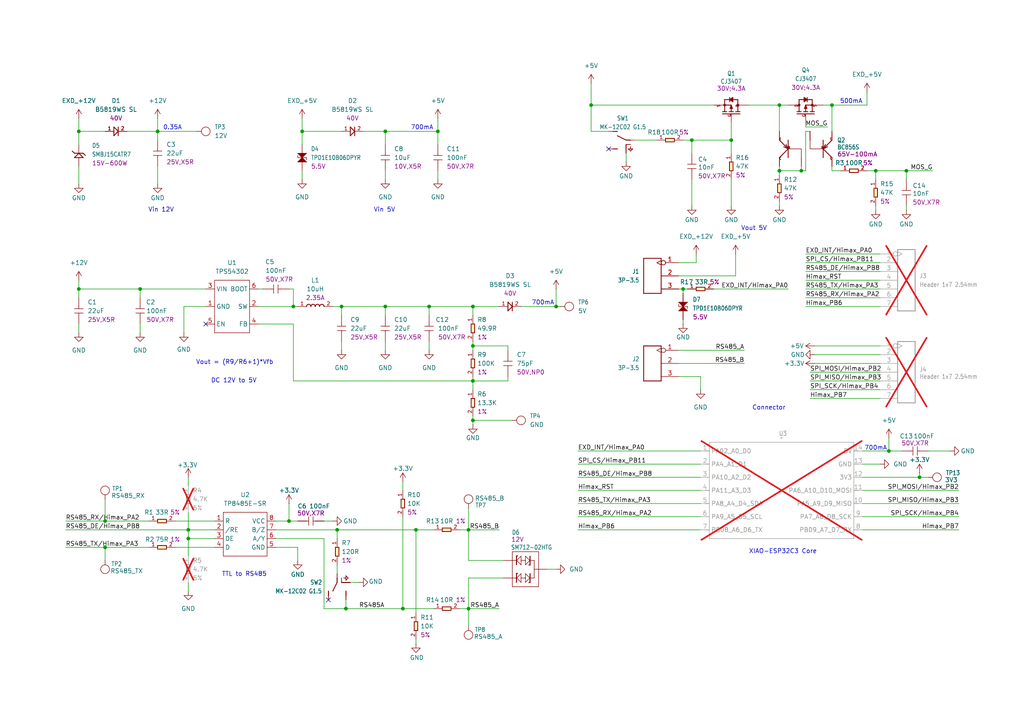
<source format=kicad_sch>
(kicad_sch
	(version 20231120)
	(generator "eeschema")
	(generator_version "8.0")
	(uuid "b46cc6ae-5ed2-45e1-b76c-b9aa08315a8c")
	(paper "A4")
	(title_block
		(title "Seeed Studio XIAO-RS485-Expansion-Board")
		(date "2024-09-27")
		(rev "V1.1")
	)
	(lib_symbols
		(symbol "Power:+12V"
			(power)
			(pin_numbers hide)
			(pin_names
				(offset 0) hide)
			(exclude_from_sim no)
			(in_bom yes)
			(on_board yes)
			(property "Reference" "#PWR"
				(at 0 -3.81 0)
				(effects
					(font
						(size 1.27 1.27)
					)
					(hide yes)
				)
			)
			(property "Value" "+12V"
				(at 0 3.556 0)
				(effects
					(font
						(size 1.27 1.27)
					)
				)
			)
			(property "Footprint" ""
				(at 0 0 0)
				(effects
					(font
						(size 1.27 1.27)
					)
					(hide yes)
				)
			)
			(property "Datasheet" ""
				(at 0 0 0)
				(effects
					(font
						(size 1.27 1.27)
					)
					(hide yes)
				)
			)
			(property "Description" "Power symbol creates a global label with name \"+12V\""
				(at 0 0 0)
				(effects
					(font
						(size 1.27 1.27)
					)
					(hide yes)
				)
			)
			(property "ki_keywords" "global power"
				(at 0 0 0)
				(effects
					(font
						(size 1.27 1.27)
					)
					(hide yes)
				)
			)
			(symbol "+12V_0_1"
				(polyline
					(pts
						(xy -0.762 1.27) (xy 0 2.54)
					)
					(stroke
						(width 0)
						(type default)
					)
					(fill
						(type none)
					)
				)
				(polyline
					(pts
						(xy 0 0) (xy 0 2.54)
					)
					(stroke
						(width 0)
						(type default)
					)
					(fill
						(type none)
					)
				)
				(polyline
					(pts
						(xy 0 2.54) (xy 0.762 1.27)
					)
					(stroke
						(width 0)
						(type default)
					)
					(fill
						(type none)
					)
				)
			)
			(symbol "+12V_1_1"
				(pin power_in line
					(at 0 0 90)
					(length 0)
					(name "~"
						(effects
							(font
								(size 1.27 1.27)
							)
						)
					)
					(number "1"
						(effects
							(font
								(size 1.27 1.27)
							)
						)
					)
				)
			)
		)
		(symbol "Power:+3.3V"
			(power)
			(pin_numbers hide)
			(pin_names
				(offset 0) hide)
			(exclude_from_sim no)
			(in_bom yes)
			(on_board yes)
			(property "Reference" "#PWR"
				(at 0 -3.81 0)
				(effects
					(font
						(size 1.27 1.27)
					)
					(hide yes)
				)
			)
			(property "Value" "+3.3V"
				(at 0 3.556 0)
				(effects
					(font
						(size 1.27 1.27)
					)
				)
			)
			(property "Footprint" ""
				(at 0 0 0)
				(effects
					(font
						(size 1.27 1.27)
					)
					(hide yes)
				)
			)
			(property "Datasheet" ""
				(at 0 0 0)
				(effects
					(font
						(size 1.27 1.27)
					)
					(hide yes)
				)
			)
			(property "Description" "Power symbol creates a global label with name \"+3.3V\""
				(at 0 0 0)
				(effects
					(font
						(size 1.27 1.27)
					)
					(hide yes)
				)
			)
			(property "ki_keywords" "global power"
				(at 0 0 0)
				(effects
					(font
						(size 1.27 1.27)
					)
					(hide yes)
				)
			)
			(symbol "+3.3V_0_1"
				(polyline
					(pts
						(xy -0.762 1.27) (xy 0 2.54)
					)
					(stroke
						(width 0)
						(type default)
					)
					(fill
						(type none)
					)
				)
				(polyline
					(pts
						(xy 0 0) (xy 0 2.54)
					)
					(stroke
						(width 0)
						(type default)
					)
					(fill
						(type none)
					)
				)
				(polyline
					(pts
						(xy 0 2.54) (xy 0.762 1.27)
					)
					(stroke
						(width 0)
						(type default)
					)
					(fill
						(type none)
					)
				)
			)
			(symbol "+3.3V_1_1"
				(pin power_in line
					(at 0 0 90)
					(length 0)
					(name "~"
						(effects
							(font
								(size 1.27 1.27)
							)
						)
					)
					(number "1"
						(effects
							(font
								(size 1.27 1.27)
							)
						)
					)
				)
			)
		)
		(symbol "Power_Gnd:+12V"
			(power)
			(pin_numbers hide)
			(pin_names
				(offset 0) hide)
			(exclude_from_sim no)
			(in_bom yes)
			(on_board yes)
			(property "Reference" "#PWR"
				(at 0 -3.81 0)
				(effects
					(font
						(size 1.27 1.27)
					)
					(hide yes)
				)
			)
			(property "Value" "+12V"
				(at 0 3.556 0)
				(effects
					(font
						(size 1.27 1.27)
					)
				)
			)
			(property "Footprint" ""
				(at 0 0 0)
				(effects
					(font
						(size 1.27 1.27)
					)
					(hide yes)
				)
			)
			(property "Datasheet" ""
				(at 0 0 0)
				(effects
					(font
						(size 1.27 1.27)
					)
					(hide yes)
				)
			)
			(property "Description" "Power symbol creates a global label with name \"+12V\""
				(at 0 0 0)
				(effects
					(font
						(size 1.27 1.27)
					)
					(hide yes)
				)
			)
			(property "ki_keywords" "global power"
				(at 0 0 0)
				(effects
					(font
						(size 1.27 1.27)
					)
					(hide yes)
				)
			)
			(symbol "+12V_0_1"
				(polyline
					(pts
						(xy -0.762 1.27) (xy 0 2.54)
					)
					(stroke
						(width 0)
						(type default)
					)
					(fill
						(type none)
					)
				)
				(polyline
					(pts
						(xy 0 0) (xy 0 2.54)
					)
					(stroke
						(width 0)
						(type default)
					)
					(fill
						(type none)
					)
				)
				(polyline
					(pts
						(xy 0 2.54) (xy 0.762 1.27)
					)
					(stroke
						(width 0)
						(type default)
					)
					(fill
						(type none)
					)
				)
			)
			(symbol "+12V_1_1"
				(pin power_in line
					(at 0 0 90)
					(length 0)
					(name "~"
						(effects
							(font
								(size 1.27 1.27)
							)
						)
					)
					(number "1"
						(effects
							(font
								(size 1.27 1.27)
							)
						)
					)
				)
			)
		)
		(symbol "Power_Gnd:+5V"
			(power)
			(pin_numbers hide)
			(pin_names
				(offset 0) hide)
			(exclude_from_sim no)
			(in_bom yes)
			(on_board yes)
			(property "Reference" "#PWR"
				(at 0 -3.81 0)
				(effects
					(font
						(size 1.27 1.27)
					)
					(hide yes)
				)
			)
			(property "Value" "+5V"
				(at 0 3.556 0)
				(effects
					(font
						(size 1.27 1.27)
					)
				)
			)
			(property "Footprint" ""
				(at 0 0 0)
				(effects
					(font
						(size 1.27 1.27)
					)
					(hide yes)
				)
			)
			(property "Datasheet" ""
				(at 0 0 0)
				(effects
					(font
						(size 1.27 1.27)
					)
					(hide yes)
				)
			)
			(property "Description" "Power symbol creates a global label with name \"+5V\""
				(at 0 0 0)
				(effects
					(font
						(size 1.27 1.27)
					)
					(hide yes)
				)
			)
			(property "ki_keywords" "global power"
				(at 0 0 0)
				(effects
					(font
						(size 1.27 1.27)
					)
					(hide yes)
				)
			)
			(symbol "+5V_0_1"
				(polyline
					(pts
						(xy -0.762 1.27) (xy 0 2.54)
					)
					(stroke
						(width 0)
						(type default)
					)
					(fill
						(type none)
					)
				)
				(polyline
					(pts
						(xy 0 0) (xy 0 2.54)
					)
					(stroke
						(width 0)
						(type default)
					)
					(fill
						(type none)
					)
				)
				(polyline
					(pts
						(xy 0 2.54) (xy 0.762 1.27)
					)
					(stroke
						(width 0)
						(type default)
					)
					(fill
						(type none)
					)
				)
			)
			(symbol "+5V_1_1"
				(pin power_in line
					(at 0 0 90)
					(length 0)
					(name "~"
						(effects
							(font
								(size 1.27 1.27)
							)
						)
					)
					(number "1"
						(effects
							(font
								(size 1.27 1.27)
							)
						)
					)
				)
			)
		)
		(symbol "Power_Gnd:GND"
			(power)
			(pin_numbers hide)
			(pin_names
				(offset 0) hide)
			(exclude_from_sim no)
			(in_bom yes)
			(on_board yes)
			(property "Reference" "#PWR"
				(at 0 -6.35 0)
				(effects
					(font
						(size 1.27 1.27)
					)
					(hide yes)
				)
			)
			(property "Value" "GND"
				(at 0 -3.81 0)
				(effects
					(font
						(size 1.27 1.27)
					)
				)
			)
			(property "Footprint" ""
				(at 0 0 0)
				(effects
					(font
						(size 1.27 1.27)
					)
					(hide yes)
				)
			)
			(property "Datasheet" ""
				(at 0 0 0)
				(effects
					(font
						(size 1.27 1.27)
					)
					(hide yes)
				)
			)
			(property "Description" "Power symbol creates a global label with name \"GND\" , ground"
				(at 0 0 0)
				(effects
					(font
						(size 1.27 1.27)
					)
					(hide yes)
				)
			)
			(property "ki_keywords" "global power"
				(at 0 0 0)
				(effects
					(font
						(size 1.27 1.27)
					)
					(hide yes)
				)
			)
			(symbol "GND_0_1"
				(polyline
					(pts
						(xy 0 0) (xy 0 -1.27) (xy 1.27 -1.27) (xy 0 -2.54) (xy -1.27 -1.27) (xy 0 -1.27)
					)
					(stroke
						(width 0)
						(type default)
					)
					(fill
						(type none)
					)
				)
			)
			(symbol "GND_1_1"
				(pin power_in line
					(at 0 0 270)
					(length 0)
					(name "~"
						(effects
							(font
								(size 1.27 1.27)
							)
						)
					)
					(number "1"
						(effects
							(font
								(size 1.27 1.27)
							)
						)
					)
				)
			)
		)
		(symbol "Seeed_libdb:Capacitors/302010006"
			(pin_numbers hide)
			(pin_names hide)
			(exclude_from_sim no)
			(in_bom yes)
			(on_board yes)
			(property "Reference" "C"
				(at 3.175 0 0)
				(effects
					(font
						(size 1.27 1.27)
					)
				)
			)
			(property "Value" "10nF"
				(at 5.715 -1.905 0)
				(effects
					(font
						(size 1.27 1.27)
					)
				)
			)
			(property "Footprint" "Capacitor:C0402"
				(at 0 0 0)
				(effects
					(font
						(size 1.27 1.27)
					)
					(hide yes)
				)
			)
			(property "Datasheet" ""
				(at 0 0 0)
				(effects
					(font
						(size 1.27 1.27)
					)
					(hide yes)
				)
			)
			(property "Description" "SMD CAP Ceramic 10nF-50V-10%-X7R;0402"
				(at 0 0 0)
				(effects
					(font
						(size 1.27 1.27)
					)
					(hide yes)
				)
			)
			(property "Manufacturer" "YAGEO"
				(at 0 0 0)
				(effects
					(font
						(size 1.27 1.27)
					)
					(hide yes)
				)
			)
			(property "MPN" "CC0402KRX7R9BB103"
				(at 0 0 0)
				(effects
					(font
						(size 1.27 1.27)
					)
					(hide yes)
				)
			)
			(property "SKU" "302010006"
				(at 0 0 0)
				(effects
					(font
						(size 1.27 1.27)
					)
					(hide yes)
				)
			)
			(property "Dielectric" ""
				(at 0 0 0)
				(effects
					(font
						(size 1.27 1.27)
					)
				)
			)
			(property "Part Type" "Ceramic"
				(at 0 0 0)
				(effects
					(font
						(size 1.27 1.27)
					)
					(hide yes)
				)
			)
			(property "Voltage Rating" "50V,X7R"
				(at 0 0 0)
				(effects
					(font
						(size 1.27 1.27)
					)
				)
			)
			(property "Status" "BeagleBone Carrier Board"
				(at 0 0 0)
				(effects
					(font
						(size 1.27 1.27)
					)
					(hide yes)
				)
			)
			(property "Temperature" "-55°C to 125°C"
				(at 0 0 0)
				(effects
					(font
						(size 1.27 1.27)
					)
					(hide yes)
				)
			)
			(property "Priority" ""
				(at 0 0 0)
				(effects
					(font
						(size 1.27 1.27)
					)
					(hide yes)
				)
			)
			(property "ki_fp_filters" "Capacitor:C0402"
				(at 0 0 0)
				(effects
					(font
						(size 1.27 1.27)
					)
					(hide yes)
				)
			)
			(symbol "Capacitors/302010006_0_1"
				(polyline
					(pts
						(xy -1.27 -0.635) (xy 1.27 -0.635)
					)
					(stroke
						(width 0)
						(type default)
					)
					(fill
						(type none)
					)
				)
				(polyline
					(pts
						(xy -1.27 0.635) (xy 1.27 0.635)
					)
					(stroke
						(width 0)
						(type default)
					)
					(fill
						(type none)
					)
				)
				(polyline
					(pts
						(xy 0 -1.27) (xy 0 -0.635)
					)
					(stroke
						(width 0)
						(type default)
					)
					(fill
						(type none)
					)
				)
				(polyline
					(pts
						(xy 0 1.27) (xy 0 0.635)
					)
					(stroke
						(width 0)
						(type default)
					)
					(fill
						(type none)
					)
				)
			)
			(symbol "Capacitors/302010006_1_1"
				(pin passive line
					(at 0 3.81 270)
					(length 2.54)
					(name "1"
						(effects
							(font
								(size 1.27 1.27)
							)
						)
					)
					(number "1"
						(effects
							(font
								(size 1.27 1.27)
							)
						)
					)
				)
				(pin passive line
					(at 0 -3.81 90)
					(length 2.54)
					(name "2"
						(effects
							(font
								(size 1.27 1.27)
							)
						)
					)
					(number "2"
						(effects
							(font
								(size 1.27 1.27)
							)
						)
					)
				)
			)
		)
		(symbol "Seeed_libdb:Capacitors/302010043"
			(pin_numbers hide)
			(pin_names hide)
			(exclude_from_sim no)
			(in_bom yes)
			(on_board yes)
			(property "Reference" "C"
				(at 3.175 0 0)
				(effects
					(font
						(size 1.27 1.27)
					)
				)
			)
			(property "Value" "100nF"
				(at 5.715 -1.905 0)
				(effects
					(font
						(size 1.27 1.27)
					)
				)
			)
			(property "Footprint" "Capacitor:C0402"
				(at 0 0 0)
				(effects
					(font
						(size 1.27 1.27)
					)
					(hide yes)
				)
			)
			(property "Datasheet" ""
				(at 0 0 0)
				(effects
					(font
						(size 1.27 1.27)
					)
					(hide yes)
				)
			)
			(property "Description" "SMD CAP Ceramic 100nF-50V-10%-X7R;0402"
				(at 0 0 0)
				(effects
					(font
						(size 1.27 1.27)
					)
					(hide yes)
				)
			)
			(property "Manufacturer" "TDK"
				(at 0 0 0)
				(effects
					(font
						(size 1.27 1.27)
					)
					(hide yes)
				)
			)
			(property "MPN" "C1005X7R1H104K"
				(at 0 0 0)
				(effects
					(font
						(size 1.27 1.27)
					)
					(hide yes)
				)
			)
			(property "SKU" "302010043"
				(at 0 0 0)
				(effects
					(font
						(size 1.27 1.27)
					)
					(hide yes)
				)
			)
			(property "Dielectric" ""
				(at 0 0 0)
				(effects
					(font
						(size 1.27 1.27)
					)
				)
			)
			(property "Part Type" "Ceramic"
				(at 0 0 0)
				(effects
					(font
						(size 1.27 1.27)
					)
					(hide yes)
				)
			)
			(property "Voltage Rating" "50V,X7R"
				(at 0 0 0)
				(effects
					(font
						(size 1.27 1.27)
					)
				)
			)
			(property "Status" "Testo PoE"
				(at 0 0 0)
				(effects
					(font
						(size 1.27 1.27)
					)
					(hide yes)
				)
			)
			(property "Temperature" "-55°C to 125°C"
				(at 0 0 0)
				(effects
					(font
						(size 1.27 1.27)
					)
					(hide yes)
				)
			)
			(property "Priority" ""
				(at 0 0 0)
				(effects
					(font
						(size 1.27 1.27)
					)
					(hide yes)
				)
			)
			(property "ki_fp_filters" "Capacitor:C0402"
				(at 0 0 0)
				(effects
					(font
						(size 1.27 1.27)
					)
					(hide yes)
				)
			)
			(symbol "Capacitors/302010043_0_1"
				(polyline
					(pts
						(xy -1.27 -0.635) (xy 1.27 -0.635)
					)
					(stroke
						(width 0)
						(type default)
					)
					(fill
						(type none)
					)
				)
				(polyline
					(pts
						(xy -1.27 0.635) (xy 1.27 0.635)
					)
					(stroke
						(width 0)
						(type default)
					)
					(fill
						(type none)
					)
				)
				(polyline
					(pts
						(xy 0 -1.27) (xy 0 -0.635)
					)
					(stroke
						(width 0)
						(type default)
					)
					(fill
						(type none)
					)
				)
				(polyline
					(pts
						(xy 0 1.27) (xy 0 0.635)
					)
					(stroke
						(width 0)
						(type default)
					)
					(fill
						(type none)
					)
				)
			)
			(symbol "Capacitors/302010043_1_1"
				(pin passive line
					(at 0 3.81 270)
					(length 2.54)
					(name "1"
						(effects
							(font
								(size 1.27 1.27)
							)
						)
					)
					(number "1"
						(effects
							(font
								(size 1.27 1.27)
							)
						)
					)
				)
				(pin passive line
					(at 0 -3.81 90)
					(length 2.54)
					(name "2"
						(effects
							(font
								(size 1.27 1.27)
							)
						)
					)
					(number "2"
						(effects
							(font
								(size 1.27 1.27)
							)
						)
					)
				)
			)
		)
		(symbol "Seeed_libdb:Capacitors/302010519"
			(pin_numbers hide)
			(pin_names hide)
			(exclude_from_sim no)
			(in_bom yes)
			(on_board yes)
			(property "Reference" "C"
				(at 3.175 0 0)
				(effects
					(font
						(size 1.27 1.27)
					)
				)
			)
			(property "Value" "10uF"
				(at 5.715 -1.905 0)
				(effects
					(font
						(size 1.27 1.27)
					)
				)
			)
			(property "Footprint" "Capacitor:C0402"
				(at 0 0 0)
				(effects
					(font
						(size 1.27 1.27)
					)
					(hide yes)
				)
			)
			(property "Datasheet" ""
				(at 0 0 0)
				(effects
					(font
						(size 1.27 1.27)
					)
					(hide yes)
				)
			)
			(property "Description" "SMD CAP Ceramic 10uF-10V-20%-X5R;0402"
				(at 0 0 0)
				(effects
					(font
						(size 1.27 1.27)
					)
					(hide yes)
				)
			)
			(property "Manufacturer" "YAGEO"
				(at 0 0 0)
				(effects
					(font
						(size 1.27 1.27)
					)
					(hide yes)
				)
			)
			(property "MPN" "CC0402MRX5R6BB106"
				(at 0 0 0)
				(effects
					(font
						(size 1.27 1.27)
					)
					(hide yes)
				)
			)
			(property "SKU" "302010519"
				(at 0 0 0)
				(effects
					(font
						(size 1.27 1.27)
					)
					(hide yes)
				)
			)
			(property "Dielectric" ""
				(at 0 0 0)
				(effects
					(font
						(size 1.27 1.27)
					)
				)
			)
			(property "Part Type" "10uF"
				(at 0 0 0)
				(effects
					(font
						(size 1.27 1.27)
					)
					(hide yes)
				)
			)
			(property "Voltage Rating" "10V,X5R"
				(at 0 0 0)
				(effects
					(font
						(size 1.27 1.27)
					)
				)
			)
			(property "Status" "XIAO"
				(at 0 0 0)
				(effects
					(font
						(size 1.27 1.27)
					)
					(hide yes)
				)
			)
			(property "Temperature" "-55°C to 85°C"
				(at 0 0 0)
				(effects
					(font
						(size 1.27 1.27)
					)
					(hide yes)
				)
			)
			(property "Priority" ""
				(at 0 0 0)
				(effects
					(font
						(size 1.27 1.27)
					)
					(hide yes)
				)
			)
			(property "ki_fp_filters" "Capacitor:C0402"
				(at 0 0 0)
				(effects
					(font
						(size 1.27 1.27)
					)
					(hide yes)
				)
			)
			(symbol "Capacitors/302010519_0_1"
				(polyline
					(pts
						(xy -1.27 -0.635) (xy 1.27 -0.635)
					)
					(stroke
						(width 0)
						(type default)
					)
					(fill
						(type none)
					)
				)
				(polyline
					(pts
						(xy -1.27 0.635) (xy 1.27 0.635)
					)
					(stroke
						(width 0)
						(type default)
					)
					(fill
						(type none)
					)
				)
				(polyline
					(pts
						(xy 0 -1.27) (xy 0 -0.635)
					)
					(stroke
						(width 0)
						(type default)
					)
					(fill
						(type none)
					)
				)
				(polyline
					(pts
						(xy 0 1.27) (xy 0 0.635)
					)
					(stroke
						(width 0)
						(type default)
					)
					(fill
						(type none)
					)
				)
			)
			(symbol "Capacitors/302010519_1_1"
				(pin passive line
					(at 0 3.81 270)
					(length 2.54)
					(name "1"
						(effects
							(font
								(size 1.27 1.27)
							)
						)
					)
					(number "1"
						(effects
							(font
								(size 1.27 1.27)
							)
						)
					)
				)
				(pin passive line
					(at 0 -3.81 90)
					(length 2.54)
					(name "2"
						(effects
							(font
								(size 1.27 1.27)
							)
						)
					)
					(number "2"
						(effects
							(font
								(size 1.27 1.27)
							)
						)
					)
				)
			)
		)
		(symbol "Seeed_libdb:Capacitors/302011019"
			(pin_numbers hide)
			(pin_names hide)
			(exclude_from_sim no)
			(in_bom yes)
			(on_board yes)
			(property "Reference" "C"
				(at 3.175 0 0)
				(effects
					(font
						(size 1.27 1.27)
					)
				)
			)
			(property "Value" "75pF"
				(at 5.715 -1.905 0)
				(effects
					(font
						(size 1.27 1.27)
					)
				)
			)
			(property "Footprint" "Capacitor:C0402"
				(at 0 0 0)
				(effects
					(font
						(size 1.27 1.27)
					)
					(hide yes)
				)
			)
			(property "Datasheet" ""
				(at 0 0 0)
				(effects
					(font
						(size 1.27 1.27)
					)
					(hide yes)
				)
			)
			(property "Description" "SMD CAP Ceramic 75pF-50V-5%-NPO;0402"
				(at 0 0 0)
				(effects
					(font
						(size 1.27 1.27)
					)
					(hide yes)
				)
			)
			(property "Manufacturer" "YAGEO"
				(at 0 0 0)
				(effects
					(font
						(size 1.27 1.27)
					)
					(hide yes)
				)
			)
			(property "MPN" "CC0402JRNPO9BN750"
				(at 0 0 0)
				(effects
					(font
						(size 1.27 1.27)
					)
					(hide yes)
				)
			)
			(property "SKU" "302011019"
				(at 0 0 0)
				(effects
					(font
						(size 1.27 1.27)
					)
					(hide yes)
				)
			)
			(property "Dielectric" ""
				(at 0 0 0)
				(effects
					(font
						(size 1.27 1.27)
					)
				)
			)
			(property "Part Type" "Ceramic"
				(at 0 0 0)
				(effects
					(font
						(size 1.27 1.27)
					)
					(hide yes)
				)
			)
			(property "Voltage Rating" "50V,NP0"
				(at 0 0 0)
				(effects
					(font
						(size 1.27 1.27)
					)
				)
			)
			(property "Status" "BeagleBone Carrier Board"
				(at 0 0 0)
				(effects
					(font
						(size 1.27 1.27)
					)
					(hide yes)
				)
			)
			(property "Temperature" "-55°C to 125°C"
				(at 0 0 0)
				(effects
					(font
						(size 1.27 1.27)
					)
					(hide yes)
				)
			)
			(property "Priority" ""
				(at 0 0 0)
				(effects
					(font
						(size 1.27 1.27)
					)
					(hide yes)
				)
			)
			(property "ki_fp_filters" "Capacitor:C0402"
				(at 0 0 0)
				(effects
					(font
						(size 1.27 1.27)
					)
					(hide yes)
				)
			)
			(symbol "Capacitors/302011019_0_1"
				(polyline
					(pts
						(xy -1.27 -0.635) (xy 1.27 -0.635)
					)
					(stroke
						(width 0)
						(type default)
					)
					(fill
						(type none)
					)
				)
				(polyline
					(pts
						(xy -1.27 0.635) (xy 1.27 0.635)
					)
					(stroke
						(width 0)
						(type default)
					)
					(fill
						(type none)
					)
				)
				(polyline
					(pts
						(xy 0 -1.27) (xy 0 -0.635)
					)
					(stroke
						(width 0)
						(type default)
					)
					(fill
						(type none)
					)
				)
				(polyline
					(pts
						(xy 0 1.27) (xy 0 0.635)
					)
					(stroke
						(width 0)
						(type default)
					)
					(fill
						(type none)
					)
				)
			)
			(symbol "Capacitors/302011019_1_1"
				(pin passive line
					(at 0 3.81 270)
					(length 2.54)
					(name "1"
						(effects
							(font
								(size 1.27 1.27)
							)
						)
					)
					(number "1"
						(effects
							(font
								(size 1.27 1.27)
							)
						)
					)
				)
				(pin passive line
					(at 0 -3.81 90)
					(length 2.54)
					(name "2"
						(effects
							(font
								(size 1.27 1.27)
							)
						)
					)
					(number "2"
						(effects
							(font
								(size 1.27 1.27)
							)
						)
					)
				)
			)
		)
		(symbol "Seeed_libdb:Capacitors/302013260"
			(pin_numbers hide)
			(pin_names hide)
			(exclude_from_sim no)
			(in_bom yes)
			(on_board yes)
			(property "Reference" "C"
				(at 3.175 0 0)
				(effects
					(font
						(size 1.27 1.27)
					)
				)
			)
			(property "Value" "22uF"
				(at 5.715 -1.905 0)
				(effects
					(font
						(size 1.27 1.27)
					)
				)
			)
			(property "Footprint" "Capacitor:C0805"
				(at 0 0 0)
				(effects
					(font
						(size 1.27 1.27)
					)
					(hide yes)
				)
			)
			(property "Datasheet" ""
				(at 0 0 0)
				(effects
					(font
						(size 1.27 1.27)
					)
					(hide yes)
				)
			)
			(property "Description" "SMD CAP Ceramic 22uF-25V-20%-X5R;0805"
				(at 0 0 0)
				(effects
					(font
						(size 1.27 1.27)
					)
					(hide yes)
				)
			)
			(property "Manufacturer" "Samsung"
				(at 0 0 0)
				(effects
					(font
						(size 1.27 1.27)
					)
					(hide yes)
				)
			)
			(property "MPN" "CL21A226MAYNNNE"
				(at 0 0 0)
				(effects
					(font
						(size 1.27 1.27)
					)
					(hide yes)
				)
			)
			(property "SKU" "302013260"
				(at 0 0 0)
				(effects
					(font
						(size 1.27 1.27)
					)
					(hide yes)
				)
			)
			(property "Dielectric" ""
				(at 0 0 0)
				(effects
					(font
						(size 1.27 1.27)
					)
				)
			)
			(property "Part Type" "Ceramic"
				(at 0 0 0)
				(effects
					(font
						(size 1.27 1.27)
					)
					(hide yes)
				)
			)
			(property "Voltage Rating" "25V,X5R"
				(at 0 0 0)
				(effects
					(font
						(size 1.27 1.27)
					)
				)
			)
			(property "Status" ""
				(at 0 0 0)
				(effects
					(font
						(size 1.27 1.27)
					)
					(hide yes)
				)
			)
			(property "Temperature" "-55°C to 85°C"
				(at 0 0 0)
				(effects
					(font
						(size 1.27 1.27)
					)
					(hide yes)
				)
			)
			(property "Priority" ""
				(at 0 0 0)
				(effects
					(font
						(size 1.27 1.27)
					)
					(hide yes)
				)
			)
			(property "ki_fp_filters" "Capacitor:C0805"
				(at 0 0 0)
				(effects
					(font
						(size 1.27 1.27)
					)
					(hide yes)
				)
			)
			(symbol "Capacitors/302013260_0_1"
				(polyline
					(pts
						(xy -1.27 -0.635) (xy 1.27 -0.635)
					)
					(stroke
						(width 0)
						(type default)
					)
					(fill
						(type none)
					)
				)
				(polyline
					(pts
						(xy -1.27 0.635) (xy 1.27 0.635)
					)
					(stroke
						(width 0)
						(type default)
					)
					(fill
						(type none)
					)
				)
				(polyline
					(pts
						(xy 0 -1.27) (xy 0 -0.635)
					)
					(stroke
						(width 0)
						(type default)
					)
					(fill
						(type none)
					)
				)
				(polyline
					(pts
						(xy 0 1.27) (xy 0 0.635)
					)
					(stroke
						(width 0)
						(type default)
					)
					(fill
						(type none)
					)
				)
			)
			(symbol "Capacitors/302013260_1_1"
				(pin passive line
					(at 0 3.81 270)
					(length 2.54)
					(name "1"
						(effects
							(font
								(size 1.27 1.27)
							)
						)
					)
					(number "1"
						(effects
							(font
								(size 1.27 1.27)
							)
						)
					)
				)
				(pin passive line
					(at 0 -3.81 90)
					(length 2.54)
					(name "2"
						(effects
							(font
								(size 1.27 1.27)
							)
						)
					)
					(number "2"
						(effects
							(font
								(size 1.27 1.27)
							)
						)
					)
				)
			)
		)
		(symbol "Seeed_libdb:Connector/320020216"
			(exclude_from_sim no)
			(in_bom yes)
			(on_board yes)
			(property "Reference" "J"
				(at -2.54 10.16 0)
				(effects
					(font
						(size 1.27 1.0795)
					)
					(justify left bottom)
				)
			)
			(property "Value" "Header 1x7 2.54mm"
				(at -2.54 8.89 0)
				(effects
					(font
						(size 1.27 1.0795)
					)
					(justify left bottom)
				)
			)
			(property "Footprint" "Connector:H7-2.54"
				(at 0 0 0)
				(effects
					(font
						(size 1.27 1.27)
					)
					(hide yes)
				)
			)
			(property "Datasheet" ""
				(at 0 0 0)
				(effects
					(font
						(size 1.27 1.27)
					)
					(hide yes)
				)
			)
			(property "Description" "DIP Black Male Header VERT;1*7P-2.54-2.54-11.6/3.0mm"
				(at 0 0 0)
				(effects
					(font
						(size 1.27 1.27)
					)
					(hide yes)
				)
			)
			(property "Manufacturer" ""
				(at 0 0 0)
				(effects
					(font
						(size 1.27 1.27)
					)
					(hide yes)
				)
			)
			(property "MPN" ""
				(at 0 0 0)
				(effects
					(font
						(size 1.27 1.27)
					)
					(hide yes)
				)
			)
			(property "SKU" "320020216"
				(at 0 0 0)
				(effects
					(font
						(size 1.27 1.27)
					)
					(hide yes)
				)
			)
			(property "Part Type" "Header"
				(at 0 0 0)
				(effects
					(font
						(size 1.27 1.27)
					)
					(hide yes)
				)
			)
			(property "Rating" ""
				(at 0 0 0)
				(effects
					(font
						(size 1.27 1.27)
					)
				)
			)
			(property "Status" "Grove AI HAT for Edge Computing"
				(at 0 0 0)
				(effects
					(font
						(size 1.27 1.27)
					)
					(hide yes)
				)
			)
			(property "Temperature" ""
				(at 0 0 0)
				(effects
					(font
						(size 1.27 1.27)
					)
					(hide yes)
				)
			)
			(property "Priority" ""
				(at 0 0 0)
				(effects
					(font
						(size 1.27 1.27)
					)
					(hide yes)
				)
			)
			(property "ki_fp_filters" "Connector:H7-2.54"
				(at 0 0 0)
				(effects
					(font
						(size 1.27 1.27)
					)
					(hide yes)
				)
			)
			(symbol "Connector/320020216_1_0"
				(polyline
					(pts
						(xy -2.54 -8.89) (xy -2.54 8.89)
					)
					(stroke
						(width 0.254)
						(type solid)
					)
					(fill
						(type none)
					)
				)
				(polyline
					(pts
						(xy -2.54 8.89) (xy 2.54 8.89)
					)
					(stroke
						(width 0.254)
						(type solid)
					)
					(fill
						(type none)
					)
				)
				(polyline
					(pts
						(xy 2.54 -8.89) (xy -2.54 -8.89)
					)
					(stroke
						(width 0.254)
						(type solid)
					)
					(fill
						(type none)
					)
				)
				(polyline
					(pts
						(xy 2.54 8.89) (xy 2.54 -8.89)
					)
					(stroke
						(width 0.254)
						(type solid)
					)
					(fill
						(type none)
					)
				)
				(pin passive inverted_clock
					(at -7.62 7.62 0)
					(length 5.08)
					(name "1"
						(effects
							(font
								(size 0 0)
							)
						)
					)
					(number "1"
						(effects
							(font
								(size 1.27 1.27)
							)
						)
					)
				)
				(pin passive line
					(at -7.62 5.08 0)
					(length 5.08)
					(name "2"
						(effects
							(font
								(size 0 0)
							)
						)
					)
					(number "2"
						(effects
							(font
								(size 1.27 1.27)
							)
						)
					)
				)
				(pin passive line
					(at -7.62 2.54 0)
					(length 5.08)
					(name "3"
						(effects
							(font
								(size 0 0)
							)
						)
					)
					(number "3"
						(effects
							(font
								(size 1.27 1.27)
							)
						)
					)
				)
				(pin passive line
					(at -7.62 0 0)
					(length 5.08)
					(name "4"
						(effects
							(font
								(size 0 0)
							)
						)
					)
					(number "4"
						(effects
							(font
								(size 1.27 1.27)
							)
						)
					)
				)
				(pin passive line
					(at -7.62 -2.54 0)
					(length 5.08)
					(name "5"
						(effects
							(font
								(size 0 0)
							)
						)
					)
					(number "5"
						(effects
							(font
								(size 1.27 1.27)
							)
						)
					)
				)
				(pin passive line
					(at -7.62 -5.08 0)
					(length 5.08)
					(name "6"
						(effects
							(font
								(size 0 0)
							)
						)
					)
					(number "6"
						(effects
							(font
								(size 1.27 1.27)
							)
						)
					)
				)
				(pin passive line
					(at -7.62 -7.62 0)
					(length 5.08)
					(name "7"
						(effects
							(font
								(size 0 0)
							)
						)
					)
					(number "7"
						(effects
							(font
								(size 1.27 1.27)
							)
						)
					)
				)
			)
		)
		(symbol "Seeed_libdb:Connector/320110007"
			(exclude_from_sim no)
			(in_bom yes)
			(on_board yes)
			(property "Reference" "J"
				(at -2.54 6.35 0)
				(effects
					(font
						(size 1.27 1.0795)
					)
					(justify left bottom)
				)
			)
			(property "Value" "3P-3.5"
				(at -2.54 5.08 0)
				(effects
					(font
						(size 1.27 1.0795)
					)
					(justify left bottom)
				)
			)
			(property "Footprint" "Connector:H3_3d5_11_5x7mm"
				(at 0 0 0)
				(effects
					(font
						(size 1.27 1.27)
					)
					(hide yes)
				)
			)
			(property "Datasheet" ""
				(at 0 0 0)
				(effects
					(font
						(size 1.27 1.27)
					)
					(hide yes)
				)
			)
			(property "Description" "DIP Female Screw Terminal-Green;3P-3.5"
				(at 0 0 0)
				(effects
					(font
						(size 1.27 1.27)
					)
					(hide yes)
				)
			)
			(property "Manufacturer" "SENGER"
				(at 0 0 0)
				(effects
					(font
						(size 1.27 1.27)
					)
					(hide yes)
				)
			)
			(property "MPN" "GS012S-3.5mm-3P"
				(at 0 0 0)
				(effects
					(font
						(size 1.27 1.27)
					)
					(hide yes)
				)
			)
			(property "SKU" "320110007"
				(at 0 0 0)
				(effects
					(font
						(size 1.27 1.27)
					)
					(hide yes)
				)
			)
			(property "Part Type" "Connector"
				(at 0 0 0)
				(effects
					(font
						(size 1.27 1.27)
					)
					(hide yes)
				)
			)
			(property "Rating" ""
				(at 0 0 0)
				(effects
					(font
						(size 1.27 1.27)
					)
				)
			)
			(property "Status" "SenseCAP A1102"
				(at 0 0 0)
				(effects
					(font
						(size 1.27 1.27)
					)
					(hide yes)
				)
			)
			(property "Temperature" "-40°C to 105°C"
				(at 0 0 0)
				(effects
					(font
						(size 1.27 1.27)
					)
					(hide yes)
				)
			)
			(property "Priority" ""
				(at 0 0 0)
				(effects
					(font
						(size 1.27 1.27)
					)
					(hide yes)
				)
			)
			(property "ki_fp_filters" "Connector:H3_3d5_11_5x7mm"
				(at 0 0 0)
				(effects
					(font
						(size 1.27 1.27)
					)
					(hide yes)
				)
			)
			(symbol "Connector/320110007_1_0"
				(polyline
					(pts
						(xy -2.54 -5.08) (xy -2.54 5.08)
					)
					(stroke
						(width 0.254)
						(type solid)
					)
					(fill
						(type none)
					)
				)
				(polyline
					(pts
						(xy -2.54 5.08) (xy 2.54 5.08)
					)
					(stroke
						(width 0.254)
						(type solid)
					)
					(fill
						(type none)
					)
				)
				(polyline
					(pts
						(xy 2.54 -5.08) (xy -2.54 -5.08)
					)
					(stroke
						(width 0.254)
						(type solid)
					)
					(fill
						(type none)
					)
				)
				(polyline
					(pts
						(xy 2.54 5.08) (xy 2.54 -5.08)
					)
					(stroke
						(width 0.254)
						(type solid)
					)
					(fill
						(type none)
					)
				)
				(pin passive inverted_clock
					(at -7.62 3.81 0)
					(length 5.08)
					(name "P$1"
						(effects
							(font
								(size 0 0)
							)
						)
					)
					(number "1"
						(effects
							(font
								(size 1.27 1.27)
							)
						)
					)
				)
				(pin passive line
					(at -7.62 0 0)
					(length 5.08)
					(name "P$2"
						(effects
							(font
								(size 0 0)
							)
						)
					)
					(number "2"
						(effects
							(font
								(size 1.27 1.27)
							)
						)
					)
				)
				(pin passive line
					(at -7.62 -3.81 0)
					(length 5.08)
					(name "P$3"
						(effects
							(font
								(size 0 0)
							)
						)
					)
					(number "3"
						(effects
							(font
								(size 1.27 1.27)
							)
						)
					)
				)
			)
		)
		(symbol "Seeed_libdb:Diode/304011053"
			(pin_names
				(offset 1.016)
			)
			(exclude_from_sim no)
			(in_bom yes)
			(on_board yes)
			(property "Reference" "D"
				(at -2.54 1.27 0)
				(effects
					(font
						(size 1.27 1.27)
					)
					(justify left bottom)
				)
			)
			(property "Value" "B5819WS SL"
				(at 0 1.27 0)
				(effects
					(font
						(size 1.27 1.27)
					)
					(justify left bottom)
				)
			)
			(property "Footprint" "Diode:SOD-323"
				(at 0 0 0)
				(effects
					(font
						(size 1.27 1.27)
					)
					(hide yes)
				)
			)
			(property "Datasheet" ""
				(at 0 0 0)
				(effects
					(font
						(size 1.27 1.27)
					)
					(hide yes)
				)
			)
			(property "Description" "SMD Diode Schottky 40V-1A;SOD-323"
				(at 0 0 0)
				(effects
					(font
						(size 1.27 1.27)
					)
					(hide yes)
				)
			)
			(property "Manufacturer" "CJ"
				(at 0 0 0)
				(effects
					(font
						(size 1.27 1.27)
					)
					(hide yes)
				)
			)
			(property "MPN" "B5819WS SL"
				(at 0 0 0)
				(effects
					(font
						(size 1.27 1.27)
					)
					(hide yes)
				)
			)
			(property "SKU" "304011053"
				(at 0 0 0)
				(effects
					(font
						(size 1.27 1.27)
					)
					(hide yes)
				)
			)
			(property "Part Type" "Schottky Diode"
				(at 0 0 0)
				(effects
					(font
						(size 1.27 1.27)
					)
					(hide yes)
				)
			)
			(property "Rating" "40V"
				(at 0 0 0)
				(effects
					(font
						(size 1.27 1.27)
					)
				)
			)
			(property "Status" "reTerminal DM"
				(at 0 0 0)
				(effects
					(font
						(size 1.27 1.27)
					)
					(hide yes)
				)
			)
			(property "Temperature" ""
				(at 0 0 0)
				(effects
					(font
						(size 1.27 1.27)
					)
					(hide yes)
				)
			)
			(property "Priority" ""
				(at 0 0 0)
				(effects
					(font
						(size 1.27 1.27)
					)
					(hide yes)
				)
			)
			(property "ki_fp_filters" "Diode:SOD-323"
				(at 0 0 0)
				(effects
					(font
						(size 1.27 1.27)
					)
					(hide yes)
				)
			)
			(symbol "Diode/304011053_0_0"
				(polyline
					(pts
						(xy -1.27 -1.27) (xy -1.27 1.27)
					)
					(stroke
						(width 0.254)
						(type default)
					)
					(fill
						(type none)
					)
				)
				(polyline
					(pts
						(xy -1.27 -1.27) (xy 0 0)
					)
					(stroke
						(width 0.254)
						(type default)
					)
					(fill
						(type none)
					)
				)
				(polyline
					(pts
						(xy -1.27 1.27) (xy 0 0)
					)
					(stroke
						(width 0.254)
						(type default)
					)
					(fill
						(type none)
					)
				)
				(polyline
					(pts
						(xy 0 0) (xy 0 -1.27)
					)
					(stroke
						(width 0.254)
						(type default)
					)
					(fill
						(type none)
					)
				)
				(polyline
					(pts
						(xy 0 1.27) (xy 0 0)
					)
					(stroke
						(width 0.254)
						(type default)
					)
					(fill
						(type none)
					)
				)
			)
			(symbol "Diode/304011053_1_0"
				(pin passive line
					(at -3.81 0 0)
					(length 2.54)
					(name "~"
						(effects
							(font
								(size 1.016 1.016)
							)
						)
					)
					(number "1"
						(effects
							(font
								(size 1.016 1.016)
							)
						)
					)
				)
				(pin passive line
					(at 2.54 0 180)
					(length 2.54)
					(name "~"
						(effects
							(font
								(size 1.016 1.016)
							)
						)
					)
					(number "2"
						(effects
							(font
								(size 1.016 1.016)
							)
						)
					)
				)
			)
		)
		(symbol "Seeed_libdb:Diode/304040144"
			(exclude_from_sim no)
			(in_bom yes)
			(on_board yes)
			(property "Reference" "D"
				(at -3.175 0.635 0)
				(effects
					(font
						(size 1.27 1.0795)
					)
					(justify left bottom)
				)
			)
			(property "Value" "SMBJ15CATR7"
				(at 0.635 0.635 0)
				(effects
					(font
						(size 1.27 1.0795)
					)
					(justify left bottom)
				)
			)
			(property "Footprint" "Diode:DO-214AA_SMB"
				(at -0.635 -3.81 0)
				(effects
					(font
						(size 1.27 1.27)
					)
					(hide yes)
				)
			)
			(property "Datasheet" ""
				(at 0 0 0)
				(effects
					(font
						(size 1.27 1.27)
					)
					(hide yes)
				)
			)
			(property "Description" "SMD Diode TVS 15V-600W"
				(at 0 0 0)
				(effects
					(font
						(size 1.27 1.27)
					)
					(hide yes)
				)
			)
			(property "Manufacturer" "Brightking"
				(at 0 0 0)
				(effects
					(font
						(size 1.27 1.27)
					)
					(hide yes)
				)
			)
			(property "MPN" "SMBJ15CATR7"
				(at 0 0 0)
				(effects
					(font
						(size 1.27 1.27)
					)
					(hide yes)
				)
			)
			(property "SKU" "304040144"
				(at 0 0 0)
				(effects
					(font
						(size 1.27 1.27)
					)
					(hide yes)
				)
			)
			(property "Part Type" "Diode"
				(at 0 0 0)
				(effects
					(font
						(size 1.27 1.27)
					)
					(hide yes)
				)
			)
			(property "Rating" "15V-600W"
				(at 0 0 0)
				(effects
					(font
						(size 1.27 1.27)
					)
				)
			)
			(property "Status" "SenseCAP A1102"
				(at 0 0 0)
				(effects
					(font
						(size 1.27 1.27)
					)
					(hide yes)
				)
			)
			(property "Temperature" "-55℃ to 150℃"
				(at 0 0 0)
				(effects
					(font
						(size 1.27 1.27)
					)
					(hide yes)
				)
			)
			(property "Priority" ""
				(at 0 0 0)
				(effects
					(font
						(size 1.27 1.27)
					)
					(hide yes)
				)
			)
			(property "ki_fp_filters" "Diode:DO-214AA_SMB"
				(at 0 0 0)
				(effects
					(font
						(size 1.27 1.27)
					)
					(hide yes)
				)
			)
			(symbol "Diode/304040144_1_0"
				(polyline
					(pts
						(xy -1.27 -1.27) (xy 0 0)
					)
					(stroke
						(width 0.254)
						(type solid)
					)
					(fill
						(type none)
					)
				)
				(polyline
					(pts
						(xy -1.27 1.27) (xy -1.27 -1.27)
					)
					(stroke
						(width 0.254)
						(type solid)
					)
					(fill
						(type none)
					)
				)
				(polyline
					(pts
						(xy 0 -1.27) (xy -0.635 -1.905)
					)
					(stroke
						(width 0.254)
						(type solid)
					)
					(fill
						(type none)
					)
				)
				(polyline
					(pts
						(xy 0 -1.27) (xy 0 0)
					)
					(stroke
						(width 0.254)
						(type solid)
					)
					(fill
						(type none)
					)
				)
				(polyline
					(pts
						(xy 0 0) (xy -1.27 1.27)
					)
					(stroke
						(width 0.254)
						(type solid)
					)
					(fill
						(type none)
					)
				)
				(polyline
					(pts
						(xy 0 0) (xy 0 1.27)
					)
					(stroke
						(width 0.254)
						(type solid)
					)
					(fill
						(type none)
					)
				)
				(polyline
					(pts
						(xy 0 1.27) (xy 0.635 1.905)
					)
					(stroke
						(width 0.254)
						(type solid)
					)
					(fill
						(type none)
					)
				)
				(pin passive line
					(at -3.81 0 0)
					(length 2.54)
					(name "+"
						(effects
							(font
								(size 0 0)
							)
						)
					)
					(number "1"
						(effects
							(font
								(size 0 0)
							)
						)
					)
				)
				(pin passive line
					(at 2.54 0 180)
					(length 2.54)
					(name "-"
						(effects
							(font
								(size 0 0)
							)
						)
					)
					(number "2"
						(effects
							(font
								(size 0 0)
							)
						)
					)
				)
			)
		)
		(symbol "Seeed_libdb:Diode/304050312"
			(exclude_from_sim no)
			(in_bom yes)
			(on_board yes)
			(property "Reference" "D"
				(at -1.905 1.27 0)
				(effects
					(font
						(size 1.27 1.0795)
					)
					(justify left bottom)
				)
			)
			(property "Value" "TPD1E10B06DPYR"
				(at 1.27 1.27 0)
				(effects
					(font
						(size 1.27 1.0795)
					)
					(justify left bottom)
				)
			)
			(property "Footprint" "Diode:ESD-0402"
				(at 0 0 0)
				(effects
					(font
						(size 1.27 1.27)
					)
					(hide yes)
				)
			)
			(property "Datasheet" ""
				(at 0 0 0)
				(effects
					(font
						(size 1.27 1.27)
					)
					(hide yes)
				)
			)
			(property "Description" "SMD Diode ESD 5.5V-6V-12pF-30KV-30KV;X1SON(2)"
				(at 0 0 0)
				(effects
					(font
						(size 1.27 1.27)
					)
					(hide yes)
				)
			)
			(property "Manufacturer" "TI"
				(at 0 0 0)
				(effects
					(font
						(size 1.27 1.27)
					)
					(hide yes)
				)
			)
			(property "MPN" "TPD1E10B06DPYR"
				(at 0 0 0)
				(effects
					(font
						(size 1.27 1.27)
					)
					(hide yes)
				)
			)
			(property "SKU" "304050312"
				(at 0 0 0)
				(effects
					(font
						(size 1.27 1.27)
					)
					(hide yes)
				)
			)
			(property "Part Type" "ESD"
				(at 0 0 0)
				(effects
					(font
						(size 1.27 1.27)
					)
					(hide yes)
				)
			)
			(property "Rating" "5.5V"
				(at 0 0 0)
				(effects
					(font
						(size 1.27 1.27)
					)
				)
			)
			(property "Status" ""
				(at 0 0 0)
				(effects
					(font
						(size 1.27 1.27)
					)
					(hide yes)
				)
			)
			(property "Temperature" "-40°C to 125°C"
				(at 0 0 0)
				(effects
					(font
						(size 1.27 1.27)
					)
					(hide yes)
				)
			)
			(property "Priority" ""
				(at 0 0 0)
				(effects
					(font
						(size 1.27 1.27)
					)
					(hide yes)
				)
			)
			(property "ki_fp_filters" "Diode:ESD-0402"
				(at 0 0 0)
				(effects
					(font
						(size 1.27 1.27)
					)
					(hide yes)
				)
			)
			(symbol "Diode/304050312_1_0"
				(polyline
					(pts
						(xy -1.27 -1.27) (xy 0 0)
					)
					(stroke
						(width 0.1524)
						(type solid)
					)
					(fill
						(type none)
					)
				)
				(polyline
					(pts
						(xy -1.27 1.27) (xy -1.27 -1.27)
					)
					(stroke
						(width 0.1524)
						(type solid)
					)
					(fill
						(type none)
					)
				)
				(polyline
					(pts
						(xy 0 -1.27) (xy -0.635 -1.27)
					)
					(stroke
						(width 0.1524)
						(type solid)
					)
					(fill
						(type none)
					)
				)
				(polyline
					(pts
						(xy 0 0) (xy -1.27 1.27)
					)
					(stroke
						(width 0.1524)
						(type solid)
					)
					(fill
						(type none)
					)
				)
				(polyline
					(pts
						(xy 0 0) (xy 0 -1.27)
					)
					(stroke
						(width 0.1524)
						(type solid)
					)
					(fill
						(type none)
					)
				)
				(polyline
					(pts
						(xy 0 0) (xy 0 1.27)
					)
					(stroke
						(width 0.1524)
						(type solid)
					)
					(fill
						(type none)
					)
				)
				(polyline
					(pts
						(xy 0 0) (xy 1.27 -1.27)
					)
					(stroke
						(width 0.1524)
						(type solid)
					)
					(fill
						(type none)
					)
				)
				(polyline
					(pts
						(xy 0 1.27) (xy 0.635 1.27)
					)
					(stroke
						(width 0.1524)
						(type solid)
					)
					(fill
						(type none)
					)
				)
				(polyline
					(pts
						(xy 1.27 -1.27) (xy 1.27 1.27)
					)
					(stroke
						(width 0.1524)
						(type solid)
					)
					(fill
						(type none)
					)
				)
				(polyline
					(pts
						(xy 1.27 1.27) (xy 0 0)
					)
					(stroke
						(width 0.1524)
						(type solid)
					)
					(fill
						(type none)
					)
				)
				(polyline
					(pts
						(xy -1.27 1.27) (xy 0 0) (xy -1.27 -1.27)
					)
					(stroke
						(width 0.1524)
						(type solid)
					)
					(fill
						(type outline)
					)
				)
				(polyline
					(pts
						(xy 1.27 -1.27) (xy 0 0) (xy 1.27 1.27)
					)
					(stroke
						(width 0.1524)
						(type solid)
					)
					(fill
						(type outline)
					)
				)
				(pin passive line
					(at -3.81 0 0)
					(length 2.54)
					(name "1"
						(effects
							(font
								(size 0 0)
							)
						)
					)
					(number "1"
						(effects
							(font
								(size 0 0)
							)
						)
					)
				)
				(pin passive line
					(at 3.81 0 180)
					(length 2.54)
					(name "2"
						(effects
							(font
								(size 0 0)
							)
						)
					)
					(number "2"
						(effects
							(font
								(size 0 0)
							)
						)
					)
				)
			)
		)
		(symbol "Seeed_libdb:Diode/304050558"
			(exclude_from_sim no)
			(in_bom yes)
			(on_board yes)
			(property "Reference" "D"
				(at -3.81 5.08 0)
				(effects
					(font
						(size 1.27 1.0795)
					)
					(justify left bottom)
				)
			)
			(property "Value" "SM712-02HTG"
				(at -1.905 5.08 0)
				(effects
					(font
						(size 1.27 1.0795)
					)
					(justify left bottom)
				)
			)
			(property "Footprint" "Diode:SOT-23"
				(at 0 0 0)
				(effects
					(font
						(size 1.27 1.27)
					)
					(hide yes)
				)
			)
			(property "Datasheet" ""
				(at 0 0 0)
				(effects
					(font
						(size 1.27 1.27)
					)
					(hide yes)
				)
			)
			(property "Description" "SMD Diode TVS 12VWM 31VC"
				(at 0 0 0)
				(effects
					(font
						(size 1.27 1.27)
					)
					(hide yes)
				)
			)
			(property "Manufacturer" "Littelfuse"
				(at 0 0 0)
				(effects
					(font
						(size 1.27 1.27)
					)
					(hide yes)
				)
			)
			(property "MPN" "SM712-02HTG"
				(at 0 0 0)
				(effects
					(font
						(size 1.27 1.27)
					)
					(hide yes)
				)
			)
			(property "SKU" "304050558"
				(at 0 0 0)
				(effects
					(font
						(size 1.27 1.27)
					)
					(hide yes)
				)
			)
			(property "Part Type" "Diode"
				(at 0 0 0)
				(effects
					(font
						(size 1.27 1.27)
					)
					(hide yes)
				)
			)
			(property "Rating" "12V"
				(at 0 0 0)
				(effects
					(font
						(size 1.27 1.27)
					)
				)
			)
			(property "Status" "SenseCAP A1102"
				(at 0 0 0)
				(effects
					(font
						(size 1.27 1.27)
					)
					(hide yes)
				)
			)
			(property "Temperature" "-40°C to 125°C"
				(at 0 0 0)
				(effects
					(font
						(size 1.27 1.27)
					)
					(hide yes)
				)
			)
			(property "Priority" ""
				(at 0 0 0)
				(effects
					(font
						(size 1.27 1.27)
					)
					(hide yes)
				)
			)
			(property "ki_fp_filters" "Diode:SOT-23"
				(at 0 0 0)
				(effects
					(font
						(size 1.27 1.27)
					)
					(hide yes)
				)
			)
			(symbol "Diode/304050558_1_0"
				(polyline
					(pts
						(xy -3.81 -5.08) (xy -3.81 5.08)
					)
					(stroke
						(width 0.1524)
						(type solid)
					)
					(fill
						(type none)
					)
				)
				(polyline
					(pts
						(xy -3.81 -2.54) (xy -2.54 -2.54)
					)
					(stroke
						(width 0.1524)
						(type solid)
					)
					(fill
						(type none)
					)
				)
				(polyline
					(pts
						(xy -3.81 2.54) (xy -2.54 2.54)
					)
					(stroke
						(width 0.1524)
						(type solid)
					)
					(fill
						(type none)
					)
				)
				(polyline
					(pts
						(xy -3.81 5.08) (xy 3.81 5.08)
					)
					(stroke
						(width 0.1524)
						(type solid)
					)
					(fill
						(type none)
					)
				)
				(polyline
					(pts
						(xy -2.667 -3.937) (xy -2.286 -3.937)
					)
					(stroke
						(width 0.1524)
						(type solid)
					)
					(fill
						(type none)
					)
				)
				(polyline
					(pts
						(xy -2.667 -1.27) (xy -2.667 -3.937)
					)
					(stroke
						(width 0.1524)
						(type solid)
					)
					(fill
						(type none)
					)
				)
				(polyline
					(pts
						(xy -2.667 1.143) (xy -2.286 1.143)
					)
					(stroke
						(width 0.1524)
						(type solid)
					)
					(fill
						(type none)
					)
				)
				(polyline
					(pts
						(xy -2.667 3.81) (xy -2.667 1.143)
					)
					(stroke
						(width 0.1524)
						(type solid)
					)
					(fill
						(type none)
					)
				)
				(polyline
					(pts
						(xy -2.54 -3.81) (xy -2.286 -3.81)
					)
					(stroke
						(width 0.1524)
						(type solid)
					)
					(fill
						(type none)
					)
				)
				(polyline
					(pts
						(xy -2.54 -2.54) (xy -2.54 -3.81)
					)
					(stroke
						(width 0.1524)
						(type solid)
					)
					(fill
						(type none)
					)
				)
				(polyline
					(pts
						(xy -2.54 -2.54) (xy -1.27 -1.27)
					)
					(stroke
						(width 0.1524)
						(type solid)
					)
					(fill
						(type none)
					)
				)
				(polyline
					(pts
						(xy -2.54 -1.27) (xy -2.667 -1.27)
					)
					(stroke
						(width 0.1524)
						(type solid)
					)
					(fill
						(type none)
					)
				)
				(polyline
					(pts
						(xy -2.54 -1.27) (xy -2.54 -2.54)
					)
					(stroke
						(width 0.1524)
						(type solid)
					)
					(fill
						(type none)
					)
				)
				(polyline
					(pts
						(xy -2.54 1.27) (xy -2.286 1.27)
					)
					(stroke
						(width 0.1524)
						(type solid)
					)
					(fill
						(type none)
					)
				)
				(polyline
					(pts
						(xy -2.54 2.54) (xy -2.54 1.27)
					)
					(stroke
						(width 0.1524)
						(type solid)
					)
					(fill
						(type none)
					)
				)
				(polyline
					(pts
						(xy -2.54 2.54) (xy -1.27 3.81)
					)
					(stroke
						(width 0.1524)
						(type solid)
					)
					(fill
						(type none)
					)
				)
				(polyline
					(pts
						(xy -2.54 3.81) (xy -2.667 3.81)
					)
					(stroke
						(width 0.1524)
						(type solid)
					)
					(fill
						(type none)
					)
				)
				(polyline
					(pts
						(xy -2.54 3.81) (xy -2.54 2.54)
					)
					(stroke
						(width 0.1524)
						(type solid)
					)
					(fill
						(type none)
					)
				)
				(polyline
					(pts
						(xy -2.286 -3.937) (xy -2.286 -3.81)
					)
					(stroke
						(width 0.1524)
						(type solid)
					)
					(fill
						(type none)
					)
				)
				(polyline
					(pts
						(xy -2.286 1.143) (xy -2.286 1.27)
					)
					(stroke
						(width 0.1524)
						(type solid)
					)
					(fill
						(type none)
					)
				)
				(polyline
					(pts
						(xy -1.27 -3.81) (xy -2.54 -2.54)
					)
					(stroke
						(width 0.1524)
						(type solid)
					)
					(fill
						(type none)
					)
				)
				(polyline
					(pts
						(xy -1.27 -2.54) (xy -1.27 -3.81)
					)
					(stroke
						(width 0.1524)
						(type solid)
					)
					(fill
						(type none)
					)
				)
				(polyline
					(pts
						(xy -1.27 -2.54) (xy 0 -2.54)
					)
					(stroke
						(width 0.1524)
						(type solid)
					)
					(fill
						(type none)
					)
				)
				(polyline
					(pts
						(xy -1.27 -1.27) (xy -1.27 -2.54)
					)
					(stroke
						(width 0.1524)
						(type solid)
					)
					(fill
						(type none)
					)
				)
				(polyline
					(pts
						(xy -1.27 1.27) (xy -2.54 2.54)
					)
					(stroke
						(width 0.1524)
						(type solid)
					)
					(fill
						(type none)
					)
				)
				(polyline
					(pts
						(xy -1.27 2.54) (xy -1.27 1.27)
					)
					(stroke
						(width 0.1524)
						(type solid)
					)
					(fill
						(type none)
					)
				)
				(polyline
					(pts
						(xy -1.27 2.54) (xy 0 2.54)
					)
					(stroke
						(width 0.1524)
						(type solid)
					)
					(fill
						(type none)
					)
				)
				(polyline
					(pts
						(xy -1.27 3.81) (xy -1.27 2.54)
					)
					(stroke
						(width 0.1524)
						(type solid)
					)
					(fill
						(type none)
					)
				)
				(polyline
					(pts
						(xy 0 -3.81) (xy 0 -2.54)
					)
					(stroke
						(width 0.1524)
						(type solid)
					)
					(fill
						(type none)
					)
				)
				(polyline
					(pts
						(xy 0 -2.54) (xy 0 -1.27)
					)
					(stroke
						(width 0.1524)
						(type solid)
					)
					(fill
						(type none)
					)
				)
				(polyline
					(pts
						(xy 0 -1.27) (xy 1.27 -2.54)
					)
					(stroke
						(width 0.1524)
						(type solid)
					)
					(fill
						(type none)
					)
				)
				(polyline
					(pts
						(xy 0 1.27) (xy 0 2.54)
					)
					(stroke
						(width 0.1524)
						(type solid)
					)
					(fill
						(type none)
					)
				)
				(polyline
					(pts
						(xy 0 2.54) (xy 0 3.81)
					)
					(stroke
						(width 0.1524)
						(type solid)
					)
					(fill
						(type none)
					)
				)
				(polyline
					(pts
						(xy 0 3.81) (xy 1.27 2.54)
					)
					(stroke
						(width 0.1524)
						(type solid)
					)
					(fill
						(type none)
					)
				)
				(polyline
					(pts
						(xy 1.016 -1.143) (xy 1.016 -1.27)
					)
					(stroke
						(width 0.1524)
						(type solid)
					)
					(fill
						(type none)
					)
				)
				(polyline
					(pts
						(xy 1.016 3.937) (xy 1.016 3.81)
					)
					(stroke
						(width 0.1524)
						(type solid)
					)
					(fill
						(type none)
					)
				)
				(polyline
					(pts
						(xy 1.27 -3.81) (xy 1.27 -2.54)
					)
					(stroke
						(width 0.1524)
						(type solid)
					)
					(fill
						(type none)
					)
				)
				(polyline
					(pts
						(xy 1.27 -3.81) (xy 1.397 -3.81)
					)
					(stroke
						(width 0.1524)
						(type solid)
					)
					(fill
						(type none)
					)
				)
				(polyline
					(pts
						(xy 1.27 -2.54) (xy 0 -3.81)
					)
					(stroke
						(width 0.1524)
						(type solid)
					)
					(fill
						(type none)
					)
				)
				(polyline
					(pts
						(xy 1.27 -2.54) (xy 1.27 -1.27)
					)
					(stroke
						(width 0.1524)
						(type solid)
					)
					(fill
						(type none)
					)
				)
				(polyline
					(pts
						(xy 1.27 -1.27) (xy 1.016 -1.27)
					)
					(stroke
						(width 0.1524)
						(type solid)
					)
					(fill
						(type none)
					)
				)
				(polyline
					(pts
						(xy 1.27 1.27) (xy 1.27 2.54)
					)
					(stroke
						(width 0.1524)
						(type solid)
					)
					(fill
						(type none)
					)
				)
				(polyline
					(pts
						(xy 1.27 1.27) (xy 1.397 1.27)
					)
					(stroke
						(width 0.1524)
						(type solid)
					)
					(fill
						(type none)
					)
				)
				(polyline
					(pts
						(xy 1.27 2.54) (xy 0 1.27)
					)
					(stroke
						(width 0.1524)
						(type solid)
					)
					(fill
						(type none)
					)
				)
				(polyline
					(pts
						(xy 1.27 2.54) (xy 1.27 3.81)
					)
					(stroke
						(width 0.1524)
						(type solid)
					)
					(fill
						(type none)
					)
				)
				(polyline
					(pts
						(xy 1.27 3.81) (xy 1.016 3.81)
					)
					(stroke
						(width 0.1524)
						(type solid)
					)
					(fill
						(type none)
					)
				)
				(polyline
					(pts
						(xy 1.397 -3.81) (xy 1.397 -1.143)
					)
					(stroke
						(width 0.1524)
						(type solid)
					)
					(fill
						(type none)
					)
				)
				(polyline
					(pts
						(xy 1.397 -1.143) (xy 1.016 -1.143)
					)
					(stroke
						(width 0.1524)
						(type solid)
					)
					(fill
						(type none)
					)
				)
				(polyline
					(pts
						(xy 1.397 1.27) (xy 1.397 3.937)
					)
					(stroke
						(width 0.1524)
						(type solid)
					)
					(fill
						(type none)
					)
				)
				(polyline
					(pts
						(xy 1.397 3.937) (xy 1.016 3.937)
					)
					(stroke
						(width 0.1524)
						(type solid)
					)
					(fill
						(type none)
					)
				)
				(polyline
					(pts
						(xy 2.54 -2.54) (xy 1.27 -2.54)
					)
					(stroke
						(width 0.1524)
						(type solid)
					)
					(fill
						(type none)
					)
				)
				(polyline
					(pts
						(xy 2.54 0) (xy 2.54 -2.54)
					)
					(stroke
						(width 0.1524)
						(type solid)
					)
					(fill
						(type none)
					)
				)
				(polyline
					(pts
						(xy 2.54 0) (xy 3.81 0)
					)
					(stroke
						(width 0.1524)
						(type solid)
					)
					(fill
						(type none)
					)
				)
				(polyline
					(pts
						(xy 2.54 2.54) (xy 1.27 2.54)
					)
					(stroke
						(width 0.1524)
						(type solid)
					)
					(fill
						(type none)
					)
				)
				(polyline
					(pts
						(xy 2.54 2.54) (xy 2.54 0)
					)
					(stroke
						(width 0.1524)
						(type solid)
					)
					(fill
						(type none)
					)
				)
				(polyline
					(pts
						(xy 3.81 -5.08) (xy -3.81 -5.08)
					)
					(stroke
						(width 0.1524)
						(type solid)
					)
					(fill
						(type none)
					)
				)
				(polyline
					(pts
						(xy 3.81 0) (xy 3.81 -5.08)
					)
					(stroke
						(width 0.1524)
						(type solid)
					)
					(fill
						(type none)
					)
				)
				(polyline
					(pts
						(xy 3.81 5.08) (xy 3.81 0)
					)
					(stroke
						(width 0.1524)
						(type solid)
					)
					(fill
						(type none)
					)
				)
				(pin passive line
					(at -6.35 2.54 0)
					(length 2.54)
					(name "1"
						(effects
							(font
								(size 0 0)
							)
						)
					)
					(number "1"
						(effects
							(font
								(size 0 0)
							)
						)
					)
				)
				(pin passive line
					(at -6.35 -2.54 0)
					(length 2.54)
					(name "2"
						(effects
							(font
								(size 0 0)
							)
						)
					)
					(number "2"
						(effects
							(font
								(size 0 0)
							)
						)
					)
				)
				(pin passive line
					(at 6.35 0 180)
					(length 2.54)
					(name "3"
						(effects
							(font
								(size 0 0)
							)
						)
					)
					(number "3"
						(effects
							(font
								(size 0 0)
							)
						)
					)
				)
			)
		)
		(symbol "Seeed_libdb:Ic/310031254"
			(exclude_from_sim no)
			(in_bom yes)
			(on_board yes)
			(property "Reference" "U"
				(at -5.08 8.89 0)
				(effects
					(font
						(size 1.27 1.27)
					)
				)
			)
			(property "Value" "TPS54302"
				(at 2.54 8.89 0)
				(effects
					(font
						(size 1.27 1.27)
					)
				)
			)
			(property "Footprint" "Ic:SOT23-6"
				(at 5.08 5.08 0)
				(effects
					(font
						(size 1.27 1.27)
					)
					(hide yes)
				)
			)
			(property "Datasheet" ""
				(at 5.08 5.08 0)
				(effects
					(font
						(size 1.27 1.27)
					)
					(hide yes)
				)
			)
			(property "Description" "SMD IC PMIC;SOT23-6"
				(at 0 0 0)
				(effects
					(font
						(size 1.27 1.27)
					)
					(hide yes)
				)
			)
			(property "Manufacturer" "TI"
				(at 0 0 0)
				(effects
					(font
						(size 1.27 1.27)
					)
					(hide yes)
				)
			)
			(property "MPN" "TPS54302"
				(at 0 0 0)
				(effects
					(font
						(size 1.27 1.27)
					)
					(hide yes)
				)
			)
			(property "SKU" "310031254"
				(at 0 0 0)
				(effects
					(font
						(size 1.27 1.27)
					)
					(hide yes)
				)
			)
			(property "Part Type" ""
				(at 0 0 0)
				(effects
					(font
						(size 1.27 1.27)
					)
					(hide yes)
				)
			)
			(property "Rating" ""
				(at 0 0 0)
				(effects
					(font
						(size 1.27 1.27)
					)
				)
			)
			(property "Status" ""
				(at 0 0 0)
				(effects
					(font
						(size 1.27 1.27)
					)
					(hide yes)
				)
			)
			(property "Temperature" ""
				(at 0 0 0)
				(effects
					(font
						(size 1.27 1.27)
					)
					(hide yes)
				)
			)
			(property "Priority" ""
				(at 0 0 0)
				(effects
					(font
						(size 1.27 1.27)
					)
					(hide yes)
				)
			)
			(property "ki_fp_filters" "Ic:SOT23-6"
				(at 0 0 0)
				(effects
					(font
						(size 1.27 1.27)
					)
					(hide yes)
				)
			)
			(symbol "Ic/310031254_0_1"
				(rectangle
					(start -5.08 7.62)
					(end 5.08 -7.62)
					(stroke
						(width 0)
						(type default)
					)
					(fill
						(type none)
					)
				)
			)
			(symbol "Ic/310031254_1_1"
				(pin passive line
					(at -7.62 0 0)
					(length 2.54)
					(name "GND"
						(effects
							(font
								(size 1.27 1.27)
							)
						)
					)
					(number "1"
						(effects
							(font
								(size 1.27 1.27)
							)
						)
					)
				)
				(pin passive line
					(at 7.62 0 180)
					(length 2.54)
					(name "SW"
						(effects
							(font
								(size 1.27 1.27)
							)
						)
					)
					(number "2"
						(effects
							(font
								(size 1.27 1.27)
							)
						)
					)
				)
				(pin passive line
					(at -7.62 5.08 0)
					(length 2.54)
					(name "VIN"
						(effects
							(font
								(size 1.27 1.27)
							)
						)
					)
					(number "3"
						(effects
							(font
								(size 1.27 1.27)
							)
						)
					)
				)
				(pin passive line
					(at 7.62 -5.08 180)
					(length 2.54)
					(name "FB"
						(effects
							(font
								(size 1.27 1.27)
							)
						)
					)
					(number "4"
						(effects
							(font
								(size 1.27 1.27)
							)
						)
					)
				)
				(pin passive line
					(at -7.62 -5.08 0)
					(length 2.54)
					(name "EN"
						(effects
							(font
								(size 1.27 1.27)
							)
						)
					)
					(number "5"
						(effects
							(font
								(size 1.27 1.27)
							)
						)
					)
				)
				(pin passive line
					(at 7.62 5.08 180)
					(length 2.54)
					(name "BOOT"
						(effects
							(font
								(size 1.27 1.27)
							)
						)
					)
					(number "6"
						(effects
							(font
								(size 1.27 1.27)
							)
						)
					)
				)
			)
		)
		(symbol "Seeed_libdb:Ic/310071191"
			(exclude_from_sim no)
			(in_bom yes)
			(on_board yes)
			(property "Reference" "U"
				(at -5.842 7.874 0)
				(effects
					(font
						(size 1.27 1.27)
					)
				)
			)
			(property "Value" "TP8485E-SR"
				(at -3.81 6.096 0)
				(effects
					(font
						(size 1.27 1.27)
					)
				)
			)
			(property "Footprint" "Ic:SOIC8-1.27-5X4MM"
				(at -6.35 -5.08 0)
				(effects
					(font
						(size 1.27 1.27)
					)
					(hide yes)
				)
			)
			(property "Datasheet" ""
				(at -6.35 -5.08 0)
				(effects
					(font
						(size 1.27 1.27)
					)
					(hide yes)
				)
			)
			(property "Description" "SMD IC Interface RS485/422"
				(at -6.35 -5.08 0)
				(effects
					(font
						(size 1.27 1.27)
					)
					(hide yes)
				)
			)
			(property "Manufacturer" "3PEAK"
				(at 0 0 0)
				(effects
					(font
						(size 1.27 1.27)
					)
					(hide yes)
				)
			)
			(property "MPN" "TP8485E-SR"
				(at 0 0 0)
				(effects
					(font
						(size 1.27 1.27)
					)
					(hide yes)
				)
			)
			(property "SKU" "310071191"
				(at 0 0 0)
				(effects
					(font
						(size 1.27 1.27)
					)
					(hide yes)
				)
			)
			(property "Part Type" "IC"
				(at 0 0 0)
				(effects
					(font
						(size 1.27 1.27)
					)
					(hide yes)
				)
			)
			(property "Rating" ""
				(at 0 0 0)
				(effects
					(font
						(size 1.27 1.27)
					)
				)
			)
			(property "Status" "SenseCAP A1102"
				(at 0 0 0)
				(effects
					(font
						(size 1.27 1.27)
					)
					(hide yes)
				)
			)
			(property "Temperature" "-40°C to 125°C"
				(at 0 0 0)
				(effects
					(font
						(size 1.27 1.27)
					)
					(hide yes)
				)
			)
			(property "Priority" ""
				(at 0 0 0)
				(effects
					(font
						(size 1.27 1.27)
					)
					(hide yes)
				)
			)
			(property "ki_fp_filters" "Ic:SOIC8-1.27-5X4MM"
				(at 0 0 0)
				(effects
					(font
						(size 1.27 1.27)
					)
					(hide yes)
				)
			)
			(symbol "Ic/310071191_0_1"
				(rectangle
					(start -6.35 5.08)
					(end 6.35 -7.62)
					(stroke
						(width 0)
						(type default)
					)
					(fill
						(type none)
					)
				)
			)
			(symbol "Ic/310071191_1_1"
				(pin passive line
					(at -8.89 2.54 0)
					(length 2.54)
					(name "R"
						(effects
							(font
								(size 1.27 1.27)
							)
						)
					)
					(number "1"
						(effects
							(font
								(size 1.27 1.27)
							)
						)
					)
				)
				(pin passive line
					(at -8.89 0 0)
					(length 2.54)
					(name "/RE"
						(effects
							(font
								(size 1.27 1.27)
							)
						)
					)
					(number "2"
						(effects
							(font
								(size 1.27 1.27)
							)
						)
					)
				)
				(pin passive line
					(at -8.89 -2.54 0)
					(length 2.54)
					(name "DE"
						(effects
							(font
								(size 1.27 1.27)
							)
						)
					)
					(number "3"
						(effects
							(font
								(size 1.27 1.27)
							)
						)
					)
				)
				(pin passive line
					(at -8.89 -5.08 0)
					(length 2.54)
					(name "D"
						(effects
							(font
								(size 1.27 1.27)
							)
						)
					)
					(number "4"
						(effects
							(font
								(size 1.27 1.27)
							)
						)
					)
				)
				(pin passive line
					(at 8.89 -5.08 180)
					(length 2.54)
					(name "GND"
						(effects
							(font
								(size 1.27 1.27)
							)
						)
					)
					(number "5"
						(effects
							(font
								(size 1.27 1.27)
							)
						)
					)
				)
				(pin passive line
					(at 8.89 -2.54 180)
					(length 2.54)
					(name "A/Y"
						(effects
							(font
								(size 1.27 1.27)
							)
						)
					)
					(number "6"
						(effects
							(font
								(size 1.27 1.27)
							)
						)
					)
				)
				(pin passive line
					(at 8.89 0 180)
					(length 2.54)
					(name "B/Z"
						(effects
							(font
								(size 1.27 1.27)
							)
						)
					)
					(number "7"
						(effects
							(font
								(size 1.27 1.27)
							)
						)
					)
				)
				(pin passive line
					(at 8.89 2.54 180)
					(length 2.54)
					(name "VCC"
						(effects
							(font
								(size 1.27 1.27)
							)
						)
					)
					(number "8"
						(effects
							(font
								(size 1.27 1.27)
							)
						)
					)
				)
			)
		)
		(symbol "Seeed_libdb:Inductor/303010147"
			(pin_names
				(offset 1.016)
			)
			(exclude_from_sim no)
			(in_bom yes)
			(on_board yes)
			(property "Reference" "L"
				(at -3.175 1.27 0)
				(effects
					(font
						(size 1.27 1.27)
					)
					(justify left bottom)
				)
			)
			(property "Value" "10uH"
				(at 0 1.27 0)
				(effects
					(font
						(size 1.27 1.27)
					)
					(justify left bottom)
				)
			)
			(property "Footprint" "Inductor:L5040S"
				(at 0 0 0)
				(effects
					(font
						(size 1.27 1.27)
					)
					(hide yes)
				)
			)
			(property "Datasheet" ""
				(at 0 0 0)
				(effects
					(font
						(size 1.27 1.27)
					)
					(hide yes)
				)
			)
			(property "Description" "SMD Inductor 10uH-20％-2.35A;5*5*4mm"
				(at 0 0 0)
				(effects
					(font
						(size 1.27 1.27)
					)
					(hide yes)
				)
			)
			(property "Manufacturer" "Sunlord"
				(at 0 0 0)
				(effects
					(font
						(size 1.27 1.27)
					)
					(hide yes)
				)
			)
			(property "MPN" "SWPA5040S100MT"
				(at 0 0 0)
				(effects
					(font
						(size 1.27 1.27)
					)
					(hide yes)
				)
			)
			(property "SKU" "303010147"
				(at 0 0 0)
				(effects
					(font
						(size 1.27 1.27)
					)
					(hide yes)
				)
			)
			(property "Part Type" "Inductor"
				(at 0 0 0)
				(effects
					(font
						(size 1.27 1.27)
					)
					(hide yes)
				)
			)
			(property "Rating" "2.35A"
				(at 0 0 0)
				(effects
					(font
						(size 1.27 1.27)
					)
				)
			)
			(property "Status" "SenseCAP A1102"
				(at 0 0 0)
				(effects
					(font
						(size 1.27 1.27)
					)
					(hide yes)
				)
			)
			(property "Temperature" "-40℃~+125℃"
				(at 0 0 0)
				(effects
					(font
						(size 1.27 1.27)
					)
					(hide yes)
				)
			)
			(property "Priority" ""
				(at 0 0 0)
				(effects
					(font
						(size 1.27 1.27)
					)
					(hide yes)
				)
			)
			(property "ki_fp_filters" "Inductor:L5040S"
				(at 0 0 0)
				(effects
					(font
						(size 1.27 1.27)
					)
					(hide yes)
				)
			)
			(symbol "Inductor/303010147_0_0"
				(arc
					(start -1.27 0)
					(mid -1.905 0.6323)
					(end -2.54 0)
					(stroke
						(width 0.254)
						(type default)
					)
					(fill
						(type none)
					)
				)
				(arc
					(start 0 0)
					(mid -0.635 0.6323)
					(end -1.27 0)
					(stroke
						(width 0.254)
						(type default)
					)
					(fill
						(type none)
					)
				)
				(arc
					(start 1.27 0)
					(mid 0.635 0.6323)
					(end 0 0)
					(stroke
						(width 0.254)
						(type default)
					)
					(fill
						(type none)
					)
				)
				(arc
					(start 2.54 0)
					(mid 1.905 0.6323)
					(end 1.27 0)
					(stroke
						(width 0.254)
						(type default)
					)
					(fill
						(type none)
					)
				)
				(pin passive line
					(at -5.08 0 0)
					(length 2.54)
					(name "~"
						(effects
							(font
								(size 1.016 1.016)
							)
						)
					)
					(number "1"
						(effects
							(font
								(size 1.016 1.016)
							)
						)
					)
				)
				(pin passive line
					(at 5.08 0 180)
					(length 2.54)
					(name "~"
						(effects
							(font
								(size 1.016 1.016)
							)
						)
					)
					(number "2"
						(effects
							(font
								(size 1.016 1.016)
							)
						)
					)
				)
			)
		)
		(symbol "Seeed_libdb:Misc/TP35C_SMD"
			(exclude_from_sim no)
			(in_bom yes)
			(on_board yes)
			(property "Reference" "TP"
				(at -2.54 0 0)
				(effects
					(font
						(size 1.27 1.0795)
					)
					(justify left bottom)
				)
			)
			(property "Value" "Test Point"
				(at 5.08 0 0)
				(effects
					(font
						(size 1.27 1.27)
					)
				)
			)
			(property "Footprint" "Misc:TP-D35MIL"
				(at -2.54 -5.08 0)
				(effects
					(font
						(size 1.27 1.27)
					)
					(hide yes)
				)
			)
			(property "Datasheet" ""
				(at 0 0 0)
				(effects
					(font
						(size 1.27 1.27)
					)
					(hide yes)
				)
			)
			(property "Description" "Test Point;TP35C_SMD"
				(at 0 0 0)
				(effects
					(font
						(size 1.27 1.27)
					)
					(hide yes)
				)
			)
			(property "Manufacturer" ""
				(at 0 0 0)
				(effects
					(font
						(size 1.27 1.27)
					)
					(hide yes)
				)
			)
			(property "MPN" ""
				(at 0 0 0)
				(effects
					(font
						(size 1.27 1.27)
					)
					(hide yes)
				)
			)
			(property "SKU" "TP35C_SMD"
				(at 0 0 0)
				(effects
					(font
						(size 1.27 1.27)
					)
					(hide yes)
				)
			)
			(property "Part Type" "Test Point"
				(at 0 0 0)
				(effects
					(font
						(size 1.27 1.27)
					)
					(hide yes)
				)
			)
			(property "Rating" ""
				(at 0 0 0)
				(effects
					(font
						(size 1.27 1.27)
					)
				)
			)
			(property "Status" ""
				(at 0 0 0)
				(effects
					(font
						(size 1.27 1.27)
					)
					(hide yes)
				)
			)
			(property "Temperature" ""
				(at 0 0 0)
				(effects
					(font
						(size 1.27 1.27)
					)
					(hide yes)
				)
			)
			(property "Priority" ""
				(at 0 0 0)
				(effects
					(font
						(size 1.27 1.27)
					)
					(hide yes)
				)
			)
			(property "ki_fp_filters" "Misc:TP-D35MIL"
				(at 0 0 0)
				(effects
					(font
						(size 1.27 1.27)
					)
					(hide yes)
				)
			)
			(symbol "Misc/TP35C_SMD_1_0"
				(polyline
					(pts
						(xy -2.54 0) (xy -1.27 0)
					)
					(stroke
						(width 0.1524)
						(type solid)
					)
					(fill
						(type none)
					)
				)
				(circle
					(center 0 0)
					(radius 1.27)
					(stroke
						(width 0.1524)
						(type solid)
					)
					(fill
						(type none)
					)
				)
				(pin passive line
					(at -2.54 0 0)
					(length 0)
					(name "T"
						(effects
							(font
								(size 0 0)
							)
						)
					)
					(number "1"
						(effects
							(font
								(size 0 0)
							)
						)
					)
				)
			)
		)
		(symbol "Seeed_libdb:Module/XIAO-DIP-SMD"
			(exclude_from_sim no)
			(in_bom yes)
			(on_board yes)
			(property "Reference" "U"
				(at -21.59 13.97 0)
				(effects
					(font
						(size 1.27 1.0795)
					)
					(justify left bottom)
				)
			)
			(property "Value" ""
				(at -1.27 13.97 0)
				(effects
					(font
						(size 1.27 1.0795)
					)
					(justify left bottom)
				)
			)
			(property "Footprint" "Module:MOUDLE14P-XIAO-DIP-SMD"
				(at 0 0 0)
				(effects
					(font
						(size 1.27 1.27)
					)
					(hide yes)
				)
			)
			(property "Datasheet" ""
				(at 0 0 0)
				(effects
					(font
						(size 1.27 1.27)
					)
					(hide yes)
				)
			)
			(property "Description" ""
				(at 0 0 0)
				(effects
					(font
						(size 1.27 1.27)
					)
					(hide yes)
				)
			)
			(property "Manufacturer" ""
				(at 0 0 0)
				(effects
					(font
						(size 1.27 1.27)
					)
					(hide yes)
				)
			)
			(property "MPN" ""
				(at 0 0 0)
				(effects
					(font
						(size 1.27 1.27)
					)
					(hide yes)
				)
			)
			(property "SKU" "XIAO-DIP-SMD"
				(at 0 0 0)
				(effects
					(font
						(size 1.27 1.27)
					)
					(hide yes)
				)
			)
			(property "Part Type" ""
				(at 0 0 0)
				(effects
					(font
						(size 1.27 1.27)
					)
					(hide yes)
				)
			)
			(property "Rating" ""
				(at 0 0 0)
				(effects
					(font
						(size 1.27 1.27)
					)
				)
			)
			(property "Status" ""
				(at 0 0 0)
				(effects
					(font
						(size 1.27 1.27)
					)
					(hide yes)
				)
			)
			(property "Temperature" ""
				(at 0 0 0)
				(effects
					(font
						(size 1.27 1.27)
					)
					(hide yes)
				)
			)
			(property "Priority" ""
				(at 0 0 0)
				(effects
					(font
						(size 1.27 1.27)
					)
					(hide yes)
				)
			)
			(property "ki_fp_filters" "Module:MOUDLE14P-XIAO-DIP-SMD"
				(at 0 0 0)
				(effects
					(font
						(size 1.27 1.27)
					)
					(hide yes)
				)
			)
			(symbol "Module/XIAO-DIP-SMD_1_0"
				(polyline
					(pts
						(xy -21.59 -13.97) (xy -21.59 0)
					)
					(stroke
						(width 0.1524)
						(type solid)
					)
					(fill
						(type none)
					)
				)
				(polyline
					(pts
						(xy -21.59 -11.43) (xy -22.86 -11.43)
					)
					(stroke
						(width 0.1524)
						(type solid)
					)
					(fill
						(type none)
					)
				)
				(polyline
					(pts
						(xy -21.59 -7.62) (xy -22.86 -7.62)
					)
					(stroke
						(width 0.1524)
						(type solid)
					)
					(fill
						(type none)
					)
				)
				(polyline
					(pts
						(xy -21.59 -3.81) (xy -22.86 -3.81)
					)
					(stroke
						(width 0.1524)
						(type solid)
					)
					(fill
						(type none)
					)
				)
				(polyline
					(pts
						(xy -21.59 0) (xy -22.86 0)
					)
					(stroke
						(width 0.1524)
						(type solid)
					)
					(fill
						(type none)
					)
				)
				(polyline
					(pts
						(xy -21.59 0) (xy -21.59 3.81)
					)
					(stroke
						(width 0.1524)
						(type solid)
					)
					(fill
						(type none)
					)
				)
				(polyline
					(pts
						(xy -21.59 3.81) (xy -22.86 3.81)
					)
					(stroke
						(width 0.1524)
						(type solid)
					)
					(fill
						(type none)
					)
				)
				(polyline
					(pts
						(xy -21.59 3.81) (xy -21.59 7.62)
					)
					(stroke
						(width 0.1524)
						(type solid)
					)
					(fill
						(type none)
					)
				)
				(polyline
					(pts
						(xy -21.59 7.62) (xy -22.86 7.62)
					)
					(stroke
						(width 0.1524)
						(type solid)
					)
					(fill
						(type none)
					)
				)
				(polyline
					(pts
						(xy -21.59 7.62) (xy -21.59 11.43)
					)
					(stroke
						(width 0.1524)
						(type solid)
					)
					(fill
						(type none)
					)
				)
				(polyline
					(pts
						(xy -21.59 11.43) (xy -22.86 11.43)
					)
					(stroke
						(width 0.1524)
						(type solid)
					)
					(fill
						(type none)
					)
				)
				(polyline
					(pts
						(xy -21.59 11.43) (xy -21.59 13.97)
					)
					(stroke
						(width 0.1524)
						(type solid)
					)
					(fill
						(type none)
					)
				)
				(polyline
					(pts
						(xy -21.59 13.97) (xy 20.32 13.97)
					)
					(stroke
						(width 0.1524)
						(type solid)
					)
					(fill
						(type none)
					)
				)
				(polyline
					(pts
						(xy 20.32 -13.97) (xy -21.59 -13.97)
					)
					(stroke
						(width 0.1524)
						(type solid)
					)
					(fill
						(type none)
					)
				)
				(polyline
					(pts
						(xy 20.32 3.81) (xy 20.32 -13.97)
					)
					(stroke
						(width 0.1524)
						(type solid)
					)
					(fill
						(type none)
					)
				)
				(polyline
					(pts
						(xy 20.32 7.62) (xy 20.32 3.81)
					)
					(stroke
						(width 0.1524)
						(type solid)
					)
					(fill
						(type none)
					)
				)
				(polyline
					(pts
						(xy 20.32 11.43) (xy 20.32 7.62)
					)
					(stroke
						(width 0.1524)
						(type solid)
					)
					(fill
						(type none)
					)
				)
				(polyline
					(pts
						(xy 20.32 13.97) (xy 20.32 11.43)
					)
					(stroke
						(width 0.1524)
						(type solid)
					)
					(fill
						(type none)
					)
				)
				(polyline
					(pts
						(xy 21.59 -11.43) (xy 20.32 -11.43)
					)
					(stroke
						(width 0.1524)
						(type solid)
					)
					(fill
						(type none)
					)
				)
				(polyline
					(pts
						(xy 21.59 -7.62) (xy 20.32 -7.62)
					)
					(stroke
						(width 0.1524)
						(type solid)
					)
					(fill
						(type none)
					)
				)
				(polyline
					(pts
						(xy 21.59 -3.81) (xy 20.32 -3.81)
					)
					(stroke
						(width 0.1524)
						(type solid)
					)
					(fill
						(type none)
					)
				)
				(polyline
					(pts
						(xy 21.59 0) (xy 20.32 0)
					)
					(stroke
						(width 0.1524)
						(type solid)
					)
					(fill
						(type none)
					)
				)
				(polyline
					(pts
						(xy 21.59 3.81) (xy 20.32 3.81)
					)
					(stroke
						(width 0.1524)
						(type solid)
					)
					(fill
						(type none)
					)
				)
				(polyline
					(pts
						(xy 21.59 7.62) (xy 20.32 7.62)
					)
					(stroke
						(width 0.1524)
						(type solid)
					)
					(fill
						(type none)
					)
				)
				(polyline
					(pts
						(xy 21.59 11.43) (xy 20.32 11.43)
					)
					(stroke
						(width 0.1524)
						(type solid)
					)
					(fill
						(type none)
					)
				)
				(pin passive line
					(at -24.13 11.43 0)
					(length 2.54)
					(name "PA02_A0_D0"
						(effects
							(font
								(size 1.27 1.27)
							)
						)
					)
					(number "1"
						(effects
							(font
								(size 1.27 1.27)
							)
						)
					)
				)
				(pin passive line
					(at 22.86 -3.81 180)
					(length 2.54)
					(name "PA5_A9_D9_MISO"
						(effects
							(font
								(size 1.27 1.27)
							)
						)
					)
					(number "10"
						(effects
							(font
								(size 1.27 1.27)
							)
						)
					)
				)
				(pin passive line
					(at 22.86 0 180)
					(length 2.54)
					(name "PA6_A10_D10_MOSI"
						(effects
							(font
								(size 1.27 1.27)
							)
						)
					)
					(number "11"
						(effects
							(font
								(size 1.27 1.27)
							)
						)
					)
				)
				(pin passive line
					(at 22.86 3.81 180)
					(length 2.54)
					(name "3V3"
						(effects
							(font
								(size 1.27 1.27)
							)
						)
					)
					(number "12"
						(effects
							(font
								(size 1.27 1.27)
							)
						)
					)
				)
				(pin passive line
					(at 22.86 7.62 180)
					(length 2.54)
					(name "GND"
						(effects
							(font
								(size 1.27 1.27)
							)
						)
					)
					(number "13"
						(effects
							(font
								(size 1.27 1.27)
							)
						)
					)
				)
				(pin passive line
					(at 22.86 11.43 180)
					(length 2.54)
					(name "5V"
						(effects
							(font
								(size 1.27 1.27)
							)
						)
					)
					(number "14"
						(effects
							(font
								(size 1.27 1.27)
							)
						)
					)
				)
				(pin passive line
					(at -24.13 7.62 0)
					(length 2.54)
					(name "PA4_A1_D1"
						(effects
							(font
								(size 1.27 1.27)
							)
						)
					)
					(number "2"
						(effects
							(font
								(size 1.27 1.27)
							)
						)
					)
				)
				(pin passive line
					(at -24.13 3.81 0)
					(length 2.54)
					(name "PA10_A2_D2"
						(effects
							(font
								(size 1.27 1.27)
							)
						)
					)
					(number "3"
						(effects
							(font
								(size 1.27 1.27)
							)
						)
					)
				)
				(pin passive line
					(at -24.13 0 0)
					(length 2.54)
					(name "PA11_A3_D3"
						(effects
							(font
								(size 1.27 1.27)
							)
						)
					)
					(number "4"
						(effects
							(font
								(size 1.27 1.27)
							)
						)
					)
				)
				(pin passive line
					(at -24.13 -3.81 0)
					(length 2.54)
					(name "PA8_A4_D4_SDA"
						(effects
							(font
								(size 1.27 1.27)
							)
						)
					)
					(number "5"
						(effects
							(font
								(size 1.27 1.27)
							)
						)
					)
				)
				(pin passive line
					(at -24.13 -7.62 0)
					(length 2.54)
					(name "PA9_A5_D5_SCL"
						(effects
							(font
								(size 1.27 1.27)
							)
						)
					)
					(number "6"
						(effects
							(font
								(size 1.27 1.27)
							)
						)
					)
				)
				(pin passive line
					(at -24.13 -11.43 0)
					(length 2.54)
					(name "PB08_A6_D6_TX"
						(effects
							(font
								(size 1.27 1.27)
							)
						)
					)
					(number "7"
						(effects
							(font
								(size 1.27 1.27)
							)
						)
					)
				)
				(pin passive line
					(at 22.86 -11.43 180)
					(length 2.54)
					(name "PB09_A7_D7_RX"
						(effects
							(font
								(size 1.27 1.27)
							)
						)
					)
					(number "8"
						(effects
							(font
								(size 1.27 1.27)
							)
						)
					)
				)
				(pin passive line
					(at 22.86 -7.62 180)
					(length 2.54)
					(name "PA7_A8_D8_SCK"
						(effects
							(font
								(size 1.27 1.27)
							)
						)
					)
					(number "9"
						(effects
							(font
								(size 1.27 1.27)
							)
						)
					)
				)
			)
		)
		(symbol "Seeed_libdb:Mosfet/305030010"
			(exclude_from_sim no)
			(in_bom yes)
			(on_board yes)
			(property "Reference" "Q"
				(at -2.54 2.54 0)
				(effects
					(font
						(size 1.27 1.0795)
					)
					(justify left bottom)
				)
			)
			(property "Value" "CJ3407"
				(at 0 2.54 0)
				(effects
					(font
						(size 1.27 1.0795)
					)
					(justify left bottom)
				)
			)
			(property "Footprint" "Mosfet:SOT23"
				(at 0 0 0)
				(effects
					(font
						(size 1.27 1.27)
					)
					(hide yes)
				)
			)
			(property "Datasheet" ""
				(at 0 0 0)
				(effects
					(font
						(size 1.27 1.27)
					)
					(hide yes)
				)
			)
			(property "Description" "SMD MOSFET P-CH 30V-4.3A;SOT-23"
				(at 0 0 0)
				(effects
					(font
						(size 1.27 1.27)
					)
					(hide yes)
				)
			)
			(property "Manufacturer" "长电"
				(at 0 0 0)
				(effects
					(font
						(size 1.27 1.27)
					)
					(hide yes)
				)
			)
			(property "MPN" "CJ3407"
				(at 0 0 0)
				(effects
					(font
						(size 1.27 1.27)
					)
					(hide yes)
				)
			)
			(property "SKU" "305030010"
				(at 0 0 0)
				(effects
					(font
						(size 1.27 1.27)
					)
					(hide yes)
				)
			)
			(property "Part Type" "PMOS"
				(at 0 0 0)
				(effects
					(font
						(size 1.27 1.27)
					)
					(hide yes)
				)
			)
			(property "Rating" "30V;4.3A"
				(at 0 0 0)
				(effects
					(font
						(size 1.27 1.27)
					)
				)
			)
			(property "Status" "Sensor Hub"
				(at 0 0 0)
				(effects
					(font
						(size 1.27 1.27)
					)
					(hide yes)
				)
			)
			(property "Temperature" "-55°C to 150°C"
				(at 0 0 0)
				(effects
					(font
						(size 1.27 1.27)
					)
					(hide yes)
				)
			)
			(property "Priority" ""
				(at 0 0 0)
				(effects
					(font
						(size 1.27 1.27)
					)
					(hide yes)
				)
			)
			(property "ki_fp_filters" "Mosfet:SOT23"
				(at 0 0 0)
				(effects
					(font
						(size 1.27 1.27)
					)
					(hide yes)
				)
			)
			(symbol "Mosfet/305030010_1_0"
				(circle
					(center 0 -1.905)
					(radius 0.254)
					(stroke
						(width 0.254)
						(type solid)
					)
					(fill
						(type none)
					)
				)
				(polyline
					(pts
						(xy -2.54 2.54) (xy -2.54 -2.54)
					)
					(stroke
						(width 0.254)
						(type solid)
					)
					(fill
						(type none)
					)
				)
				(polyline
					(pts
						(xy -1.905 -2.54) (xy -1.905 -1.905)
					)
					(stroke
						(width 0.254)
						(type solid)
					)
					(fill
						(type none)
					)
				)
				(polyline
					(pts
						(xy -1.905 -1.905) (xy -1.905 -1.27)
					)
					(stroke
						(width 0.254)
						(type solid)
					)
					(fill
						(type none)
					)
				)
				(polyline
					(pts
						(xy -1.905 -1.905) (xy 0 -1.905)
					)
					(stroke
						(width 0.254)
						(type solid)
					)
					(fill
						(type none)
					)
				)
				(polyline
					(pts
						(xy -1.905 0) (xy -1.905 -0.635)
					)
					(stroke
						(width 0.254)
						(type solid)
					)
					(fill
						(type none)
					)
				)
				(polyline
					(pts
						(xy -1.905 0) (xy -0.3175 0)
					)
					(stroke
						(width 0.254)
						(type solid)
					)
					(fill
						(type none)
					)
				)
				(polyline
					(pts
						(xy -1.905 0.635) (xy -1.905 0)
					)
					(stroke
						(width 0.254)
						(type solid)
					)
					(fill
						(type none)
					)
				)
				(polyline
					(pts
						(xy -1.905 1.905) (xy -1.905 1.27)
					)
					(stroke
						(width 0.254)
						(type solid)
					)
					(fill
						(type none)
					)
				)
				(polyline
					(pts
						(xy -1.905 1.905) (xy 0 1.905)
					)
					(stroke
						(width 0.254)
						(type solid)
					)
					(fill
						(type none)
					)
				)
				(polyline
					(pts
						(xy -1.905 2.54) (xy -1.905 1.905)
					)
					(stroke
						(width 0.254)
						(type solid)
					)
					(fill
						(type none)
					)
				)
				(polyline
					(pts
						(xy -0.9525 -0.3175) (xy -0.3175 0)
					)
					(stroke
						(width 0.254)
						(type solid)
					)
					(fill
						(type none)
					)
				)
				(polyline
					(pts
						(xy -0.9525 0.3175) (xy -0.9525 -0.3175)
					)
					(stroke
						(width 0.254)
						(type solid)
					)
					(fill
						(type none)
					)
				)
				(polyline
					(pts
						(xy -0.9525 0.3175) (xy -0.508 -0.127)
					)
					(stroke
						(width 0.254)
						(type solid)
					)
					(fill
						(type none)
					)
				)
				(polyline
					(pts
						(xy -0.3175 0) (xy -0.9525 0.3175)
					)
					(stroke
						(width 0.254)
						(type solid)
					)
					(fill
						(type none)
					)
				)
				(polyline
					(pts
						(xy -0.3175 0) (xy 0 0)
					)
					(stroke
						(width 0.1524)
						(type solid)
					)
					(fill
						(type none)
					)
				)
				(polyline
					(pts
						(xy 0 -1.905) (xy 0 -2.54)
					)
					(stroke
						(width 0.1524)
						(type solid)
					)
					(fill
						(type none)
					)
				)
				(polyline
					(pts
						(xy 0 0) (xy -0.9525 -0.3175)
					)
					(stroke
						(width 0.254)
						(type solid)
					)
					(fill
						(type none)
					)
				)
				(polyline
					(pts
						(xy 0 0) (xy -0.9525 0.3175)
					)
					(stroke
						(width 0.254)
						(type solid)
					)
					(fill
						(type none)
					)
				)
				(polyline
					(pts
						(xy 0 0) (xy 0 -1.905)
					)
					(stroke
						(width 0.254)
						(type solid)
					)
					(fill
						(type none)
					)
				)
				(polyline
					(pts
						(xy 0 1.905) (xy 1.5875 1.905)
					)
					(stroke
						(width 0.254)
						(type solid)
					)
					(fill
						(type none)
					)
				)
				(polyline
					(pts
						(xy 0 2.54) (xy 0 1.905)
					)
					(stroke
						(width 0.1524)
						(type solid)
					)
					(fill
						(type none)
					)
				)
				(polyline
					(pts
						(xy 0.9525 -0.4445) (xy 1.5875 -0.4445)
					)
					(stroke
						(width 0.254)
						(type solid)
					)
					(fill
						(type none)
					)
				)
				(polyline
					(pts
						(xy 0.9525 0.4445) (xy 1.27 0.4445)
					)
					(stroke
						(width 0.254)
						(type solid)
					)
					(fill
						(type none)
					)
				)
				(polyline
					(pts
						(xy 1.27 0.3175) (xy 1.5875 0)
					)
					(stroke
						(width 0.254)
						(type solid)
					)
					(fill
						(type none)
					)
				)
				(polyline
					(pts
						(xy 1.27 0.4445) (xy 1.5875 0)
					)
					(stroke
						(width 0.254)
						(type solid)
					)
					(fill
						(type none)
					)
				)
				(polyline
					(pts
						(xy 1.27 0.4445) (xy 1.905 0.4445)
					)
					(stroke
						(width 0.254)
						(type solid)
					)
					(fill
						(type none)
					)
				)
				(polyline
					(pts
						(xy 1.5875 -1.905) (xy 0 -1.905)
					)
					(stroke
						(width 0.254)
						(type solid)
					)
					(fill
						(type none)
					)
				)
				(polyline
					(pts
						(xy 1.5875 -0.4445) (xy 0.9525 0.4445)
					)
					(stroke
						(width 0.254)
						(type solid)
					)
					(fill
						(type none)
					)
				)
				(polyline
					(pts
						(xy 1.5875 -0.4445) (xy 1.5875 -1.905)
					)
					(stroke
						(width 0.254)
						(type solid)
					)
					(fill
						(type none)
					)
				)
				(polyline
					(pts
						(xy 1.5875 -0.4445) (xy 2.2225 -0.4445)
					)
					(stroke
						(width 0.254)
						(type solid)
					)
					(fill
						(type none)
					)
				)
				(polyline
					(pts
						(xy 1.5875 0) (xy 1.5875 -0.4445)
					)
					(stroke
						(width 0.254)
						(type solid)
					)
					(fill
						(type none)
					)
				)
				(polyline
					(pts
						(xy 1.5875 0) (xy 1.905 0.3175)
					)
					(stroke
						(width 0.254)
						(type solid)
					)
					(fill
						(type none)
					)
				)
				(polyline
					(pts
						(xy 1.5875 0) (xy 1.905 0.4445)
					)
					(stroke
						(width 0.254)
						(type solid)
					)
					(fill
						(type none)
					)
				)
				(polyline
					(pts
						(xy 1.5875 1.905) (xy 1.5875 0)
					)
					(stroke
						(width 0.254)
						(type solid)
					)
					(fill
						(type none)
					)
				)
				(polyline
					(pts
						(xy 1.905 0.4445) (xy 2.2225 0.4445)
					)
					(stroke
						(width 0.254)
						(type solid)
					)
					(fill
						(type none)
					)
				)
				(polyline
					(pts
						(xy 2.2225 0.4445) (xy 1.5875 -0.4445)
					)
					(stroke
						(width 0.254)
						(type solid)
					)
					(fill
						(type none)
					)
				)
				(circle
					(center 0 1.905)
					(radius 0.254)
					(stroke
						(width 0.254)
						(type solid)
					)
					(fill
						(type none)
					)
				)
				(text "D"
					(at -0.635 2.2225 0)
					(effects
						(font
							(size 0.8128 0.6908)
						)
						(justify left bottom)
					)
				)
				(text "G"
					(at -3.4925 0 0)
					(effects
						(font
							(size 0.8128 0.6908)
						)
						(justify left bottom)
					)
				)
				(text "S"
					(at -0.635 -3.175 0)
					(effects
						(font
							(size 0.8128 0.6908)
						)
						(justify left bottom)
					)
				)
				(pin passive line
					(at -5.08 0 0)
					(length 2.54)
					(name "G"
						(effects
							(font
								(size 0 0)
							)
						)
					)
					(number "1"
						(effects
							(font
								(size 0 0)
							)
						)
					)
				)
				(pin passive line
					(at 0 -5.08 90)
					(length 2.54)
					(name "S"
						(effects
							(font
								(size 0 0)
							)
						)
					)
					(number "2"
						(effects
							(font
								(size 0 0)
							)
						)
					)
				)
				(pin passive line
					(at 0 5.08 270)
					(length 2.54)
					(name "D"
						(effects
							(font
								(size 0 0)
							)
						)
					)
					(number "3"
						(effects
							(font
								(size 0 0)
							)
						)
					)
				)
			)
		)
		(symbol "Seeed_libdb:Resistors/301010004"
			(pin_names
				(offset 1.016)
			)
			(exclude_from_sim no)
			(in_bom yes)
			(on_board yes)
			(property "Reference" "R"
				(at -1.905 0.635 0)
				(effects
					(font
						(size 1.27 1.27)
					)
					(justify left bottom)
				)
			)
			(property "Value" "10K"
				(at 0.635 0.635 0)
				(effects
					(font
						(size 1.27 1.27)
					)
					(justify left bottom)
				)
			)
			(property "Footprint" "Resistor:R0402"
				(at 0 0 0)
				(effects
					(font
						(size 1.27 1.27)
					)
					(hide yes)
				)
			)
			(property "Datasheet" ""
				(at 0 0 0)
				(effects
					(font
						(size 1.27 1.27)
					)
					(hide yes)
				)
			)
			(property "Description" "SMD RES 10K-5%-1/16W;0402"
				(at 0 0 0)
				(effects
					(font
						(size 1.27 1.27)
					)
					(hide yes)
				)
			)
			(property "Manufacturer" "YAGEO"
				(at 0 0 0)
				(effects
					(font
						(size 1.27 1.27)
					)
					(hide yes)
				)
			)
			(property "MPN" "RC0402JR-0710KL"
				(at 0 0 0)
				(effects
					(font
						(size 1.27 1.27)
					)
					(hide yes)
				)
			)
			(property "SKU" "301010004"
				(at 0 0 0)
				(effects
					(font
						(size 1.27 1.27)
					)
					(hide yes)
				)
			)
			(property "Resistance" "10K"
				(at 0 0 0)
				(effects
					(font
						(size 1.27 1.27)
					)
					(hide yes)
				)
			)
			(property "Tolerance" ""
				(at 0 0 0)
				(effects
					(font
						(size 1.27 1.27)
					)
					(hide yes)
				)
			)
			(property "Part Type" "RES"
				(at 0 0 0)
				(effects
					(font
						(size 1.27 1.27)
					)
					(hide yes)
				)
			)
			(property "Power Rating" "5%"
				(at 0 0 0)
				(effects
					(font
						(size 1.27 1.27)
					)
				)
			)
			(property "Status" "BeagleBone Carrier Board"
				(at 0 0 0)
				(effects
					(font
						(size 1.27 1.27)
					)
					(hide yes)
				)
			)
			(property "Temperature" "-55°C to 155°C"
				(at 0 0 0)
				(effects
					(font
						(size 1.27 1.27)
					)
					(hide yes)
				)
			)
			(property "Priority" ""
				(at 0 0 0)
				(effects
					(font
						(size 1.27 1.27)
					)
					(hide yes)
				)
			)
			(property "ki_fp_filters" "Resistor:R0402"
				(at 0 0 0)
				(effects
					(font
						(size 1.27 1.27)
					)
					(hide yes)
				)
			)
			(symbol "Resistors/301010004_0_0"
				(rectangle
					(start -1.27 -0.508)
					(end 1.27 0.508)
					(stroke
						(width 0.254)
						(type default)
					)
					(fill
						(type background)
					)
				)
				(pin passive line
					(at -3.81 0 0)
					(length 2.54)
					(name "~"
						(effects
							(font
								(size 1.016 1.016)
							)
						)
					)
					(number "1"
						(effects
							(font
								(size 1.016 1.016)
							)
						)
					)
				)
				(pin passive line
					(at 3.81 0 180)
					(length 2.54)
					(name "~"
						(effects
							(font
								(size 1.016 1.016)
							)
						)
					)
					(number "2"
						(effects
							(font
								(size 1.016 1.016)
							)
						)
					)
				)
			)
		)
		(symbol "Seeed_libdb:Resistors/301010005"
			(pin_names
				(offset 1.016)
			)
			(exclude_from_sim no)
			(in_bom yes)
			(on_board yes)
			(property "Reference" "R"
				(at -1.905 0.635 0)
				(effects
					(font
						(size 1.27 1.27)
					)
					(justify left bottom)
				)
			)
			(property "Value" "47K"
				(at 0.635 0.635 0)
				(effects
					(font
						(size 1.27 1.27)
					)
					(justify left bottom)
				)
			)
			(property "Footprint" "Resistor:R0402"
				(at 0 0 0)
				(effects
					(font
						(size 1.27 1.27)
					)
					(hide yes)
				)
			)
			(property "Datasheet" ""
				(at 0 0 0)
				(effects
					(font
						(size 1.27 1.27)
					)
					(hide yes)
				)
			)
			(property "Description" "SMD RES 47K-5%-1/16W;0402"
				(at 0 0 0)
				(effects
					(font
						(size 1.27 1.27)
					)
					(hide yes)
				)
			)
			(property "Manufacturer" "YAGEO"
				(at 0 0 0)
				(effects
					(font
						(size 1.27 1.27)
					)
					(hide yes)
				)
			)
			(property "MPN" "RC0402JR-0747KL"
				(at 0 0 0)
				(effects
					(font
						(size 1.27 1.27)
					)
					(hide yes)
				)
			)
			(property "SKU" "301010005"
				(at 0 0 0)
				(effects
					(font
						(size 1.27 1.27)
					)
					(hide yes)
				)
			)
			(property "Resistance" "47K"
				(at 0 0 0)
				(effects
					(font
						(size 1.27 1.27)
					)
					(hide yes)
				)
			)
			(property "Tolerance" ""
				(at 0 0 0)
				(effects
					(font
						(size 1.27 1.27)
					)
					(hide yes)
				)
			)
			(property "Part Type" "RES"
				(at 0 0 0)
				(effects
					(font
						(size 1.27 1.27)
					)
					(hide yes)
				)
			)
			(property "Power Rating" "5%"
				(at 0 0 0)
				(effects
					(font
						(size 1.27 1.27)
					)
				)
			)
			(property "Status" "reSpeaker"
				(at 0 0 0)
				(effects
					(font
						(size 1.27 1.27)
					)
					(hide yes)
				)
			)
			(property "Temperature" "-55°C to 155°C"
				(at 0 0 0)
				(effects
					(font
						(size 1.27 1.27)
					)
					(hide yes)
				)
			)
			(property "Priority" ""
				(at 0 0 0)
				(effects
					(font
						(size 1.27 1.27)
					)
					(hide yes)
				)
			)
			(property "ki_fp_filters" "Resistor:R0402"
				(at 0 0 0)
				(effects
					(font
						(size 1.27 1.27)
					)
					(hide yes)
				)
			)
			(symbol "Resistors/301010005_0_0"
				(rectangle
					(start -1.27 -0.508)
					(end 1.27 0.508)
					(stroke
						(width 0.254)
						(type default)
					)
					(fill
						(type background)
					)
				)
				(pin passive line
					(at -3.81 0 0)
					(length 2.54)
					(name "~"
						(effects
							(font
								(size 1.016 1.016)
							)
						)
					)
					(number "1"
						(effects
							(font
								(size 1.016 1.016)
							)
						)
					)
				)
				(pin passive line
					(at 3.81 0 180)
					(length 2.54)
					(name "~"
						(effects
							(font
								(size 1.016 1.016)
							)
						)
					)
					(number "2"
						(effects
							(font
								(size 1.016 1.016)
							)
						)
					)
				)
			)
		)
		(symbol "Seeed_libdb:Resistors/301010010"
			(pin_names
				(offset 1.016)
			)
			(exclude_from_sim no)
			(in_bom yes)
			(on_board yes)
			(property "Reference" "R"
				(at -1.905 0.635 0)
				(effects
					(font
						(size 1.27 1.27)
					)
					(justify left bottom)
				)
			)
			(property "Value" "4.7K"
				(at 0.635 0.635 0)
				(effects
					(font
						(size 1.27 1.27)
					)
					(justify left bottom)
				)
			)
			(property "Footprint" "Resistor:R0402"
				(at 0 0 0)
				(effects
					(font
						(size 1.27 1.27)
					)
					(hide yes)
				)
			)
			(property "Datasheet" ""
				(at 0 0 0)
				(effects
					(font
						(size 1.27 1.27)
					)
					(hide yes)
				)
			)
			(property "Description" "SMD RES 4.7K-5%-1/16W;0402"
				(at 0 0 0)
				(effects
					(font
						(size 1.27 1.27)
					)
					(hide yes)
				)
			)
			(property "Manufacturer" "YAGEO"
				(at 0 0 0)
				(effects
					(font
						(size 1.27 1.27)
					)
					(hide yes)
				)
			)
			(property "MPN" "RC0402JR-074K7L"
				(at 0 0 0)
				(effects
					(font
						(size 1.27 1.27)
					)
					(hide yes)
				)
			)
			(property "SKU" "301010010"
				(at 0 0 0)
				(effects
					(font
						(size 1.27 1.27)
					)
					(hide yes)
				)
			)
			(property "Resistance" "4.7K"
				(at 0 0 0)
				(effects
					(font
						(size 1.27 1.27)
					)
					(hide yes)
				)
			)
			(property "Tolerance" ""
				(at 0 0 0)
				(effects
					(font
						(size 1.27 1.27)
					)
					(hide yes)
				)
			)
			(property "Part Type" "RES"
				(at 0 0 0)
				(effects
					(font
						(size 1.27 1.27)
					)
					(hide yes)
				)
			)
			(property "Power Rating" "5%"
				(at 0 0 0)
				(effects
					(font
						(size 1.27 1.27)
					)
				)
			)
			(property "Status" "BeagleBone Carrier Board"
				(at 0 0 0)
				(effects
					(font
						(size 1.27 1.27)
					)
					(hide yes)
				)
			)
			(property "Temperature" "-55°C to 155°C"
				(at 0 0 0)
				(effects
					(font
						(size 1.27 1.27)
					)
					(hide yes)
				)
			)
			(property "Priority" ""
				(at 0 0 0)
				(effects
					(font
						(size 1.27 1.27)
					)
					(hide yes)
				)
			)
			(property "ki_fp_filters" "Resistor:R0402"
				(at 0 0 0)
				(effects
					(font
						(size 1.27 1.27)
					)
					(hide yes)
				)
			)
			(symbol "Resistors/301010010_0_0"
				(rectangle
					(start -1.27 -0.508)
					(end 1.27 0.508)
					(stroke
						(width 0.254)
						(type default)
					)
					(fill
						(type background)
					)
				)
				(pin passive line
					(at -3.81 0 0)
					(length 2.54)
					(name "~"
						(effects
							(font
								(size 1.016 1.016)
							)
						)
					)
					(number "1"
						(effects
							(font
								(size 1.016 1.016)
							)
						)
					)
				)
				(pin passive line
					(at 3.81 0 180)
					(length 2.54)
					(name "~"
						(effects
							(font
								(size 1.016 1.016)
							)
						)
					)
					(number "2"
						(effects
							(font
								(size 1.016 1.016)
							)
						)
					)
				)
			)
		)
		(symbol "Seeed_libdb:Resistors/301010028"
			(pin_names
				(offset 1.016)
			)
			(exclude_from_sim no)
			(in_bom yes)
			(on_board yes)
			(property "Reference" "R"
				(at -1.905 0.635 0)
				(effects
					(font
						(size 1.27 1.27)
					)
					(justify left bottom)
				)
			)
			(property "Value" "100R"
				(at 0.635 0.635 0)
				(effects
					(font
						(size 1.27 1.27)
					)
					(justify left bottom)
				)
			)
			(property "Footprint" "Resistor:R0402"
				(at 0 0 0)
				(effects
					(font
						(size 1.27 1.27)
					)
					(hide yes)
				)
			)
			(property "Datasheet" ""
				(at 0 0 0)
				(effects
					(font
						(size 1.27 1.27)
					)
					(hide yes)
				)
			)
			(property "Description" "SMD RES 100R-5%-1/16W;0402"
				(at 0 0 0)
				(effects
					(font
						(size 1.27 1.27)
					)
					(hide yes)
				)
			)
			(property "Manufacturer" "YAGEO"
				(at 0 0 0)
				(effects
					(font
						(size 1.27 1.27)
					)
					(hide yes)
				)
			)
			(property "MPN" "RC0402JR-07100RL"
				(at 0 0 0)
				(effects
					(font
						(size 1.27 1.27)
					)
					(hide yes)
				)
			)
			(property "SKU" "301010028"
				(at 0 0 0)
				(effects
					(font
						(size 1.27 1.27)
					)
					(hide yes)
				)
			)
			(property "Resistance" "100R"
				(at 0 0 0)
				(effects
					(font
						(size 1.27 1.27)
					)
					(hide yes)
				)
			)
			(property "Tolerance" ""
				(at 0 0 0)
				(effects
					(font
						(size 1.27 1.27)
					)
					(hide yes)
				)
			)
			(property "Part Type" "RES"
				(at 0 0 0)
				(effects
					(font
						(size 1.27 1.27)
					)
					(hide yes)
				)
			)
			(property "Power Rating" "5%"
				(at 0 0 0)
				(effects
					(font
						(size 1.27 1.27)
					)
				)
			)
			(property "Status" "BeagleBone Carrier Board"
				(at 0 0 0)
				(effects
					(font
						(size 1.27 1.27)
					)
					(hide yes)
				)
			)
			(property "Temperature" "-55°C to 155°C"
				(at 0 0 0)
				(effects
					(font
						(size 1.27 1.27)
					)
					(hide yes)
				)
			)
			(property "Priority" ""
				(at 0 0 0)
				(effects
					(font
						(size 1.27 1.27)
					)
					(hide yes)
				)
			)
			(property "ki_fp_filters" "Resistor:R0402"
				(at 0 0 0)
				(effects
					(font
						(size 1.27 1.27)
					)
					(hide yes)
				)
			)
			(symbol "Resistors/301010028_0_0"
				(rectangle
					(start -1.27 -0.508)
					(end 1.27 0.508)
					(stroke
						(width 0.254)
						(type default)
					)
					(fill
						(type background)
					)
				)
				(pin passive line
					(at -3.81 0 0)
					(length 2.54)
					(name "~"
						(effects
							(font
								(size 1.016 1.016)
							)
						)
					)
					(number "1"
						(effects
							(font
								(size 1.016 1.016)
							)
						)
					)
				)
				(pin passive line
					(at 3.81 0 180)
					(length 2.54)
					(name "~"
						(effects
							(font
								(size 1.016 1.016)
							)
						)
					)
					(number "2"
						(effects
							(font
								(size 1.016 1.016)
							)
						)
					)
				)
			)
		)
		(symbol "Seeed_libdb:Resistors/301010034"
			(pin_names
				(offset 1.016)
			)
			(exclude_from_sim no)
			(in_bom yes)
			(on_board yes)
			(property "Reference" "R"
				(at -1.905 0.635 0)
				(effects
					(font
						(size 1.27 1.27)
					)
					(justify left bottom)
				)
			)
			(property "Value" "33R"
				(at 0.635 0.635 0)
				(effects
					(font
						(size 1.27 1.27)
					)
					(justify left bottom)
				)
			)
			(property "Footprint" "Resistor:R0402"
				(at 0 0 0)
				(effects
					(font
						(size 1.27 1.27)
					)
					(hide yes)
				)
			)
			(property "Datasheet" ""
				(at 0 0 0)
				(effects
					(font
						(size 1.27 1.27)
					)
					(hide yes)
				)
			)
			(property "Description" "SMD RES 33R-5%-1/16W;0402"
				(at 0 0 0)
				(effects
					(font
						(size 1.27 1.27)
					)
					(hide yes)
				)
			)
			(property "Manufacturer" "YAGEO"
				(at 0 0 0)
				(effects
					(font
						(size 1.27 1.27)
					)
					(hide yes)
				)
			)
			(property "MPN" "RC0402JR-0733RL"
				(at 0 0 0)
				(effects
					(font
						(size 1.27 1.27)
					)
					(hide yes)
				)
			)
			(property "SKU" "301010034"
				(at 0 0 0)
				(effects
					(font
						(size 1.27 1.27)
					)
					(hide yes)
				)
			)
			(property "Resistance" "33R"
				(at 0 0 0)
				(effects
					(font
						(size 1.27 1.27)
					)
					(hide yes)
				)
			)
			(property "Tolerance" ""
				(at 0 0 0)
				(effects
					(font
						(size 1.27 1.27)
					)
					(hide yes)
				)
			)
			(property "Part Type" "RES"
				(at 0 0 0)
				(effects
					(font
						(size 1.27 1.27)
					)
					(hide yes)
				)
			)
			(property "Power Rating" "5%"
				(at 0 0 0)
				(effects
					(font
						(size 1.27 1.27)
					)
				)
			)
			(property "Status" "BeagleBone Carrier Board"
				(at 0 0 0)
				(effects
					(font
						(size 1.27 1.27)
					)
					(hide yes)
				)
			)
			(property "Temperature" "-55°C to 155°C"
				(at 0 0 0)
				(effects
					(font
						(size 1.27 1.27)
					)
					(hide yes)
				)
			)
			(property "Priority" ""
				(at 0 0 0)
				(effects
					(font
						(size 1.27 1.27)
					)
					(hide yes)
				)
			)
			(property "ki_fp_filters" "Resistor:R0402"
				(at 0 0 0)
				(effects
					(font
						(size 1.27 1.27)
					)
					(hide yes)
				)
			)
			(symbol "Resistors/301010034_0_0"
				(rectangle
					(start -1.27 -0.508)
					(end 1.27 0.508)
					(stroke
						(width 0.254)
						(type default)
					)
					(fill
						(type background)
					)
				)
				(pin passive line
					(at -3.81 0 0)
					(length 2.54)
					(name "~"
						(effects
							(font
								(size 1.016 1.016)
							)
						)
					)
					(number "1"
						(effects
							(font
								(size 1.016 1.016)
							)
						)
					)
				)
				(pin passive line
					(at 3.81 0 180)
					(length 2.54)
					(name "~"
						(effects
							(font
								(size 1.016 1.016)
							)
						)
					)
					(number "2"
						(effects
							(font
								(size 1.016 1.016)
							)
						)
					)
				)
			)
		)
		(symbol "Seeed_libdb:Resistors/301010041"
			(pin_names
				(offset 1.016)
			)
			(exclude_from_sim no)
			(in_bom yes)
			(on_board yes)
			(property "Reference" "R"
				(at -1.905 0.635 0)
				(effects
					(font
						(size 1.27 1.27)
					)
					(justify left bottom)
				)
			)
			(property "Value" "49.9R"
				(at 0.635 0.635 0)
				(effects
					(font
						(size 1.27 1.27)
					)
					(justify left bottom)
				)
			)
			(property "Footprint" "Resistor:R0402"
				(at 0 0 0)
				(effects
					(font
						(size 1.27 1.27)
					)
					(hide yes)
				)
			)
			(property "Datasheet" ""
				(at 0 0 0)
				(effects
					(font
						(size 1.27 1.27)
					)
					(hide yes)
				)
			)
			(property "Description" "SMD RES 49.9R-1%-1/16W;0402"
				(at 0 0 0)
				(effects
					(font
						(size 1.27 1.27)
					)
					(hide yes)
				)
			)
			(property "Manufacturer" "YAGEO"
				(at 0 0 0)
				(effects
					(font
						(size 1.27 1.27)
					)
					(hide yes)
				)
			)
			(property "MPN" "RC0402FR-0749R9L"
				(at 0 0 0)
				(effects
					(font
						(size 1.27 1.27)
					)
					(hide yes)
				)
			)
			(property "SKU" "301010041"
				(at 0 0 0)
				(effects
					(font
						(size 1.27 1.27)
					)
					(hide yes)
				)
			)
			(property "Resistance" "49.9R"
				(at 0 0 0)
				(effects
					(font
						(size 1.27 1.27)
					)
					(hide yes)
				)
			)
			(property "Tolerance" ""
				(at 0 0 0)
				(effects
					(font
						(size 1.27 1.27)
					)
					(hide yes)
				)
			)
			(property "Part Type" "RES"
				(at 0 0 0)
				(effects
					(font
						(size 1.27 1.27)
					)
					(hide yes)
				)
			)
			(property "Power Rating" "1%"
				(at 0 0 0)
				(effects
					(font
						(size 1.27 1.27)
					)
				)
			)
			(property "Status" "BeagleBone Carrier Board"
				(at 0 0 0)
				(effects
					(font
						(size 1.27 1.27)
					)
					(hide yes)
				)
			)
			(property "Temperature" "-55°C to 155°C"
				(at 0 0 0)
				(effects
					(font
						(size 1.27 1.27)
					)
					(hide yes)
				)
			)
			(property "Priority" ""
				(at 0 0 0)
				(effects
					(font
						(size 1.27 1.27)
					)
					(hide yes)
				)
			)
			(property "ki_fp_filters" "Resistor:R0402"
				(at 0 0 0)
				(effects
					(font
						(size 1.27 1.27)
					)
					(hide yes)
				)
			)
			(symbol "Resistors/301010041_0_0"
				(rectangle
					(start -1.27 -0.508)
					(end 1.27 0.508)
					(stroke
						(width 0.254)
						(type default)
					)
					(fill
						(type background)
					)
				)
				(pin passive line
					(at -3.81 0 0)
					(length 2.54)
					(name "~"
						(effects
							(font
								(size 1.016 1.016)
							)
						)
					)
					(number "1"
						(effects
							(font
								(size 1.016 1.016)
							)
						)
					)
				)
				(pin passive line
					(at 3.81 0 180)
					(length 2.54)
					(name "~"
						(effects
							(font
								(size 1.016 1.016)
							)
						)
					)
					(number "2"
						(effects
							(font
								(size 1.016 1.016)
							)
						)
					)
				)
			)
		)
		(symbol "Seeed_libdb:Resistors/301010058"
			(pin_names
				(offset 1.016)
			)
			(exclude_from_sim no)
			(in_bom yes)
			(on_board yes)
			(property "Reference" "R"
				(at -1.905 0.635 0)
				(effects
					(font
						(size 1.27 1.27)
					)
					(justify left bottom)
				)
			)
			(property "Value" "75R"
				(at 0.635 0.635 0)
				(effects
					(font
						(size 1.27 1.27)
					)
					(justify left bottom)
				)
			)
			(property "Footprint" "Resistor:R0402"
				(at 0 0 0)
				(effects
					(font
						(size 1.27 1.27)
					)
					(hide yes)
				)
			)
			(property "Datasheet" ""
				(at 0 0 0)
				(effects
					(font
						(size 1.27 1.27)
					)
					(hide yes)
				)
			)
			(property "Description" "SMD RES 75R-1%-1/10W;0402"
				(at 0 0 0)
				(effects
					(font
						(size 1.27 1.27)
					)
					(hide yes)
				)
			)
			(property "Manufacturer" "YAGEO"
				(at 0 0 0)
				(effects
					(font
						(size 1.27 1.27)
					)
					(hide yes)
				)
			)
			(property "MPN" "RC0402FR-0775RL"
				(at 0 0 0)
				(effects
					(font
						(size 1.27 1.27)
					)
					(hide yes)
				)
			)
			(property "SKU" "301010058"
				(at 0 0 0)
				(effects
					(font
						(size 1.27 1.27)
					)
					(hide yes)
				)
			)
			(property "Resistance" "75R"
				(at 0 0 0)
				(effects
					(font
						(size 1.27 1.27)
					)
					(hide yes)
				)
			)
			(property "Tolerance" ""
				(at 0 0 0)
				(effects
					(font
						(size 1.27 1.27)
					)
					(hide yes)
				)
			)
			(property "Part Type" "RES"
				(at 0 0 0)
				(effects
					(font
						(size 1.27 1.27)
					)
					(hide yes)
				)
			)
			(property "Power Rating" "1%"
				(at 0 0 0)
				(effects
					(font
						(size 1.27 1.27)
					)
				)
			)
			(property "Status" "JetsonNano Cluster"
				(at 0 0 0)
				(effects
					(font
						(size 1.27 1.27)
					)
					(hide yes)
				)
			)
			(property "Temperature" "-55°C to 125°C"
				(at 0 0 0)
				(effects
					(font
						(size 1.27 1.27)
					)
					(hide yes)
				)
			)
			(property "Priority" ""
				(at 0 0 0)
				(effects
					(font
						(size 1.27 1.27)
					)
					(hide yes)
				)
			)
			(property "ki_fp_filters" "Resistor:R0402"
				(at 0 0 0)
				(effects
					(font
						(size 1.27 1.27)
					)
					(hide yes)
				)
			)
			(symbol "Resistors/301010058_0_0"
				(rectangle
					(start -1.27 -0.508)
					(end 1.27 0.508)
					(stroke
						(width 0.254)
						(type default)
					)
					(fill
						(type background)
					)
				)
				(pin passive line
					(at -3.81 0 0)
					(length 2.54)
					(name "~"
						(effects
							(font
								(size 1.016 1.016)
							)
						)
					)
					(number "1"
						(effects
							(font
								(size 1.016 1.016)
							)
						)
					)
				)
				(pin passive line
					(at 3.81 0 180)
					(length 2.54)
					(name "~"
						(effects
							(font
								(size 1.016 1.016)
							)
						)
					)
					(number "2"
						(effects
							(font
								(size 1.016 1.016)
							)
						)
					)
				)
			)
		)
		(symbol "Seeed_libdb:Resistors/301010444"
			(pin_names
				(offset 1.016)
			)
			(exclude_from_sim no)
			(in_bom yes)
			(on_board yes)
			(property "Reference" "R"
				(at -1.905 0.635 0)
				(effects
					(font
						(size 1.27 1.27)
					)
					(justify left bottom)
				)
			)
			(property "Value" "10R"
				(at 0.635 0.635 0)
				(effects
					(font
						(size 1.27 1.27)
					)
					(justify left bottom)
				)
			)
			(property "Footprint" "Resistor:R0402"
				(at 0 0 0)
				(effects
					(font
						(size 1.27 1.27)
					)
					(hide yes)
				)
			)
			(property "Datasheet" ""
				(at 0 0 0)
				(effects
					(font
						(size 1.27 1.27)
					)
					(hide yes)
				)
			)
			(property "Description" "SMD RES 10R-1%-1/16W;0402"
				(at 0 0 0)
				(effects
					(font
						(size 1.27 1.27)
					)
					(hide yes)
				)
			)
			(property "Manufacturer" "YAGEO"
				(at 0 0 0)
				(effects
					(font
						(size 1.27 1.27)
					)
					(hide yes)
				)
			)
			(property "MPN" "RC0402FR-0710RL"
				(at 0 0 0)
				(effects
					(font
						(size 1.27 1.27)
					)
					(hide yes)
				)
			)
			(property "SKU" "301010444"
				(at 0 0 0)
				(effects
					(font
						(size 1.27 1.27)
					)
					(hide yes)
				)
			)
			(property "Resistance" "10R"
				(at 0 0 0)
				(effects
					(font
						(size 1.27 1.27)
					)
					(hide yes)
				)
			)
			(property "Tolerance" ""
				(at 0 0 0)
				(effects
					(font
						(size 1.27 1.27)
					)
					(hide yes)
				)
			)
			(property "Part Type" "RES"
				(at 0 0 0)
				(effects
					(font
						(size 1.27 1.27)
					)
					(hide yes)
				)
			)
			(property "Power Rating" "1%"
				(at 0 0 0)
				(effects
					(font
						(size 1.27 1.27)
					)
				)
			)
			(property "Status" "IOT Enabling Dongle Board"
				(at 0 0 0)
				(effects
					(font
						(size 1.27 1.27)
					)
					(hide yes)
				)
			)
			(property "Temperature" "-55°C to 155°C"
				(at 0 0 0)
				(effects
					(font
						(size 1.27 1.27)
					)
					(hide yes)
				)
			)
			(property "Priority" ""
				(at 0 0 0)
				(effects
					(font
						(size 1.27 1.27)
					)
					(hide yes)
				)
			)
			(property "ki_fp_filters" "Resistor:R0402"
				(at 0 0 0)
				(effects
					(font
						(size 1.27 1.27)
					)
					(hide yes)
				)
			)
			(symbol "Resistors/301010444_0_0"
				(rectangle
					(start -1.27 -0.508)
					(end 1.27 0.508)
					(stroke
						(width 0.254)
						(type default)
					)
					(fill
						(type background)
					)
				)
				(pin passive line
					(at -3.81 0 0)
					(length 2.54)
					(name "~"
						(effects
							(font
								(size 1.016 1.016)
							)
						)
					)
					(number "1"
						(effects
							(font
								(size 1.016 1.016)
							)
						)
					)
				)
				(pin passive line
					(at 3.81 0 180)
					(length 2.54)
					(name "~"
						(effects
							(font
								(size 1.016 1.016)
							)
						)
					)
					(number "2"
						(effects
							(font
								(size 1.016 1.016)
							)
						)
					)
				)
			)
		)
		(symbol "Seeed_libdb:Resistors/301010456"
			(pin_names
				(offset 1.016)
			)
			(exclude_from_sim no)
			(in_bom yes)
			(on_board yes)
			(property "Reference" "R"
				(at -1.905 0.635 0)
				(effects
					(font
						(size 1.27 1.27)
					)
					(justify left bottom)
				)
			)
			(property "Value" "100K"
				(at 0.635 0.635 0)
				(effects
					(font
						(size 1.27 1.27)
					)
					(justify left bottom)
				)
			)
			(property "Footprint" "Resistor:R0402"
				(at 0 0 0)
				(effects
					(font
						(size 1.27 1.27)
					)
					(hide yes)
				)
			)
			(property "Datasheet" ""
				(at 0 0 0)
				(effects
					(font
						(size 1.27 1.27)
					)
					(hide yes)
				)
			)
			(property "Description" "SMD RES 100K-1%-1/16W;0402"
				(at 0 0 0)
				(effects
					(font
						(size 1.27 1.27)
					)
					(hide yes)
				)
			)
			(property "Manufacturer" "YAGEO"
				(at 0 0 0)
				(effects
					(font
						(size 1.27 1.27)
					)
					(hide yes)
				)
			)
			(property "MPN" "RC0402FR-07100KL"
				(at 0 0 0)
				(effects
					(font
						(size 1.27 1.27)
					)
					(hide yes)
				)
			)
			(property "SKU" "301010456"
				(at 0 0 0)
				(effects
					(font
						(size 1.27 1.27)
					)
					(hide yes)
				)
			)
			(property "Resistance" "100K"
				(at 0 0 0)
				(effects
					(font
						(size 1.27 1.27)
					)
					(hide yes)
				)
			)
			(property "Tolerance" ""
				(at 0 0 0)
				(effects
					(font
						(size 1.27 1.27)
					)
					(hide yes)
				)
			)
			(property "Part Type" "RES"
				(at 0 0 0)
				(effects
					(font
						(size 1.27 1.27)
					)
					(hide yes)
				)
			)
			(property "Power Rating" "1%"
				(at 0 0 0)
				(effects
					(font
						(size 1.27 1.27)
					)
				)
			)
			(property "Status" "BeagleBone Carrier Board"
				(at 0 0 0)
				(effects
					(font
						(size 1.27 1.27)
					)
					(hide yes)
				)
			)
			(property "Temperature" "-55°C to 155°C"
				(at 0 0 0)
				(effects
					(font
						(size 1.27 1.27)
					)
					(hide yes)
				)
			)
			(property "Priority" ""
				(at 0 0 0)
				(effects
					(font
						(size 1.27 1.27)
					)
					(hide yes)
				)
			)
			(property "ki_fp_filters" "Resistor:R0402"
				(at 0 0 0)
				(effects
					(font
						(size 1.27 1.27)
					)
					(hide yes)
				)
			)
			(symbol "Resistors/301010456_0_0"
				(rectangle
					(start -1.27 -0.508)
					(end 1.27 0.508)
					(stroke
						(width 0.254)
						(type default)
					)
					(fill
						(type background)
					)
				)
				(pin passive line
					(at -3.81 0 0)
					(length 2.54)
					(name "~"
						(effects
							(font
								(size 1.016 1.016)
							)
						)
					)
					(number "1"
						(effects
							(font
								(size 1.016 1.016)
							)
						)
					)
				)
				(pin passive line
					(at 3.81 0 180)
					(length 2.54)
					(name "~"
						(effects
							(font
								(size 1.016 1.016)
							)
						)
					)
					(number "2"
						(effects
							(font
								(size 1.016 1.016)
							)
						)
					)
				)
			)
		)
		(symbol "Seeed_libdb:Resistors/301010626"
			(pin_names
				(offset 1.016)
			)
			(exclude_from_sim no)
			(in_bom yes)
			(on_board yes)
			(property "Reference" "R"
				(at -1.905 0.635 0)
				(effects
					(font
						(size 1.27 1.27)
					)
					(justify left bottom)
				)
			)
			(property "Value" "120R"
				(at 0.635 0.635 0)
				(effects
					(font
						(size 1.27 1.27)
					)
					(justify left bottom)
				)
			)
			(property "Footprint" "Resistor:R0402"
				(at 0 0 0)
				(effects
					(font
						(size 1.27 1.27)
					)
					(hide yes)
				)
			)
			(property "Datasheet" ""
				(at 0 0 0)
				(effects
					(font
						(size 1.27 1.27)
					)
					(hide yes)
				)
			)
			(property "Description" "SMD RES;120R-1%-1/16W-0402"
				(at 0 0 0)
				(effects
					(font
						(size 1.27 1.27)
					)
					(hide yes)
				)
			)
			(property "Manufacturer" "YAGEO"
				(at 0 0 0)
				(effects
					(font
						(size 1.27 1.27)
					)
					(hide yes)
				)
			)
			(property "MPN" "RC0402FR-07120RL"
				(at 0 0 0)
				(effects
					(font
						(size 1.27 1.27)
					)
					(hide yes)
				)
			)
			(property "SKU" "301010626"
				(at 0 0 0)
				(effects
					(font
						(size 1.27 1.27)
					)
					(hide yes)
				)
			)
			(property "Resistance" "120R"
				(at 0 0 0)
				(effects
					(font
						(size 1.27 1.27)
					)
					(hide yes)
				)
			)
			(property "Tolerance" ""
				(at 0 0 0)
				(effects
					(font
						(size 1.27 1.27)
					)
					(hide yes)
				)
			)
			(property "Part Type" "RES"
				(at 0 0 0)
				(effects
					(font
						(size 1.27 1.27)
					)
					(hide yes)
				)
			)
			(property "Power Rating" "1%"
				(at 0 0 0)
				(effects
					(font
						(size 1.27 1.27)
					)
				)
			)
			(property "Status" "reTerminal DM"
				(at 0 0 0)
				(effects
					(font
						(size 1.27 1.27)
					)
					(hide yes)
				)
			)
			(property "Temperature" "-55°C to 155°C"
				(at 0 0 0)
				(effects
					(font
						(size 1.27 1.27)
					)
					(hide yes)
				)
			)
			(property "Priority" ""
				(at 0 0 0)
				(effects
					(font
						(size 1.27 1.27)
					)
					(hide yes)
				)
			)
			(property "ki_fp_filters" "Resistor:R0402"
				(at 0 0 0)
				(effects
					(font
						(size 1.27 1.27)
					)
					(hide yes)
				)
			)
			(symbol "Resistors/301010626_0_0"
				(rectangle
					(start -1.27 -0.508)
					(end 1.27 0.508)
					(stroke
						(width 0.254)
						(type default)
					)
					(fill
						(type background)
					)
				)
				(pin passive line
					(at -3.81 0 0)
					(length 2.54)
					(name "~"
						(effects
							(font
								(size 1.016 1.016)
							)
						)
					)
					(number "1"
						(effects
							(font
								(size 1.016 1.016)
							)
						)
					)
				)
				(pin passive line
					(at 3.81 0 180)
					(length 2.54)
					(name "~"
						(effects
							(font
								(size 1.016 1.016)
							)
						)
					)
					(number "2"
						(effects
							(font
								(size 1.016 1.016)
							)
						)
					)
				)
			)
		)
		(symbol "Seeed_libdb:Resistors/301011829"
			(pin_names
				(offset 1.016)
			)
			(exclude_from_sim no)
			(in_bom yes)
			(on_board yes)
			(property "Reference" "R"
				(at -1.905 0.635 0)
				(effects
					(font
						(size 1.27 1.27)
					)
					(justify left bottom)
				)
			)
			(property "Value" "13.3K"
				(at 0.635 0.635 0)
				(effects
					(font
						(size 1.27 1.27)
					)
					(justify left bottom)
				)
			)
			(property "Footprint" "Resistor:R0402"
				(at 0 0 0)
				(effects
					(font
						(size 1.27 1.27)
					)
					(hide yes)
				)
			)
			(property "Datasheet" ""
				(at 0 0 0)
				(effects
					(font
						(size 1.27 1.27)
					)
					(hide yes)
				)
			)
			(property "Description" "SMD RES 13.3K-1%-1/16W;0402"
				(at 0 0 0)
				(effects
					(font
						(size 1.27 1.27)
					)
					(hide yes)
				)
			)
			(property "Manufacturer" "YAGEO"
				(at 0 0 0)
				(effects
					(font
						(size 1.27 1.27)
					)
					(hide yes)
				)
			)
			(property "MPN" "RC0402FR-0713K3L"
				(at 0 0 0)
				(effects
					(font
						(size 1.27 1.27)
					)
					(hide yes)
				)
			)
			(property "SKU" "301011829"
				(at 0 0 0)
				(effects
					(font
						(size 1.27 1.27)
					)
					(hide yes)
				)
			)
			(property "Resistance" "13.3K"
				(at 0 0 0)
				(effects
					(font
						(size 1.27 1.27)
					)
					(hide yes)
				)
			)
			(property "Tolerance" ""
				(at 0 0 0)
				(effects
					(font
						(size 1.27 1.27)
					)
					(hide yes)
				)
			)
			(property "Part Type" "RES"
				(at 0 0 0)
				(effects
					(font
						(size 1.27 1.27)
					)
					(hide yes)
				)
			)
			(property "Power Rating" "1%"
				(at 0 0 0)
				(effects
					(font
						(size 1.27 1.27)
					)
				)
			)
			(property "Status" "BeagleBone Carrier Board"
				(at 0 0 0)
				(effects
					(font
						(size 1.27 1.27)
					)
					(hide yes)
				)
			)
			(property "Temperature" "-55°C to 155°C"
				(at 0 0 0)
				(effects
					(font
						(size 1.27 1.27)
					)
					(hide yes)
				)
			)
			(property "Priority" ""
				(at 0 0 0)
				(effects
					(font
						(size 1.27 1.27)
					)
					(hide yes)
				)
			)
			(property "ki_fp_filters" "Resistor:R0402"
				(at 0 0 0)
				(effects
					(font
						(size 1.27 1.27)
					)
					(hide yes)
				)
			)
			(symbol "Resistors/301011829_0_0"
				(rectangle
					(start -1.27 -0.508)
					(end 1.27 0.508)
					(stroke
						(width 0.254)
						(type default)
					)
					(fill
						(type background)
					)
				)
				(pin passive line
					(at -3.81 0 0)
					(length 2.54)
					(name "~"
						(effects
							(font
								(size 1.016 1.016)
							)
						)
					)
					(number "1"
						(effects
							(font
								(size 1.016 1.016)
							)
						)
					)
				)
				(pin passive line
					(at 3.81 0 180)
					(length 2.54)
					(name "~"
						(effects
							(font
								(size 1.016 1.016)
							)
						)
					)
					(number "2"
						(effects
							(font
								(size 1.016 1.016)
							)
						)
					)
				)
			)
		)
		(symbol "Seeed_libdb:Switch/311030001"
			(exclude_from_sim no)
			(in_bom yes)
			(on_board yes)
			(property "Reference" "SW"
				(at -3.81 3.81 0)
				(effects
					(font
						(size 1.27 1.0795)
					)
					(justify right bottom)
				)
			)
			(property "Value" "MK-12C02 G1.5"
				(at -1.27 2.54 0)
				(effects
					(font
						(size 1.27 1.0795)
					)
					(justify right bottom)
				)
			)
			(property "Footprint" "Switch:SW7-SMD-L6.7X2.7X3.2MM"
				(at 0 0 0)
				(effects
					(font
						(size 1.27 1.27)
					)
					(hide yes)
				)
			)
			(property "Datasheet" ""
				(at 0 0 0)
				(effects
					(font
						(size 1.27 1.27)
					)
					(hide yes)
				)
			)
			(property "Description" "SMD TopToggle Switch SPDT;7P-L6.7*W2.7*H3.2mm"
				(at 0 0 0)
				(effects
					(font
						(size 1.27 1.27)
					)
					(hide yes)
				)
			)
			(property "Manufacturer" "DeYiLong"
				(at 0 0 0)
				(effects
					(font
						(size 1.27 1.27)
					)
					(hide yes)
				)
			)
			(property "MPN" "MK-12C02 G1.5"
				(at 0 0 0)
				(effects
					(font
						(size 1.27 1.27)
					)
					(hide yes)
				)
			)
			(property "SKU" "311030001"
				(at 0 0 0)
				(effects
					(font
						(size 1.27 1.27)
					)
					(hide yes)
				)
			)
			(property "Part Type" "Switch"
				(at 0 0 0)
				(effects
					(font
						(size 1.27 1.27)
					)
					(hide yes)
				)
			)
			(property "Rating" ""
				(at 0 0 0)
				(effects
					(font
						(size 1.27 1.27)
					)
				)
			)
			(property "Status" "HA Voice KIT"
				(at 0 0 0)
				(effects
					(font
						(size 1.27 1.27)
					)
					(hide yes)
				)
			)
			(property "Temperature" ""
				(at 0 0 0)
				(effects
					(font
						(size 1.27 1.27)
					)
					(hide yes)
				)
			)
			(property "Priority" ""
				(at 0 0 0)
				(effects
					(font
						(size 1.27 1.27)
					)
					(hide yes)
				)
			)
			(property "ki_fp_filters" "Switch:SW7-SMD-L6.7X2.7X3.2MM"
				(at 0 0 0)
				(effects
					(font
						(size 1.27 1.27)
					)
					(hide yes)
				)
			)
			(symbol "Switch/311030001_1_0"
				(polyline
					(pts
						(xy -3.81 -3.175) (xy -4.445 -2.54)
					)
					(stroke
						(width 0.2032)
						(type solid)
					)
					(fill
						(type none)
					)
				)
				(polyline
					(pts
						(xy -3.81 -2.54) (xy -4.445 -2.54)
					)
					(stroke
						(width 0.2032)
						(type solid)
					)
					(fill
						(type none)
					)
				)
				(polyline
					(pts
						(xy -3.81 -2.54) (xy -3.81 -1.905)
					)
					(stroke
						(width 0.2032)
						(type solid)
					)
					(fill
						(type none)
					)
				)
				(polyline
					(pts
						(xy -3.81 -1.27) (xy -2.54 -1.27)
					)
					(stroke
						(width 0.2032)
						(type solid)
					)
					(fill
						(type none)
					)
				)
				(polyline
					(pts
						(xy -3.175 -2.54) (xy -3.81 -3.175)
					)
					(stroke
						(width 0.2032)
						(type solid)
					)
					(fill
						(type none)
					)
				)
				(polyline
					(pts
						(xy -3.175 -2.54) (xy -3.81 -2.54)
					)
					(stroke
						(width 0.2032)
						(type solid)
					)
					(fill
						(type none)
					)
				)
				(polyline
					(pts
						(xy -2.54 -1.27) (xy -2.54 -2.54)
					)
					(stroke
						(width 0.2032)
						(type solid)
					)
					(fill
						(type none)
					)
				)
				(polyline
					(pts
						(xy -2.54 0) (xy -3.81 0)
					)
					(stroke
						(width 0.254)
						(type solid)
					)
					(fill
						(type none)
					)
				)
				(polyline
					(pts
						(xy -2.54 0) (xy 0 1.27)
					)
					(stroke
						(width 0.254)
						(type solid)
					)
					(fill
						(type none)
					)
				)
				(polyline
					(pts
						(xy 0 -2.54) (xy 1.27 -2.54)
					)
					(stroke
						(width 0.254)
						(type solid)
					)
					(fill
						(type none)
					)
				)
				(polyline
					(pts
						(xy 1.27 2.54) (xy 0 2.54)
					)
					(stroke
						(width 0.254)
						(type solid)
					)
					(fill
						(type none)
					)
				)
				(pin passive line
					(at 2.54 2.54 180)
					(length 2.54)
					(name "A"
						(effects
							(font
								(size 0 0)
							)
						)
					)
					(number "1"
						(effects
							(font
								(size 0 0)
							)
						)
					)
				)
				(pin passive line
					(at -5.08 0 0)
					(length 2.54)
					(name "COM"
						(effects
							(font
								(size 0 0)
							)
						)
					)
					(number "2"
						(effects
							(font
								(size 0 0)
							)
						)
					)
				)
				(pin passive line
					(at 2.54 -2.54 180)
					(length 2.54)
					(name "B"
						(effects
							(font
								(size 0 0)
							)
						)
					)
					(number "3"
						(effects
							(font
								(size 0 0)
							)
						)
					)
				)
				(pin passive line
					(at -2.54 -3.81 90)
					(length 2.54)
					(name "SS2"
						(effects
							(font
								(size 0 0)
							)
						)
					)
					(number "P1"
						(effects
							(font
								(size 0 0)
							)
						)
					)
				)
				(pin passive line
					(at -2.54 -3.81 90)
					(length 2.54)
					(name "SS2"
						(effects
							(font
								(size 0 0)
							)
						)
					)
					(number "P2"
						(effects
							(font
								(size 0 0)
							)
						)
					)
				)
				(pin passive line
					(at -2.54 -3.81 90)
					(length 2.54)
					(name "SS2"
						(effects
							(font
								(size 0 0)
							)
						)
					)
					(number "P3"
						(effects
							(font
								(size 0 0)
							)
						)
					)
				)
				(pin passive line
					(at -2.54 -3.81 90)
					(length 2.54)
					(name "SS2"
						(effects
							(font
								(size 0 0)
							)
						)
					)
					(number "P4"
						(effects
							(font
								(size 0 0)
							)
						)
					)
				)
			)
		)
		(symbol "Seeed_libdb:Transistor/305050111"
			(exclude_from_sim no)
			(in_bom yes)
			(on_board yes)
			(property "Reference" "Q"
				(at 1.27 1.27 0)
				(effects
					(font
						(size 1.27 1.0795)
					)
					(justify left bottom)
				)
			)
			(property "Value" "BC856S"
				(at 3.81 1.27 0)
				(effects
					(font
						(size 1.27 1.0795)
					)
					(justify left bottom)
				)
			)
			(property "Footprint" "Transistor:SOT-363"
				(at 5.08 0 0)
				(effects
					(font
						(size 1.27 1.27)
					)
					(hide yes)
				)
			)
			(property "Datasheet" ""
				(at 5.08 0 0)
				(effects
					(font
						(size 1.27 1.27)
					)
					(hide yes)
				)
			)
			(property "Description" "SMD Transistor Array 2 PNP -65V-100mA"
				(at 5.08 0 0)
				(effects
					(font
						(size 1.27 1.27)
					)
					(hide yes)
				)
			)
			(property "Manufacturer" "CJ"
				(at 0 0 0)
				(effects
					(font
						(size 1.27 1.27)
					)
					(hide yes)
				)
			)
			(property "MPN" "BC856S"
				(at 0 0 0)
				(effects
					(font
						(size 1.27 1.27)
					)
					(hide yes)
				)
			)
			(property "SKU" "305050111"
				(at 0 0 0)
				(effects
					(font
						(size 1.27 1.27)
					)
					(hide yes)
				)
			)
			(property "Part Type" "PNP"
				(at 0 0 0)
				(effects
					(font
						(size 1.27 1.27)
					)
					(hide yes)
				)
			)
			(property "Rating" "65V-100mA"
				(at 0 0 0)
				(effects
					(font
						(size 1.27 1.27)
					)
				)
			)
			(property "Status" "SenseCAP A1102"
				(at 0 0 0)
				(effects
					(font
						(size 1.27 1.27)
					)
					(hide yes)
				)
			)
			(property "Temperature" ""
				(at 0 0 0)
				(effects
					(font
						(size 1.27 1.27)
					)
					(hide yes)
				)
			)
			(property "Priority" ""
				(at 0 0 0)
				(effects
					(font
						(size 1.27 1.27)
					)
					(hide yes)
				)
			)
			(property "ki_fp_filters" "Transistor:SOT-363"
				(at 0 0 0)
				(effects
					(font
						(size 1.27 1.27)
					)
					(hide yes)
				)
			)
			(symbol "Transistor/305050111_0_1"
				(polyline
					(pts
						(xy -1.27 -2.54) (xy -1.27 0) (xy -5.08 0)
					)
					(stroke
						(width 0)
						(type default)
					)
					(fill
						(type none)
					)
				)
				(polyline
					(pts
						(xy 5.08 0) (xy 1.27 0) (xy 1.27 2.54)
					)
					(stroke
						(width 0)
						(type default)
					)
					(fill
						(type none)
					)
				)
			)
			(symbol "Transistor/305050111_1_0"
				(polyline
					(pts
						(xy -5.08 -2.54) (xy -5.08 0)
					)
					(stroke
						(width 0.254)
						(type solid)
					)
					(fill
						(type none)
					)
				)
				(polyline
					(pts
						(xy -5.08 0) (xy -7.62 -2.54)
					)
					(stroke
						(width 0.254)
						(type solid)
					)
					(fill
						(type none)
					)
				)
				(polyline
					(pts
						(xy -5.08 0) (xy -7.62 2.54)
					)
					(stroke
						(width 0.254)
						(type solid)
					)
					(fill
						(type none)
					)
				)
				(polyline
					(pts
						(xy -5.08 0) (xy -6.35 0.635)
					)
					(stroke
						(width 0.254)
						(type solid)
					)
					(fill
						(type none)
					)
				)
				(polyline
					(pts
						(xy -5.08 0) (xy -5.715 1.27)
					)
					(stroke
						(width 0.254)
						(type solid)
					)
					(fill
						(type none)
					)
				)
				(polyline
					(pts
						(xy -5.08 0) (xy -5.08 2.54)
					)
					(stroke
						(width 0.254)
						(type solid)
					)
					(fill
						(type none)
					)
				)
				(polyline
					(pts
						(xy 5.08 -2.54) (xy 5.08 0)
					)
					(stroke
						(width 0.254)
						(type solid)
					)
					(fill
						(type none)
					)
				)
				(polyline
					(pts
						(xy 5.08 0) (xy 5.08 2.54)
					)
					(stroke
						(width 0.254)
						(type solid)
					)
					(fill
						(type none)
					)
				)
				(polyline
					(pts
						(xy 5.08 0) (xy 5.715 1.27)
					)
					(stroke
						(width 0.254)
						(type solid)
					)
					(fill
						(type none)
					)
				)
				(polyline
					(pts
						(xy 5.08 0) (xy 6.35 0.635)
					)
					(stroke
						(width 0.254)
						(type solid)
					)
					(fill
						(type none)
					)
				)
				(polyline
					(pts
						(xy 5.08 0) (xy 7.62 -2.54)
					)
					(stroke
						(width 0.254)
						(type solid)
					)
					(fill
						(type none)
					)
				)
				(polyline
					(pts
						(xy 5.08 0) (xy 7.62 2.54)
					)
					(stroke
						(width 0.254)
						(type solid)
					)
					(fill
						(type none)
					)
				)
				(text "B"
					(at -4.445 0 0)
					(effects
						(font
							(size 0.635 0.5397)
						)
						(justify right bottom)
					)
				)
				(text "B"
					(at 4.445 0 0)
					(effects
						(font
							(size 0.635 0.5397)
						)
						(justify left bottom)
					)
				)
				(text "C"
					(at -6.985 -3.175 0)
					(effects
						(font
							(size 0.635 0.5397)
						)
						(justify right bottom)
					)
				)
				(text "C"
					(at 6.985 -3.175 0)
					(effects
						(font
							(size 0.635 0.5397)
						)
						(justify left bottom)
					)
				)
				(text "E"
					(at -6.985 2.54 0)
					(effects
						(font
							(size 0.635 0.5397)
						)
						(justify right bottom)
					)
				)
				(text "E"
					(at 6.985 2.54 0)
					(effects
						(font
							(size 0.635 0.5397)
						)
						(justify left bottom)
					)
				)
				(pin passive line
					(at -7.62 5.08 270)
					(length 2.54)
					(name "E"
						(effects
							(font
								(size 0 0)
							)
						)
					)
					(number "1"
						(effects
							(font
								(size 0 0)
							)
						)
					)
				)
				(pin passive line
					(at -1.27 -5.08 90)
					(length 2.54)
					(name "B"
						(effects
							(font
								(size 0 0)
							)
						)
					)
					(number "2"
						(effects
							(font
								(size 0 0)
							)
						)
					)
				)
				(pin passive line
					(at 7.62 -5.08 90)
					(length 2.54)
					(name "C"
						(effects
							(font
								(size 0 0)
							)
						)
					)
					(number "3"
						(effects
							(font
								(size 0 0)
							)
						)
					)
				)
				(pin passive line
					(at 7.62 5.08 270)
					(length 2.54)
					(name "E"
						(effects
							(font
								(size 0 0)
							)
						)
					)
					(number "4"
						(effects
							(font
								(size 0 0)
							)
						)
					)
				)
				(pin passive line
					(at 1.27 5.08 270)
					(length 2.54)
					(name "B"
						(effects
							(font
								(size 0 0)
							)
						)
					)
					(number "5"
						(effects
							(font
								(size 0 0)
							)
						)
					)
				)
				(pin passive line
					(at -7.62 -5.08 90)
					(length 2.54)
					(name "C"
						(effects
							(font
								(size 0 0)
							)
						)
					)
					(number "6"
						(effects
							(font
								(size 0 0)
							)
						)
					)
				)
			)
		)
	)
	(junction
		(at 171.45 30.48)
		(diameter 0)
		(color 0 0 0 0)
		(uuid "061f3aed-e948-4e92-85b9-42193a6e86b0")
	)
	(junction
		(at 87.63 38.1)
		(diameter 0)
		(color 0 0 0 0)
		(uuid "0fe90c4c-d5bc-4897-a1b5-0293628759ed")
	)
	(junction
		(at 83.82 151.13)
		(diameter 0)
		(color 0 0 0 0)
		(uuid "1b27e62c-2ffe-4466-bd7c-38c3517a00ef")
	)
	(junction
		(at 120.65 153.67)
		(diameter 0)
		(color 0 0 0 0)
		(uuid "1dce228a-0070-43a4-a03d-20cc8b0b2c44")
	)
	(junction
		(at 127 38.1)
		(diameter 0)
		(color 0 0 0 0)
		(uuid "201a300c-afa9-461b-b9c1-8bac7021714c")
	)
	(junction
		(at 266.7 138.43)
		(diameter 0)
		(color 0 0 0 0)
		(uuid "231a2f13-d73c-41f7-b5fa-6facbf2e8fcd")
	)
	(junction
		(at 54.61 153.67)
		(diameter 0)
		(color 0 0 0 0)
		(uuid "27a231d5-cb82-410a-a5c8-c94183c9e9c4")
	)
	(junction
		(at 226.06 49.53)
		(diameter 0)
		(color 0 0 0 0)
		(uuid "42c0260c-8397-4776-b239-07a5d305289c")
	)
	(junction
		(at 99.06 88.9)
		(diameter 0)
		(color 0 0 0 0)
		(uuid "4bc28dc7-a96a-4768-aaa0-36ca0e24040e")
	)
	(junction
		(at 54.61 156.21)
		(diameter 0)
		(color 0 0 0 0)
		(uuid "4f22bbee-8a22-4c2c-9ae0-20318d2893c9")
	)
	(junction
		(at 226.06 30.48)
		(diameter 0)
		(color 0 0 0 0)
		(uuid "5aa38901-0995-4583-8070-9bae11e69401")
	)
	(junction
		(at 116.84 176.53)
		(diameter 0)
		(color 0 0 0 0)
		(uuid "647f2b22-c3c5-44ef-8af2-8222ff4249d9")
	)
	(junction
		(at 212.09 40.64)
		(diameter 0)
		(color 0 0 0 0)
		(uuid "723a6c8e-8b2b-4500-9b85-2b1a9f745a6f")
	)
	(junction
		(at 124.46 88.9)
		(diameter 0)
		(color 0 0 0 0)
		(uuid "7b45c637-9135-4bea-90df-78014a9c04cb")
	)
	(junction
		(at 135.89 176.53)
		(diameter 0)
		(color 0 0 0 0)
		(uuid "862f3bbf-42a9-484d-ab74-ba21a009a0f6")
	)
	(junction
		(at 40.64 83.82)
		(diameter 0)
		(color 0 0 0 0)
		(uuid "87f3cc95-06fc-4d5d-86e1-0bd53abfc481")
	)
	(junction
		(at 232.41 49.53)
		(diameter 0)
		(color 0 0 0 0)
		(uuid "913b837e-13a5-4c30-9818-106c1ae33189")
	)
	(junction
		(at 135.89 153.67)
		(diameter 0)
		(color 0 0 0 0)
		(uuid "94865b87-4e26-4990-b8fa-9e773860288c")
	)
	(junction
		(at 137.16 110.49)
		(diameter 0)
		(color 0 0 0 0)
		(uuid "9a4821d9-b787-4b9a-840b-f318ba73a720")
	)
	(junction
		(at 111.76 38.1)
		(diameter 0)
		(color 0 0 0 0)
		(uuid "9b66517c-0335-402f-bc81-f9e4236abae2")
	)
	(junction
		(at 137.16 100.33)
		(diameter 0)
		(color 0 0 0 0)
		(uuid "9b8dcb38-8936-474c-90e1-1fe8e4af069f")
	)
	(junction
		(at 97.79 153.67)
		(diameter 0)
		(color 0 0 0 0)
		(uuid "9f54905f-309a-4fac-86e6-687d57a22e81")
	)
	(junction
		(at 200.66 40.64)
		(diameter 0)
		(color 0 0 0 0)
		(uuid "a24e6fe5-575a-4899-a7f2-5a44e9cf3d63")
	)
	(junction
		(at 254 49.53)
		(diameter 0)
		(color 0 0 0 0)
		(uuid "b4059bc9-30a5-4a3e-8936-964101b3d28b")
	)
	(junction
		(at 85.09 88.9)
		(diameter 0)
		(color 0 0 0 0)
		(uuid "bb3da926-73de-4b46-860a-37c87eba0c55")
	)
	(junction
		(at 137.16 121.92)
		(diameter 0)
		(color 0 0 0 0)
		(uuid "be9939a7-8123-4068-9046-fb5d8d76899e")
	)
	(junction
		(at 241.3 30.48)
		(diameter 0)
		(color 0 0 0 0)
		(uuid "c7bc3abe-eea5-42f9-93d1-cfd1c79598e0")
	)
	(junction
		(at 45.72 38.1)
		(diameter 0)
		(color 0 0 0 0)
		(uuid "c80f6623-4005-48c6-8044-44ae205adcd8")
	)
	(junction
		(at 262.89 49.53)
		(diameter 0)
		(color 0 0 0 0)
		(uuid "cadbb7c5-f982-4cf9-b890-6206fa0f5f21")
	)
	(junction
		(at 30.48 158.75)
		(diameter 0)
		(color 0 0 0 0)
		(uuid "d5283f03-d506-41ce-ab3a-16ff709ced0e")
	)
	(junction
		(at 30.48 151.13)
		(diameter 0)
		(color 0 0 0 0)
		(uuid "d7af90a1-1860-4fd6-9189-0a3b4c7316e8")
	)
	(junction
		(at 257.81 130.81)
		(diameter 0)
		(color 0 0 0 0)
		(uuid "d8d58381-1821-4ed5-86be-cc411bd51023")
	)
	(junction
		(at 22.86 83.82)
		(diameter 0)
		(color 0 0 0 0)
		(uuid "d982cf23-93d9-45b3-81dc-83a93da96ee0")
	)
	(junction
		(at 22.86 38.1)
		(diameter 0)
		(color 0 0 0 0)
		(uuid "de0d3007-41ea-485c-a819-70b31839a100")
	)
	(junction
		(at 111.76 88.9)
		(diameter 0)
		(color 0 0 0 0)
		(uuid "e0fe5a27-45ab-46c1-bf23-e36d66854ce5")
	)
	(junction
		(at 161.29 88.9)
		(diameter 0)
		(color 0 0 0 0)
		(uuid "e402805c-a246-4f4c-8624-09d586cff1ef")
	)
	(junction
		(at 198.12 83.82)
		(diameter 0)
		(color 0 0 0 0)
		(uuid "e5f275f2-f3eb-45dd-be63-00c356e265be")
	)
	(junction
		(at 137.16 88.9)
		(diameter 0)
		(color 0 0 0 0)
		(uuid "e8bb65e3-95cd-4e4c-befd-931d96634715")
	)
	(junction
		(at 100.33 176.53)
		(diameter 0)
		(color 0 0 0 0)
		(uuid "fd0db221-c49e-48d0-ab23-4d5ab88ae148")
	)
	(no_connect
		(at 95.25 173.99)
		(uuid "1e677a9f-e893-4805-b6bd-7f97c9e6de19")
	)
	(no_connect
		(at 176.53 43.18)
		(uuid "d02ebf71-70b8-4cc8-8357-dfa8a0ceebb4")
	)
	(no_connect
		(at 59.69 93.98)
		(uuid "e42dbba1-9c36-4fdf-b329-1b6aff1d4d83")
	)
	(wire
		(pts
			(xy 22.86 34.29) (xy 22.86 38.1)
		)
		(stroke
			(width 0)
			(type default)
		)
		(uuid "03826aef-0bc3-4ef0-b6a0-e12dc3dde0a9")
	)
	(wire
		(pts
			(xy 233.68 49.53) (xy 233.68 38.1)
		)
		(stroke
			(width 0)
			(type default)
		)
		(uuid "060829eb-240b-408c-b522-a5bb5b90698a")
	)
	(wire
		(pts
			(xy 254 60.96) (xy 254 59.69)
		)
		(stroke
			(width 0)
			(type default)
		)
		(uuid "08327666-4ccc-41dd-8498-d33d8c4d5246")
	)
	(wire
		(pts
			(xy 53.34 88.9) (xy 59.69 88.9)
		)
		(stroke
			(width 0)
			(type default)
		)
		(uuid "085d5d5e-c189-4f92-aebf-36a461dee86c")
	)
	(wire
		(pts
			(xy 201.93 76.2) (xy 201.93 73.66)
		)
		(stroke
			(width 0)
			(type default)
		)
		(uuid "0ba395ef-c2a0-4146-858b-9fe780c46130")
	)
	(wire
		(pts
			(xy 233.68 73.66) (xy 255.27 73.66)
		)
		(stroke
			(width 0)
			(type default)
		)
		(uuid "103e1c13-e019-4c15-a677-2a432592156d")
	)
	(wire
		(pts
			(xy 100.33 176.53) (xy 116.84 176.53)
		)
		(stroke
			(width 0)
			(type default)
		)
		(uuid "13454eb3-59d1-4e6e-a72a-447c1585f30d")
	)
	(wire
		(pts
			(xy 217.17 30.48) (xy 226.06 30.48)
		)
		(stroke
			(width 0)
			(type default)
		)
		(uuid "140437eb-cd37-47e3-b0a9-853362fb5a53")
	)
	(wire
		(pts
			(xy 176.53 38.1) (xy 171.45 38.1)
		)
		(stroke
			(width 0)
			(type default)
		)
		(uuid "14f279e5-fa16-48f4-8ed0-d82d91f51000")
	)
	(wire
		(pts
			(xy 250.19 142.24) (xy 278.13 142.24)
		)
		(stroke
			(width 0)
			(type default)
		)
		(uuid "1597ffbe-b847-4b8d-bcf8-2cd455b68827")
	)
	(wire
		(pts
			(xy 233.68 35.56) (xy 233.68 36.83)
		)
		(stroke
			(width 0)
			(type default)
		)
		(uuid "15fa6941-4c31-4106-a5b4-534cbe3462d3")
	)
	(wire
		(pts
			(xy 161.29 83.82) (xy 161.29 88.9)
		)
		(stroke
			(width 0)
			(type default)
		)
		(uuid "1608999f-0ed2-40dd-a9b4-ba0137844283")
	)
	(wire
		(pts
			(xy 36.83 38.1) (xy 45.72 38.1)
		)
		(stroke
			(width 0)
			(type default)
		)
		(uuid "166db5db-e023-4773-8593-2f4b7afc1464")
	)
	(wire
		(pts
			(xy 171.45 24.13) (xy 171.45 30.48)
		)
		(stroke
			(width 0)
			(type default)
		)
		(uuid "19c827d0-8876-4fd4-9c27-9ab6135c3356")
	)
	(wire
		(pts
			(xy 80.01 153.67) (xy 97.79 153.67)
		)
		(stroke
			(width 0)
			(type default)
		)
		(uuid "1aba412b-53f2-4a5b-a763-0b70e55ec526")
	)
	(wire
		(pts
			(xy 137.16 100.33) (xy 147.32 100.33)
		)
		(stroke
			(width 0)
			(type default)
		)
		(uuid "1ad2e212-e327-4bbc-9ed5-9b2fede03588")
	)
	(wire
		(pts
			(xy 50.8 151.13) (xy 62.23 151.13)
		)
		(stroke
			(width 0)
			(type default)
		)
		(uuid "1baa491c-935b-49a7-a39e-21627bb2aaca")
	)
	(wire
		(pts
			(xy 135.89 167.64) (xy 146.05 167.64)
		)
		(stroke
			(width 0)
			(type default)
		)
		(uuid "1f7ce89c-0932-4f66-90f5-1efb590583d7")
	)
	(wire
		(pts
			(xy 262.89 49.53) (xy 262.89 52.07)
		)
		(stroke
			(width 0)
			(type default)
		)
		(uuid "21ee2837-7f4b-4b99-8720-cdf2b484ed2e")
	)
	(wire
		(pts
			(xy 198.12 83.82) (xy 198.12 85.09)
		)
		(stroke
			(width 0)
			(type default)
		)
		(uuid "22b43ac3-2ccf-4ca5-a009-c771f52b4e7d")
	)
	(wire
		(pts
			(xy 137.16 100.33) (xy 137.16 101.6)
		)
		(stroke
			(width 0)
			(type default)
		)
		(uuid "24034ad0-27d1-4c65-b382-6eff6713d5ca")
	)
	(wire
		(pts
			(xy 40.64 93.98) (xy 40.64 96.52)
		)
		(stroke
			(width 0)
			(type default)
		)
		(uuid "28d252d5-93bf-4541-af17-e5f52294e2ca")
	)
	(wire
		(pts
			(xy 196.85 76.2) (xy 201.93 76.2)
		)
		(stroke
			(width 0)
			(type default)
		)
		(uuid "29c78ddd-b624-4d24-ba50-2aa1b6381831")
	)
	(wire
		(pts
			(xy 226.06 30.48) (xy 226.06 38.1)
		)
		(stroke
			(width 0)
			(type default)
		)
		(uuid "2ab8e449-b871-47dc-be46-15b2ff121847")
	)
	(wire
		(pts
			(xy 50.8 158.75) (xy 62.23 158.75)
		)
		(stroke
			(width 0)
			(type default)
		)
		(uuid "2be1d320-13b4-4697-b80b-ce9d965bcc17")
	)
	(wire
		(pts
			(xy 181.61 44.45) (xy 181.61 46.99)
		)
		(stroke
			(width 0)
			(type default)
		)
		(uuid "2e3bc9c1-b556-4f47-9143-7a7ff866cf98")
	)
	(wire
		(pts
			(xy 233.68 36.83) (xy 240.03 36.83)
		)
		(stroke
			(width 0)
			(type default)
		)
		(uuid "31de91cb-1b88-4e85-961c-5fc9bc453ce1")
	)
	(wire
		(pts
			(xy 80.01 151.13) (xy 83.82 151.13)
		)
		(stroke
			(width 0)
			(type default)
		)
		(uuid "33192991-dd04-45dd-bf2a-8b9cffe81c8d")
	)
	(wire
		(pts
			(xy 127 34.29) (xy 127 38.1)
		)
		(stroke
			(width 0)
			(type default)
		)
		(uuid "33b609cd-c614-44c9-8abf-bb24fc53d664")
	)
	(wire
		(pts
			(xy 22.86 83.82) (xy 22.86 86.36)
		)
		(stroke
			(width 0)
			(type default)
		)
		(uuid "3524cd5b-5e34-440b-8b98-5d4c5c3516c4")
	)
	(wire
		(pts
			(xy 30.48 151.13) (xy 43.18 151.13)
		)
		(stroke
			(width 0)
			(type default)
		)
		(uuid "390d689b-f283-4c45-ab21-61ceca399fed")
	)
	(wire
		(pts
			(xy 200.66 40.64) (xy 212.09 40.64)
		)
		(stroke
			(width 0)
			(type default)
		)
		(uuid "39b67dcc-b09f-4240-8f00-c7c8e85da607")
	)
	(wire
		(pts
			(xy 93.98 156.21) (xy 93.98 176.53)
		)
		(stroke
			(width 0)
			(type default)
		)
		(uuid "39c5bff3-fa5d-4166-8763-e8eca5b9daed")
	)
	(wire
		(pts
			(xy 127 49.53) (xy 127 52.07)
		)
		(stroke
			(width 0)
			(type default)
		)
		(uuid "3a53d86e-d6cd-435c-a0b1-ecd8b491586a")
	)
	(wire
		(pts
			(xy 54.61 156.21) (xy 54.61 153.67)
		)
		(stroke
			(width 0)
			(type default)
		)
		(uuid "3a603252-2cef-40be-8b7e-ad86657cff86")
	)
	(wire
		(pts
			(xy 233.68 78.74) (xy 255.27 78.74)
		)
		(stroke
			(width 0)
			(type default)
		)
		(uuid "3bd7d735-a4ea-4608-b060-86975b893ae6")
	)
	(wire
		(pts
			(xy 120.65 153.67) (xy 120.65 177.8)
		)
		(stroke
			(width 0)
			(type default)
		)
		(uuid "3cd2c0ac-0433-4452-a19b-5d897fd78c0f")
	)
	(wire
		(pts
			(xy 198.12 40.64) (xy 200.66 40.64)
		)
		(stroke
			(width 0)
			(type default)
		)
		(uuid "3e30caf2-c9c9-40ab-8529-cefaa5ff9462")
	)
	(wire
		(pts
			(xy 30.48 158.75) (xy 43.18 158.75)
		)
		(stroke
			(width 0)
			(type default)
		)
		(uuid "3f84cf09-3fd2-4e8e-b770-decc4dbe709b")
	)
	(wire
		(pts
			(xy 111.76 49.53) (xy 111.76 52.07)
		)
		(stroke
			(width 0)
			(type default)
		)
		(uuid "3ff57586-b9fb-4586-a209-2efe99741fdc")
	)
	(wire
		(pts
			(xy 85.09 110.49) (xy 137.16 110.49)
		)
		(stroke
			(width 0)
			(type default)
		)
		(uuid "43f687af-4601-4f05-aef4-e5e07cbdd46b")
	)
	(wire
		(pts
			(xy 151.13 88.9) (xy 161.29 88.9)
		)
		(stroke
			(width 0)
			(type default)
		)
		(uuid "4514b34d-944f-4071-b7bf-9e8d19b88d0f")
	)
	(wire
		(pts
			(xy 137.16 109.22) (xy 137.16 110.49)
		)
		(stroke
			(width 0)
			(type default)
		)
		(uuid "45491f02-a094-4fcf-ba3e-4675de595bc9")
	)
	(wire
		(pts
			(xy 200.66 40.64) (xy 200.66 44.45)
		)
		(stroke
			(width 0)
			(type default)
		)
		(uuid "4557ff76-031b-477c-a8ba-0d0665606f2d")
	)
	(wire
		(pts
			(xy 124.46 99.06) (xy 124.46 101.6)
		)
		(stroke
			(width 0)
			(type default)
		)
		(uuid "455a9a45-4692-4e79-be77-afb070ecdf45")
	)
	(wire
		(pts
			(xy 167.64 138.43) (xy 203.2 138.43)
		)
		(stroke
			(width 0)
			(type default)
		)
		(uuid "45899fbc-b4d1-4fdb-8e1c-7e646c171378")
	)
	(wire
		(pts
			(xy 262.89 49.53) (xy 270.51 49.53)
		)
		(stroke
			(width 0)
			(type default)
		)
		(uuid "45a83fed-362e-44fc-b45e-00c4a62429ae")
	)
	(wire
		(pts
			(xy 22.86 96.52) (xy 22.86 93.98)
		)
		(stroke
			(width 0)
			(type default)
		)
		(uuid "46368075-4220-47fc-9bcd-9150fda0aad4")
	)
	(wire
		(pts
			(xy 105.41 38.1) (xy 111.76 38.1)
		)
		(stroke
			(width 0)
			(type default)
		)
		(uuid "46e0e813-46ed-4581-81a5-e04c07c42c60")
	)
	(wire
		(pts
			(xy 213.36 80.01) (xy 196.85 80.01)
		)
		(stroke
			(width 0)
			(type default)
		)
		(uuid "473282d2-a96b-4798-a7d4-6eba3a745dc0")
	)
	(wire
		(pts
			(xy 83.82 151.13) (xy 86.36 151.13)
		)
		(stroke
			(width 0)
			(type default)
		)
		(uuid "4873fbf3-68d3-4047-88ee-9c63dc77ef6e")
	)
	(wire
		(pts
			(xy 40.64 83.82) (xy 40.64 86.36)
		)
		(stroke
			(width 0)
			(type default)
		)
		(uuid "4902c9ea-8f0e-4fcf-b923-174c0c8d6778")
	)
	(wire
		(pts
			(xy 137.16 99.06) (xy 137.16 100.33)
		)
		(stroke
			(width 0)
			(type default)
		)
		(uuid "4a67207b-f6b9-482e-be3e-58f4da065bda")
	)
	(wire
		(pts
			(xy 80.01 156.21) (xy 93.98 156.21)
		)
		(stroke
			(width 0)
			(type default)
		)
		(uuid "4cfb9bf4-957d-42f5-acc0-1740617ab48b")
	)
	(wire
		(pts
			(xy 40.64 83.82) (xy 59.69 83.82)
		)
		(stroke
			(width 0)
			(type default)
		)
		(uuid "4d1e7473-277b-452e-a087-7b12b1333aa0")
	)
	(wire
		(pts
			(xy 198.12 83.82) (xy 199.39 83.82)
		)
		(stroke
			(width 0)
			(type default)
		)
		(uuid "4dad7bc3-ac41-4fd0-b0c7-255faaed1b1a")
	)
	(wire
		(pts
			(xy 250.19 153.67) (xy 278.13 153.67)
		)
		(stroke
			(width 0)
			(type default)
		)
		(uuid "4f02224b-dbcc-41d9-8004-d68dc2ef52a7")
	)
	(wire
		(pts
			(xy 250.19 146.05) (xy 278.13 146.05)
		)
		(stroke
			(width 0)
			(type default)
		)
		(uuid "50559416-ae11-4574-8d0f-9ef32ad7b835")
	)
	(wire
		(pts
			(xy 233.68 38.1) (xy 234.95 38.1)
		)
		(stroke
			(width 0)
			(type default)
		)
		(uuid "5293e739-b8c1-4d0e-8f6b-56c7e8317171")
	)
	(wire
		(pts
			(xy 85.09 88.9) (xy 86.36 88.9)
		)
		(stroke
			(width 0)
			(type default)
		)
		(uuid "55658d0f-ff4c-4ff3-9a27-e49a79b42de8")
	)
	(wire
		(pts
			(xy 22.86 83.82) (xy 40.64 83.82)
		)
		(stroke
			(width 0)
			(type default)
		)
		(uuid "5630927b-289c-4bfd-8e33-2e63575799ad")
	)
	(wire
		(pts
			(xy 135.89 176.53) (xy 144.78 176.53)
		)
		(stroke
			(width 0)
			(type default)
		)
		(uuid "56706aa8-3317-4d57-80db-a450ccd3d426")
	)
	(wire
		(pts
			(xy 215.9 101.6) (xy 196.85 101.6)
		)
		(stroke
			(width 0)
			(type default)
		)
		(uuid "5699a79e-73b3-46ee-b1fe-595f14723f54")
	)
	(wire
		(pts
			(xy 85.09 83.82) (xy 85.09 88.9)
		)
		(stroke
			(width 0)
			(type default)
		)
		(uuid "579bbaba-2ca7-4e6d-8474-e261b6927ab3")
	)
	(wire
		(pts
			(xy 30.48 158.75) (xy 30.48 162.56)
		)
		(stroke
			(width 0)
			(type default)
		)
		(uuid "584a3dab-ba3e-4856-92cf-db7335b7cd8b")
	)
	(wire
		(pts
			(xy 266.7 138.43) (xy 269.24 138.43)
		)
		(stroke
			(width 0)
			(type default)
		)
		(uuid "5cf1eb95-f904-45fb-a173-dcea26faf16a")
	)
	(wire
		(pts
			(xy 111.76 38.1) (xy 111.76 41.91)
		)
		(stroke
			(width 0)
			(type default)
		)
		(uuid "5d17b154-525f-44e3-b062-14191e4a7452")
	)
	(wire
		(pts
			(xy 124.46 88.9) (xy 137.16 88.9)
		)
		(stroke
			(width 0)
			(type default)
		)
		(uuid "5e9af601-12f4-4e65-89b8-644dfa74b40b")
	)
	(wire
		(pts
			(xy 226.06 49.53) (xy 232.41 49.53)
		)
		(stroke
			(width 0)
			(type default)
		)
		(uuid "5fb7064f-e16d-4d5b-8285-e02a13fc01e4")
	)
	(wire
		(pts
			(xy 232.41 49.53) (xy 232.41 48.26)
		)
		(stroke
			(width 0)
			(type default)
		)
		(uuid "5fc776d6-9c3d-4de7-bd57-f888cd03b610")
	)
	(wire
		(pts
			(xy 234.95 110.49) (xy 255.27 110.49)
		)
		(stroke
			(width 0)
			(type default)
		)
		(uuid "60516279-507d-44da-8f71-53585a923188")
	)
	(wire
		(pts
			(xy 212.09 35.56) (xy 212.09 40.64)
		)
		(stroke
			(width 0)
			(type default)
		)
		(uuid "62d080c4-71f4-4a64-8d8f-7c18ca9f8cbd")
	)
	(wire
		(pts
			(xy 87.63 38.1) (xy 99.06 38.1)
		)
		(stroke
			(width 0)
			(type default)
		)
		(uuid "65a6ac78-83ce-4a42-9f45-b1d99c8c56c3")
	)
	(wire
		(pts
			(xy 213.36 73.66) (xy 213.36 80.01)
		)
		(stroke
			(width 0)
			(type default)
		)
		(uuid "6789460a-de16-4843-819e-7011be2bb32a")
	)
	(wire
		(pts
			(xy 137.16 88.9) (xy 144.78 88.9)
		)
		(stroke
			(width 0)
			(type default)
		)
		(uuid "6878354c-2289-4d6b-abaf-e584f1e3208d")
	)
	(wire
		(pts
			(xy 137.16 88.9) (xy 137.16 91.44)
		)
		(stroke
			(width 0)
			(type default)
		)
		(uuid "69e89d3f-9bf5-4f96-99b6-712849306aee")
	)
	(wire
		(pts
			(xy 133.35 153.67) (xy 135.89 153.67)
		)
		(stroke
			(width 0)
			(type default)
		)
		(uuid "6a6889e0-ff22-4647-8b40-668f9ea5a4e0")
	)
	(wire
		(pts
			(xy 233.68 83.82) (xy 255.27 83.82)
		)
		(stroke
			(width 0)
			(type default)
		)
		(uuid "6a68c0d0-ed62-4a5c-93bd-0864f95bf307")
	)
	(wire
		(pts
			(xy 137.16 110.49) (xy 137.16 113.03)
		)
		(stroke
			(width 0)
			(type default)
		)
		(uuid "6ae5c5c2-1c93-4afb-bc94-c8aae6f78dfb")
	)
	(wire
		(pts
			(xy 167.64 130.81) (xy 203.2 130.81)
		)
		(stroke
			(width 0)
			(type default)
		)
		(uuid "6df7bd77-e2de-4b3a-b3f8-f73db347ebce")
	)
	(wire
		(pts
			(xy 184.15 40.64) (xy 190.5 40.64)
		)
		(stroke
			(width 0)
			(type default)
		)
		(uuid "70efc236-5911-4ac0-94c3-a90911b639cb")
	)
	(wire
		(pts
			(xy 74.93 88.9) (xy 85.09 88.9)
		)
		(stroke
			(width 0)
			(type default)
		)
		(uuid "73ae02bd-41db-4e3c-b370-b4aa9cd0181f")
	)
	(wire
		(pts
			(xy 137.16 110.49) (xy 147.32 110.49)
		)
		(stroke
			(width 0)
			(type default)
		)
		(uuid "75879a3c-f94e-4c86-b3bf-86a51bdbb541")
	)
	(wire
		(pts
			(xy 238.76 30.48) (xy 241.3 30.48)
		)
		(stroke
			(width 0)
			(type default)
		)
		(uuid "768c3877-fbfa-478c-b898-dff5289c9c21")
	)
	(wire
		(pts
			(xy 167.64 142.24) (xy 203.2 142.24)
		)
		(stroke
			(width 0)
			(type default)
		)
		(uuid "76a148ce-6205-4488-b001-ff2a14ca391c")
	)
	(wire
		(pts
			(xy 232.41 49.53) (xy 233.68 49.53)
		)
		(stroke
			(width 0)
			(type default)
		)
		(uuid "7a50c72d-4a82-44b0-b7ba-d33088ad2ae5")
	)
	(wire
		(pts
			(xy 234.95 115.57) (xy 255.27 115.57)
		)
		(stroke
			(width 0)
			(type default)
		)
		(uuid "7aa8cdc3-c2ea-43e5-8c2f-0344fe1b8cde")
	)
	(wire
		(pts
			(xy 116.84 139.7) (xy 116.84 142.24)
		)
		(stroke
			(width 0)
			(type default)
		)
		(uuid "7b5653b0-f699-43e7-aa96-fb7f053c72af")
	)
	(wire
		(pts
			(xy 226.06 59.69) (xy 226.06 58.42)
		)
		(stroke
			(width 0)
			(type default)
		)
		(uuid "7c19a2f0-cc53-4d5f-9a36-6eacd79f574f")
	)
	(wire
		(pts
			(xy 171.45 38.1) (xy 171.45 30.48)
		)
		(stroke
			(width 0)
			(type default)
		)
		(uuid "7e08db2d-f16f-4d66-a427-a289b28d9f6a")
	)
	(wire
		(pts
			(xy 116.84 149.86) (xy 116.84 176.53)
		)
		(stroke
			(width 0)
			(type default)
		)
		(uuid "7ec06b08-c6e5-47be-aeea-15c29d338b32")
	)
	(wire
		(pts
			(xy 111.76 88.9) (xy 124.46 88.9)
		)
		(stroke
			(width 0)
			(type default)
		)
		(uuid "7f6080a9-5acf-4eaf-af5c-9c87d0b530a3")
	)
	(wire
		(pts
			(xy 226.06 30.48) (xy 228.6 30.48)
		)
		(stroke
			(width 0)
			(type default)
		)
		(uuid "7fa18620-2161-4a5f-9933-30166740c0ac")
	)
	(wire
		(pts
			(xy 241.3 30.48) (xy 241.3 38.1)
		)
		(stroke
			(width 0)
			(type default)
		)
		(uuid "856dda5a-b9ec-4211-b007-51a6c378e1ad")
	)
	(wire
		(pts
			(xy 80.01 158.75) (xy 86.36 158.75)
		)
		(stroke
			(width 0)
			(type default)
		)
		(uuid "87121391-b022-48a7-9e51-219ad6e48b92")
	)
	(wire
		(pts
			(xy 158.75 165.1) (xy 161.29 165.1)
		)
		(stroke
			(width 0)
			(type default)
		)
		(uuid "8800ddb6-d89d-4a97-8a2e-1d3860e775e2")
	)
	(wire
		(pts
			(xy 215.9 105.41) (xy 196.85 105.41)
		)
		(stroke
			(width 0)
			(type default)
		)
		(uuid "88ffc318-82ae-44fe-a174-6f0baa708106")
	)
	(wire
		(pts
			(xy 147.32 100.33) (xy 147.32 101.6)
		)
		(stroke
			(width 0)
			(type default)
		)
		(uuid "8a45d691-bbc5-4fdf-9b37-fa9e5e557cb7")
	)
	(wire
		(pts
			(xy 147.32 109.22) (xy 147.32 110.49)
		)
		(stroke
			(width 0)
			(type default)
		)
		(uuid "8affab8b-e970-4767-a594-4f0b71f30abf")
	)
	(wire
		(pts
			(xy 167.64 134.62) (xy 203.2 134.62)
		)
		(stroke
			(width 0)
			(type default)
		)
		(uuid "8b353da3-30ce-4737-a10e-442333de52cc")
	)
	(wire
		(pts
			(xy 135.89 162.56) (xy 146.05 162.56)
		)
		(stroke
			(width 0)
			(type default)
		)
		(uuid "8dcd7ef5-8b6b-402b-9182-0e232a6b6eab")
	)
	(wire
		(pts
			(xy 97.79 153.67) (xy 97.79 156.21)
		)
		(stroke
			(width 0)
			(type default)
		)
		(uuid "8f55c8f2-6569-43c0-833d-a0e5b57d38ce")
	)
	(wire
		(pts
			(xy 212.09 52.07) (xy 212.09 59.69)
		)
		(stroke
			(width 0)
			(type default)
		)
		(uuid "9030f0c7-89df-4489-9d6d-e8d35db65c22")
	)
	(wire
		(pts
			(xy 226.06 48.26) (xy 226.06 49.53)
		)
		(stroke
			(width 0)
			(type default)
		)
		(uuid "91661dbb-9195-4948-8d21-159d962fcd5a")
	)
	(wire
		(pts
			(xy 243.84 49.53) (xy 241.3 49.53)
		)
		(stroke
			(width 0)
			(type default)
		)
		(uuid "916973cd-15e2-453e-b585-49e92177cb60")
	)
	(wire
		(pts
			(xy 254 49.53) (xy 262.89 49.53)
		)
		(stroke
			(width 0)
			(type default)
		)
		(uuid "91b207de-87f1-40be-8e5c-b32634120405")
	)
	(wire
		(pts
			(xy 233.68 88.9) (xy 255.27 88.9)
		)
		(stroke
			(width 0)
			(type default)
		)
		(uuid "930cb538-b896-4762-a4dc-cedd4d4f17e2")
	)
	(wire
		(pts
			(xy 45.72 38.1) (xy 57.15 38.1)
		)
		(stroke
			(width 0)
			(type default)
		)
		(uuid "93c3204e-a7b0-46b9-93fc-3eb439b32471")
	)
	(wire
		(pts
			(xy 254 49.53) (xy 254 52.07)
		)
		(stroke
			(width 0)
			(type default)
		)
		(uuid "93c40f93-d341-460d-97d3-6d61cd12ee7c")
	)
	(wire
		(pts
			(xy 87.63 38.1) (xy 87.63 41.91)
		)
		(stroke
			(width 0)
			(type default)
		)
		(uuid "955a7d0b-4f97-458a-9c85-1b78fee7b8df")
	)
	(wire
		(pts
			(xy 87.63 49.53) (xy 87.63 52.07)
		)
		(stroke
			(width 0)
			(type default)
		)
		(uuid "972b207b-5474-4158-a88c-89f82114c93b")
	)
	(wire
		(pts
			(xy 233.68 86.36) (xy 255.27 86.36)
		)
		(stroke
			(width 0)
			(type default)
		)
		(uuid "994d6be9-d23e-4bbf-9877-0ca49965cec5")
	)
	(wire
		(pts
			(xy 135.89 147.32) (xy 135.89 153.67)
		)
		(stroke
			(width 0)
			(type default)
		)
		(uuid "9a38317e-70a9-409b-8dc5-8535ac3b5c67")
	)
	(wire
		(pts
			(xy 226.06 49.53) (xy 226.06 50.8)
		)
		(stroke
			(width 0)
			(type default)
		)
		(uuid "9c1adc33-d147-4270-81f1-fbe312259a10")
	)
	(wire
		(pts
			(xy 120.65 185.42) (xy 120.65 186.69)
		)
		(stroke
			(width 0)
			(type default)
		)
		(uuid "9c30cb0f-ce48-4532-be4c-7b146455b0ef")
	)
	(wire
		(pts
			(xy 116.84 176.53) (xy 125.73 176.53)
		)
		(stroke
			(width 0)
			(type default)
		)
		(uuid "9c8d4f1e-2f5c-4b51-82f0-0c245a3f0fdc")
	)
	(wire
		(pts
			(xy 167.64 146.05) (xy 203.2 146.05)
		)
		(stroke
			(width 0)
			(type default)
		)
		(uuid "9df718b5-b90f-4d1d-86b3-a7a40949f833")
	)
	(wire
		(pts
			(xy 167.64 149.86) (xy 203.2 149.86)
		)
		(stroke
			(width 0)
			(type default)
		)
		(uuid "9e5b88d9-24e6-4737-a270-9d8e55d691fa")
	)
	(wire
		(pts
			(xy 198.12 92.71) (xy 198.12 93.98)
		)
		(stroke
			(width 0)
			(type default)
		)
		(uuid "a0f268de-2834-4f55-8c7d-abec1b4e177a")
	)
	(wire
		(pts
			(xy 19.05 153.67) (xy 54.61 153.67)
		)
		(stroke
			(width 0)
			(type default)
		)
		(uuid "a204fb8e-c862-410b-9adc-cde34794e584")
	)
	(wire
		(pts
			(xy 255.27 102.87) (xy 236.22 102.87)
		)
		(stroke
			(width 0)
			(type default)
		)
		(uuid "a239921f-e486-4db4-aa94-bd2c77316aab")
	)
	(wire
		(pts
			(xy 241.3 30.48) (xy 251.46 30.48)
		)
		(stroke
			(width 0)
			(type default)
		)
		(uuid "a27585c9-566a-47a7-8d8f-e5e2bd3c7791")
	)
	(wire
		(pts
			(xy 100.33 173.99) (xy 100.33 176.53)
		)
		(stroke
			(width 0)
			(type default)
		)
		(uuid "a2f24a2a-e352-4d04-814c-887e284111ad")
	)
	(wire
		(pts
			(xy 234.95 107.95) (xy 255.27 107.95)
		)
		(stroke
			(width 0)
			(type default)
		)
		(uuid "a4b15b0b-b1c0-4255-98ed-370a9ae0a996")
	)
	(wire
		(pts
			(xy 250.19 130.81) (xy 257.81 130.81)
		)
		(stroke
			(width 0)
			(type default)
		)
		(uuid "a4bd2bf8-cc15-4570-bda1-52307710d07e")
	)
	(wire
		(pts
			(xy 54.61 138.43) (xy 54.61 140.97)
		)
		(stroke
			(width 0)
			(type default)
		)
		(uuid "a5223c67-ace0-48f7-823b-488ffe3b1369")
	)
	(wire
		(pts
			(xy 233.68 81.28) (xy 255.27 81.28)
		)
		(stroke
			(width 0)
			(type default)
		)
		(uuid "a5bd8ffb-8b6e-46c5-abf4-801ca7d52169")
	)
	(wire
		(pts
			(xy 212.09 40.64) (xy 212.09 44.45)
		)
		(stroke
			(width 0)
			(type default)
		)
		(uuid "a70af0e2-636a-42d6-8c0f-e4f58ea5c46d")
	)
	(wire
		(pts
			(xy 200.66 52.07) (xy 200.66 59.69)
		)
		(stroke
			(width 0)
			(type default)
		)
		(uuid "a7289b4f-b998-4f0b-8fa1-11a883f177a6")
	)
	(wire
		(pts
			(xy 250.19 138.43) (xy 266.7 138.43)
		)
		(stroke
			(width 0)
			(type default)
		)
		(uuid "a88c98b6-15f6-40e2-957a-29316f01521f")
	)
	(wire
		(pts
			(xy 19.05 151.13) (xy 30.48 151.13)
		)
		(stroke
			(width 0)
			(type default)
		)
		(uuid "a8a262f6-a51f-466d-87de-7a345b482c29")
	)
	(wire
		(pts
			(xy 93.98 176.53) (xy 100.33 176.53)
		)
		(stroke
			(width 0)
			(type default)
		)
		(uuid "aaa71f77-195a-4c10-b2e8-790460bfa57a")
	)
	(wire
		(pts
			(xy 96.52 88.9) (xy 99.06 88.9)
		)
		(stroke
			(width 0)
			(type default)
		)
		(uuid "abb5ddcc-57a4-4188-bde9-d7a00c2a2ede")
	)
	(wire
		(pts
			(xy 45.72 48.26) (xy 45.72 53.34)
		)
		(stroke
			(width 0)
			(type default)
		)
		(uuid "abc533cf-176b-4b60-a8ee-8b9ef126b325")
	)
	(wire
		(pts
			(xy 97.79 163.83) (xy 97.79 166.37)
		)
		(stroke
			(width 0)
			(type default)
		)
		(uuid "ac0b6e2f-2410-4ad4-9663-baad156e5b53")
	)
	(wire
		(pts
			(xy 135.89 153.67) (xy 135.89 162.56)
		)
		(stroke
			(width 0)
			(type default)
		)
		(uuid "ac7edb18-ca42-4bcf-9e89-fda3e135767f")
	)
	(wire
		(pts
			(xy 167.64 153.67) (xy 203.2 153.67)
		)
		(stroke
			(width 0)
			(type default)
		)
		(uuid "afb5246e-9b4e-47c2-8081-2307a088c6a5")
	)
	(wire
		(pts
			(xy 135.89 153.67) (xy 144.78 153.67)
		)
		(stroke
			(width 0)
			(type default)
		)
		(uuid "b35dcc62-69e9-45d3-92d5-199f250a26d5")
	)
	(wire
		(pts
			(xy 161.29 88.9) (xy 162.56 88.9)
		)
		(stroke
			(width 0)
			(type default)
		)
		(uuid "b35fe0a2-caed-4bff-8eae-b43be0e6895a")
	)
	(wire
		(pts
			(xy 251.46 26.67) (xy 251.46 30.48)
		)
		(stroke
			(width 0)
			(type default)
		)
		(uuid "b37c6956-30e5-4529-9141-912520474528")
	)
	(wire
		(pts
			(xy 53.34 96.52) (xy 53.34 88.9)
		)
		(stroke
			(width 0)
			(type default)
		)
		(uuid "b48b1e9e-92dc-4b37-9e9f-f71f29347155")
	)
	(wire
		(pts
			(xy 111.76 38.1) (xy 127 38.1)
		)
		(stroke
			(width 0)
			(type default)
		)
		(uuid "b5320355-2edb-4578-b0e7-78159384c82e")
	)
	(wire
		(pts
			(xy 101.6 168.91) (xy 104.14 168.91)
		)
		(stroke
			(width 0)
			(type default)
		)
		(uuid "b59dfa9d-0a43-4a62-9828-38ea4d2c061b")
	)
	(wire
		(pts
			(xy 54.61 153.67) (xy 62.23 153.67)
		)
		(stroke
			(width 0)
			(type default)
		)
		(uuid "b9b9438a-b7ae-4cf1-9fd5-b4d8daaedd8d")
	)
	(wire
		(pts
			(xy 54.61 148.59) (xy 54.61 153.67)
		)
		(stroke
			(width 0)
			(type default)
		)
		(uuid "ba10f5b8-4065-4bc2-9d9c-259bf6555b5d")
	)
	(wire
		(pts
			(xy 86.36 158.75) (xy 86.36 162.56)
		)
		(stroke
			(width 0)
			(type default)
		)
		(uuid "ba203328-000c-46c2-a7f9-f8d60dd8705d")
	)
	(wire
		(pts
			(xy 234.95 113.03) (xy 255.27 113.03)
		)
		(stroke
			(width 0)
			(type default)
		)
		(uuid "ba526a21-8ede-452a-8ef2-0c364f5f4c53")
	)
	(wire
		(pts
			(xy 120.65 153.67) (xy 125.73 153.67)
		)
		(stroke
			(width 0)
			(type default)
		)
		(uuid "ba88bbcc-a544-4f7f-b785-e6ac02717ae4")
	)
	(wire
		(pts
			(xy 255.27 105.41) (xy 236.22 105.41)
		)
		(stroke
			(width 0)
			(type default)
		)
		(uuid "bac35096-ea57-4a82-b13f-77aedbd86ab1")
	)
	(wire
		(pts
			(xy 45.72 38.1) (xy 45.72 34.29)
		)
		(stroke
			(width 0)
			(type default)
		)
		(uuid "bc68c1ca-93c0-4b17-a8f8-eeb4e9b8a9ab")
	)
	(wire
		(pts
			(xy 135.89 167.64) (xy 135.89 176.53)
		)
		(stroke
			(width 0)
			(type default)
		)
		(uuid "bd096b31-bfbd-456b-8aef-7d3c083178a0")
	)
	(wire
		(pts
			(xy 269.24 130.81) (xy 275.59 130.81)
		)
		(stroke
			(width 0)
			(type default)
		)
		(uuid "be835d8e-ebcd-40ae-b32f-17562630f5f1")
	)
	(wire
		(pts
			(xy 111.76 99.06) (xy 111.76 101.6)
		)
		(stroke
			(width 0)
			(type default)
		)
		(uuid "bfd27894-9d3f-4def-88c7-bc9808d6050b")
	)
	(wire
		(pts
			(xy 22.86 48.26) (xy 22.86 53.34)
		)
		(stroke
			(width 0)
			(type default)
		)
		(uuid "c04ad1ce-ffd7-4866-9eb2-fb7a24eb2585")
	)
	(wire
		(pts
			(xy 137.16 120.65) (xy 137.16 121.92)
		)
		(stroke
			(width 0)
			(type default)
		)
		(uuid "c10d61c5-7a0a-4357-89c6-5f3cc5869405")
	)
	(wire
		(pts
			(xy 137.16 121.92) (xy 137.16 123.19)
		)
		(stroke
			(width 0)
			(type default)
		)
		(uuid "c1138205-b183-47cb-9002-635e1679c595")
	)
	(wire
		(pts
			(xy 22.86 38.1) (xy 30.48 38.1)
		)
		(stroke
			(width 0)
			(type default)
		)
		(uuid "c32fe757-9392-4aaa-86da-6c4de65fe96f")
	)
	(wire
		(pts
			(xy 87.63 34.29) (xy 87.63 38.1)
		)
		(stroke
			(width 0)
			(type default)
		)
		(uuid "c4b812f0-8c4f-45bf-be32-c1f4317cf57d")
	)
	(wire
		(pts
			(xy 135.89 176.53) (xy 135.89 181.61)
		)
		(stroke
			(width 0)
			(type default)
		)
		(uuid "c546efad-0559-4bc1-8b00-f54cf9416d43")
	)
	(wire
		(pts
			(xy 54.61 156.21) (xy 54.61 161.29)
		)
		(stroke
			(width 0)
			(type default)
		)
		(uuid "c6f6bb2e-d685-4145-96be-c4a67590c5bb")
	)
	(wire
		(pts
			(xy 250.19 149.86) (xy 278.13 149.86)
		)
		(stroke
			(width 0)
			(type default)
		)
		(uuid "cb016e01-f871-4742-b430-bcf8cd8a97fe")
	)
	(wire
		(pts
			(xy 54.61 168.91) (xy 54.61 171.45)
		)
		(stroke
			(width 0)
			(type default)
		)
		(uuid "cb7375c9-d49b-4a77-8dbf-6082d94f4570")
	)
	(wire
		(pts
			(xy 83.82 146.05) (xy 83.82 151.13)
		)
		(stroke
			(width 0)
			(type default)
		)
		(uuid "cb774738-77ee-4024-bb5b-ae78154c011b")
	)
	(wire
		(pts
			(xy 74.93 93.98) (xy 85.09 93.98)
		)
		(stroke
			(width 0)
			(type default)
		)
		(uuid "cc0300fe-a9e8-4de7-a43f-168ac2f10e9c")
	)
	(wire
		(pts
			(xy 97.79 153.67) (xy 120.65 153.67)
		)
		(stroke
			(width 0)
			(type default)
		)
		(uuid "d9d138ad-0f1c-4a52-bf0d-e40eef96eebe")
	)
	(wire
		(pts
			(xy 133.35 176.53) (xy 135.89 176.53)
		)
		(stroke
			(width 0)
			(type default)
		)
		(uuid "db44aa65-3679-4ceb-a72d-6a30731b57a1")
	)
	(wire
		(pts
			(xy 233.68 76.2) (xy 255.27 76.2)
		)
		(stroke
			(width 0)
			(type default)
		)
		(uuid "dc399693-35be-410d-a964-dec14e852d18")
	)
	(wire
		(pts
			(xy 99.06 88.9) (xy 111.76 88.9)
		)
		(stroke
			(width 0)
			(type default)
		)
		(uuid "dce61a8c-9f8c-4af6-ad32-705d72e192d8")
	)
	(wire
		(pts
			(xy 257.81 127) (xy 257.81 130.81)
		)
		(stroke
			(width 0)
			(type default)
		)
		(uuid "de296ef0-a8cb-4d26-8a18-2a72f265c657")
	)
	(wire
		(pts
			(xy 62.23 156.21) (xy 54.61 156.21)
		)
		(stroke
			(width 0)
			(type default)
		)
		(uuid "e0c4b4b1-a3fe-42ef-98ae-1f3cbf491b1c")
	)
	(wire
		(pts
			(xy 241.3 49.53) (xy 241.3 48.26)
		)
		(stroke
			(width 0)
			(type default)
		)
		(uuid "e2412875-641f-4f00-9fc6-595ac98cfcd0")
	)
	(wire
		(pts
			(xy 85.09 83.82) (xy 83.82 83.82)
		)
		(stroke
			(width 0)
			(type default)
		)
		(uuid "e2df32c6-9204-47b5-8d9b-80ba117460e1")
	)
	(wire
		(pts
			(xy 99.06 91.44) (xy 99.06 88.9)
		)
		(stroke
			(width 0)
			(type default)
		)
		(uuid "e3bf04e4-cca0-4f2e-a44e-a305d1b0a610")
	)
	(wire
		(pts
			(xy 257.81 130.81) (xy 261.62 130.81)
		)
		(stroke
			(width 0)
			(type default)
		)
		(uuid "e3ef6f18-8c6c-486c-ae2e-c8d3fc40a56a")
	)
	(wire
		(pts
			(xy 22.86 81.28) (xy 22.86 83.82)
		)
		(stroke
			(width 0)
			(type default)
		)
		(uuid "e72a9e36-0f5d-4827-b3d8-d02e5f1f6e36")
	)
	(wire
		(pts
			(xy 254 49.53) (xy 251.46 49.53)
		)
		(stroke
			(width 0)
			(type default)
		)
		(uuid "e9b8cd2f-0269-4512-8231-1cecc70cf99c")
	)
	(wire
		(pts
			(xy 255.27 100.33) (xy 236.22 100.33)
		)
		(stroke
			(width 0)
			(type default)
		)
		(uuid "eba65ea1-cafe-4f1d-902b-b592047882fc")
	)
	(wire
		(pts
			(xy 198.12 83.82) (xy 196.85 83.82)
		)
		(stroke
			(width 0)
			(type default)
		)
		(uuid "ecf19a36-62c4-4928-ad9e-897e2341768d")
	)
	(wire
		(pts
			(xy 22.86 38.1) (xy 22.86 41.91)
		)
		(stroke
			(width 0)
			(type default)
		)
		(uuid "ed28c555-75ea-469d-b75f-cbb7f6288003")
	)
	(wire
		(pts
			(xy 250.19 134.62) (xy 255.27 134.62)
		)
		(stroke
			(width 0)
			(type default)
		)
		(uuid "edba17fa-0946-4561-b911-1e9db9a48ca6")
	)
	(wire
		(pts
			(xy 127 41.91) (xy 127 38.1)
		)
		(stroke
			(width 0)
			(type default)
		)
		(uuid "ede1738b-70a0-4e27-a24f-39ef6ea6da31")
	)
	(wire
		(pts
			(xy 228.6 83.82) (xy 207.01 83.82)
		)
		(stroke
			(width 0)
			(type default)
		)
		(uuid "eeecad8c-a553-49fb-879f-c04c3687863e")
	)
	(wire
		(pts
			(xy 111.76 91.44) (xy 111.76 88.9)
		)
		(stroke
			(width 0)
			(type default)
		)
		(uuid "f1137a89-bb9a-462a-8a64-4385f4866bf7")
	)
	(wire
		(pts
			(xy 203.2 109.22) (xy 203.2 113.03)
		)
		(stroke
			(width 0)
			(type default)
		)
		(uuid "f2613b03-cb95-42e2-b6ed-5a3f5834d64f")
	)
	(wire
		(pts
			(xy 99.06 99.06) (xy 99.06 101.6)
		)
		(stroke
			(width 0)
			(type default)
		)
		(uuid "f334171e-605c-4fa0-a06f-4912a28463f9")
	)
	(wire
		(pts
			(xy 85.09 93.98) (xy 85.09 110.49)
		)
		(stroke
			(width 0)
			(type default)
		)
		(uuid "f3f5afe7-be53-4c70-8dc5-152a576c9e34")
	)
	(wire
		(pts
			(xy 137.16 121.92) (xy 148.59 121.92)
		)
		(stroke
			(width 0)
			(type default)
		)
		(uuid "f480a68d-c634-4794-a6f5-1efe89deae73")
	)
	(wire
		(pts
			(xy 93.98 151.13) (xy 96.52 151.13)
		)
		(stroke
			(width 0)
			(type default)
		)
		(uuid "f480ee59-8c9d-41d2-9a68-54db19b8984b")
	)
	(wire
		(pts
			(xy 171.45 30.48) (xy 207.01 30.48)
		)
		(stroke
			(width 0)
			(type default)
		)
		(uuid "f4d5d625-f08b-4071-8289-d40483fb46c9")
	)
	(wire
		(pts
			(xy 30.48 144.78) (xy 30.48 151.13)
		)
		(stroke
			(width 0)
			(type default)
		)
		(uuid "f55c18b0-e5cf-43b4-90dd-175795b39a31")
	)
	(wire
		(pts
			(xy 196.85 109.22) (xy 203.2 109.22)
		)
		(stroke
			(width 0)
			(type default)
		)
		(uuid "f7eec7a5-eeb4-4af1-af6d-85f75ee6a82f")
	)
	(wire
		(pts
			(xy 19.05 158.75) (xy 30.48 158.75)
		)
		(stroke
			(width 0)
			(type default)
		)
		(uuid "fd647178-c68d-40e3-918f-6909a366ea61")
	)
	(wire
		(pts
			(xy 262.89 59.69) (xy 262.89 60.96)
		)
		(stroke
			(width 0)
			(type default)
		)
		(uuid "fe86201a-bd4a-45a6-968f-8f83a9f8ab7e")
	)
	(wire
		(pts
			(xy 74.93 83.82) (xy 76.2 83.82)
		)
		(stroke
			(width 0)
			(type default)
		)
		(uuid "fea8d494-c677-4897-9619-602a1a94e5e4")
	)
	(wire
		(pts
			(xy 124.46 88.9) (xy 124.46 91.44)
		)
		(stroke
			(width 0)
			(type default)
		)
		(uuid "fec4ca2f-7efd-4ec1-878f-bc1bcd0036a7")
	)
	(wire
		(pts
			(xy 45.72 40.64) (xy 45.72 38.1)
		)
		(stroke
			(width 0)
			(type default)
		)
		(uuid "fec9a3c8-9556-403a-a278-46c2b1cd65cf")
	)
	(wire
		(pts
			(xy 266.7 137.16) (xy 266.7 138.43)
		)
		(stroke
			(width 0)
			(type default)
		)
		(uuid "ff7ba2c9-57ff-404e-8242-f2861737bf44")
	)
	(text "Vout = (R9/R6+1)*Vfb"
		(exclude_from_sim no)
		(at 68.072 105.156 0)
		(effects
			(font
				(size 1.27 1.27)
			)
		)
		(uuid "12a9a826-a419-42aa-9fbd-2a71f8db198a")
	)
	(text "0.35A"
		(exclude_from_sim no)
		(at 50.038 37.084 0)
		(effects
			(font
				(size 1.27 1.27)
			)
		)
		(uuid "2ee9d7ed-af14-4161-9418-1412170f4f40")
	)
	(text "DC 12V to 5V"
		(exclude_from_sim no)
		(at 67.818 110.49 0)
		(effects
			(font
				(size 1.27 1.27)
			)
		)
		(uuid "32943aa6-db2c-441c-91f2-ad71e5f53853")
	)
	(text "XIAO-ESP32C3 Core"
		(exclude_from_sim no)
		(at 227.076 160.02 0)
		(effects
			(font
				(size 1.27 1.27)
			)
		)
		(uuid "346adfda-b190-4ee7-9a48-71f1c0446a91")
	)
	(text "500mA"
		(exclude_from_sim no)
		(at 246.888 29.464 0)
		(effects
			(font
				(size 1.27 1.27)
			)
		)
		(uuid "45f3daf3-2440-4e2e-a2c9-9bd85b5eb809")
	)
	(text "Vin 12V"
		(exclude_from_sim no)
		(at 46.736 60.96 0)
		(effects
			(font
				(size 1.27 1.27)
			)
		)
		(uuid "696d1f36-bcb9-4bb0-8273-0a496ea5cd02")
	)
	(text "Connector"
		(exclude_from_sim no)
		(at 223.012 118.364 0)
		(effects
			(font
				(size 1.27 1.27)
			)
		)
		(uuid "7cf32c5a-1bd1-4829-9ebd-2b0b23541d7b")
	)
	(text "Vout 5V"
		(exclude_from_sim no)
		(at 218.694 66.294 0)
		(effects
			(font
				(size 1.27 1.27)
			)
		)
		(uuid "855d8158-dd2e-4cf6-a5f5-8b886c0187a6")
	)
	(text "700mA"
		(exclude_from_sim no)
		(at 122.428 37.084 0)
		(effects
			(font
				(size 1.27 1.27)
			)
		)
		(uuid "8c5420f2-eeec-41ec-80bf-609d5c01672b")
	)
	(text "700mA"
		(exclude_from_sim no)
		(at 157.48 87.884 0)
		(effects
			(font
				(size 1.27 1.27)
			)
		)
		(uuid "904bb30d-9497-41ea-bbc7-a6b48f0f0e60")
	)
	(text "700mA"
		(exclude_from_sim no)
		(at 254 130.048 0)
		(effects
			(font
				(size 1.27 1.27)
			)
		)
		(uuid "a8243bb1-6e88-44f2-bffa-f52166dfe4d8")
	)
	(text "Vin 5V"
		(exclude_from_sim no)
		(at 111.506 60.96 0)
		(effects
			(font
				(size 1.27 1.27)
			)
		)
		(uuid "fbbe7922-cf7e-4a42-a5e6-e1a694a44bd7")
	)
	(text "TTL to RS485"
		(exclude_from_sim no)
		(at 70.866 166.624 0)
		(effects
			(font
				(size 1.27 1.27)
			)
		)
		(uuid "fcaddbca-e018-47f6-995a-c26fa8356848")
	)
	(label "RS485_RX{slash}Himax_PA2"
		(at 19.05 151.13 0)
		(fields_autoplaced yes)
		(effects
			(font
				(size 1.27 1.27)
			)
			(justify left bottom)
		)
		(uuid "0079b366-5c10-4160-84a4-bdea35b109e2")
	)
	(label "SPI_MISO{slash}Himax_PB3"
		(at 278.13 146.05 180)
		(fields_autoplaced yes)
		(effects
			(font
				(size 1.27 1.27)
			)
			(justify right bottom)
		)
		(uuid "04a8620d-f046-4617-96ac-ab5980110082")
	)
	(label "RS485_TX{slash}Himax_PA3"
		(at 233.68 83.82 0)
		(fields_autoplaced yes)
		(effects
			(font
				(size 1.27 1.27)
			)
			(justify left bottom)
		)
		(uuid "1026c7d9-a48d-4367-8966-98d34d838ea2")
	)
	(label "RS485_TX{slash}Himax_PA3"
		(at 19.05 158.75 0)
		(fields_autoplaced yes)
		(effects
			(font
				(size 1.27 1.27)
			)
			(justify left bottom)
		)
		(uuid "1c3b2495-6d2d-4fa1-8c23-a6d95a244d3d")
	)
	(label "RS485_DE{slash}Himax_PB8"
		(at 233.68 78.74 0)
		(fields_autoplaced yes)
		(effects
			(font
				(size 1.27 1.27)
			)
			(justify left bottom)
		)
		(uuid "2cfe3d00-2924-4480-b720-35c664217cab")
	)
	(label "Himax_PB6"
		(at 167.64 153.67 0)
		(fields_autoplaced yes)
		(effects
			(font
				(size 1.27 1.27)
			)
			(justify left bottom)
		)
		(uuid "30a9786c-83fe-459a-8691-6d0f420c6fa6")
	)
	(label "RS485_A"
		(at 144.78 176.53 180)
		(fields_autoplaced yes)
		(effects
			(font
				(size 1.27 1.27)
			)
			(justify right bottom)
		)
		(uuid "30ad1862-9a8f-424a-9c1e-efe7fac8b909")
	)
	(label "RS485_DE{slash}Himax_PB8"
		(at 19.05 153.67 0)
		(fields_autoplaced yes)
		(effects
			(font
				(size 1.27 1.27)
			)
			(justify left bottom)
		)
		(uuid "4495d967-1894-46ae-91c6-1ebf0c2180f6")
	)
	(label "SPI_MOSI{slash}Himax_PB2"
		(at 278.13 142.24 180)
		(fields_autoplaced yes)
		(effects
			(font
				(size 1.27 1.27)
			)
			(justify right bottom)
		)
		(uuid "59c859d2-d4d4-4547-90e0-e49e4e483034")
	)
	(label "SPI_SCK{slash}Himax_PB4"
		(at 278.13 149.86 180)
		(fields_autoplaced yes)
		(effects
			(font
				(size 1.27 1.27)
			)
			(justify right bottom)
		)
		(uuid "5b0093fa-c5f2-4480-abe0-2bb004463091")
	)
	(label "RS485_B"
		(at 215.9 105.41 180)
		(fields_autoplaced yes)
		(effects
			(font
				(size 1.27 1.27)
			)
			(justify right bottom)
		)
		(uuid "5cbffe57-e321-4856-9c3f-cd8023a22ff1")
	)
	(label "MOS_G"
		(at 270.51 49.53 180)
		(fields_autoplaced yes)
		(effects
			(font
				(size 1.27 1.27)
			)
			(justify right bottom)
		)
		(uuid "68ce7583-c445-4b33-b54a-7b15a9cbbf74")
	)
	(label "EXD_INT{slash}Himax_PA0"
		(at 167.64 130.81 0)
		(fields_autoplaced yes)
		(effects
			(font
				(size 1.27 1.27)
			)
			(justify left bottom)
		)
		(uuid "751d5b15-e1cc-4ffd-afc3-b6526a905877")
	)
	(label "SPI_SCK{slash}Himax_PB4"
		(at 234.95 113.03 0)
		(fields_autoplaced yes)
		(effects
			(font
				(size 1.27 1.27)
			)
			(justify left bottom)
		)
		(uuid "8be67320-cc6d-4b29-b6e5-7539f6d85653")
	)
	(label "RS485A"
		(at 104.14 176.53 0)
		(fields_autoplaced yes)
		(effects
			(font
				(size 1.27 1.27)
			)
			(justify left bottom)
		)
		(uuid "8e2dc2c6-12be-4a97-b8f9-27aee09a3240")
	)
	(label "SPI_CS{slash}Himax_PB11"
		(at 233.68 76.2 0)
		(fields_autoplaced yes)
		(effects
			(font
				(size 1.27 1.27)
			)
			(justify left bottom)
		)
		(uuid "8f345801-9fdd-48bb-bcf1-22ce94d3fbce")
	)
	(label "MOS_G"
		(at 240.03 36.83 180)
		(fields_autoplaced yes)
		(effects
			(font
				(size 1.27 1.27)
			)
			(justify right bottom)
		)
		(uuid "945b23e5-a126-4342-8645-a6051d9709da")
	)
	(label "SPI_CS{slash}Himax_PB11"
		(at 167.64 134.62 0)
		(fields_autoplaced yes)
		(effects
			(font
				(size 1.27 1.27)
			)
			(justify left bottom)
		)
		(uuid "94dbe534-7a8d-4700-ada7-ecb4d74c6d24")
	)
	(label "RS485_B"
		(at 144.78 153.67 180)
		(fields_autoplaced yes)
		(effects
			(font
				(size 1.27 1.27)
			)
			(justify right bottom)
		)
		(uuid "960368ac-1430-4c66-9c20-ebd62d70d161")
	)
	(label "RS485_RX{slash}Himax_PA2"
		(at 233.68 86.36 0)
		(fields_autoplaced yes)
		(effects
			(font
				(size 1.27 1.27)
			)
			(justify left bottom)
		)
		(uuid "9d7c9cfb-415d-4681-8b83-447dce317a7e")
	)
	(label "RS485_A"
		(at 215.9 101.6 180)
		(fields_autoplaced yes)
		(effects
			(font
				(size 1.27 1.27)
			)
			(justify right bottom)
		)
		(uuid "a0366559-2458-4453-81de-a65de73480f5")
	)
	(label "Himax_RST"
		(at 233.68 81.28 0)
		(fields_autoplaced yes)
		(effects
			(font
				(size 1.27 1.27)
			)
			(justify left bottom)
		)
		(uuid "a4a665e3-7c93-44ae-be10-8e1c9919247e")
	)
	(label "SPI_MISO{slash}Himax_PB3"
		(at 234.95 110.49 0)
		(fields_autoplaced yes)
		(effects
			(font
				(size 1.27 1.27)
			)
			(justify left bottom)
		)
		(uuid "afca2817-035d-4cb2-9d0b-552d1c7e1065")
	)
	(label "RS485_TX{slash}Himax_PA3"
		(at 167.64 146.05 0)
		(fields_autoplaced yes)
		(effects
			(font
				(size 1.27 1.27)
			)
			(justify left bottom)
		)
		(uuid "b1515752-44f6-448d-b040-80dabad4f344")
	)
	(label "EXD_INT{slash}Himax_PA0"
		(at 233.68 73.66 0)
		(fields_autoplaced yes)
		(effects
			(font
				(size 1.27 1.27)
			)
			(justify left bottom)
		)
		(uuid "b28187d5-f0bf-40f9-9c49-823f0839383b")
	)
	(label "Himax_PB7"
		(at 234.95 115.57 0)
		(fields_autoplaced yes)
		(effects
			(font
				(size 1.27 1.27)
			)
			(justify left bottom)
		)
		(uuid "b84bb51a-f75c-4e11-ab88-f38912745a37")
	)
	(label "RS485_DE{slash}Himax_PB8"
		(at 167.64 138.43 0)
		(fields_autoplaced yes)
		(effects
			(font
				(size 1.27 1.27)
			)
			(justify left bottom)
		)
		(uuid "c4cb0111-9137-4890-800c-8d8c3e7c58d6")
	)
	(label "Himax_PB7"
		(at 278.13 153.67 180)
		(fields_autoplaced yes)
		(effects
			(font
				(size 1.27 1.27)
			)
			(justify right bottom)
		)
		(uuid "d309ae14-7e84-42fa-bdb5-4e7c27d9372f")
	)
	(label "Himax_RST"
		(at 167.64 142.24 0)
		(fields_autoplaced yes)
		(effects
			(font
				(size 1.27 1.27)
			)
			(justify left bottom)
		)
		(uuid "dbb2295e-1ba1-4925-a0af-fc71e9c0558e")
	)
	(label "RS485_RX{slash}Himax_PA2"
		(at 167.64 149.86 0)
		(fields_autoplaced yes)
		(effects
			(font
				(size 1.27 1.27)
			)
			(justify left bottom)
		)
		(uuid "e6a81209-034d-4559-ba40-82f83b1f2701")
	)
	(label "EXD_INT{slash}Himax_PA0"
		(at 228.6 83.82 180)
		(fields_autoplaced yes)
		(effects
			(font
				(size 1.27 1.27)
			)
			(justify right bottom)
		)
		(uuid "e951bbca-318d-42ee-adcb-2a0204e2f31a")
	)
	(label "Himax_PB6"
		(at 233.68 88.9 0)
		(fields_autoplaced yes)
		(effects
			(font
				(size 1.27 1.27)
			)
			(justify left bottom)
		)
		(uuid "f200e227-27e6-4d14-acaa-dcc5030486f7")
	)
	(label "SPI_MOSI{slash}Himax_PB2"
		(at 234.95 107.95 0)
		(fields_autoplaced yes)
		(effects
			(font
				(size 1.27 1.27)
			)
			(justify left bottom)
		)
		(uuid "f3354bd5-671f-4442-a9cf-f021a623f0d1")
	)
	(symbol
		(lib_id "Power_Gnd:GND")
		(at 254 60.96 0)
		(unit 1)
		(exclude_from_sim no)
		(in_bom yes)
		(on_board yes)
		(dnp no)
		(uuid "0704bcc2-a572-4c83-8a81-5c5ed80ae9a8")
		(property "Reference" "#PWR028"
			(at 254 67.31 0)
			(effects
				(font
					(size 1.27 1.27)
				)
				(hide yes)
			)
		)
		(property "Value" "GND"
			(at 254 65.024 0)
			(effects
				(font
					(size 1.27 1.27)
				)
			)
		)
		(property "Footprint" ""
			(at 254 60.96 0)
			(effects
				(font
					(size 1.27 1.27)
				)
				(hide yes)
			)
		)
		(property "Datasheet" ""
			(at 254 60.96 0)
			(effects
				(font
					(size 1.27 1.27)
				)
				(hide yes)
			)
		)
		(property "Description" "Power symbol creates a global label with name \"GND\" , ground"
			(at 254 60.96 0)
			(effects
				(font
					(size 1.27 1.27)
				)
				(hide yes)
			)
		)
		(pin "1"
			(uuid "ff25f293-b298-4fc9-ab8f-972b19ceb54c")
		)
		(instances
			(project "Seeed Studio XIAO-RS485-Expansion-Board"
				(path "/b46cc6ae-5ed2-45e1-b76c-b9aa08315a8c"
					(reference "#PWR028")
					(unit 1)
				)
			)
			(project "SenseCAP A1102 - RS485 Vision AI Sensor"
				(path "/d17882e6-6164-4d7c-a75e-e3e907f02ba4/64409e81-4ca9-4c26-b693-afafeccca714"
					(reference "#PWR028")
					(unit 1)
				)
			)
		)
	)
	(symbol
		(lib_id "Seeed_libdb:Diode/304011053")
		(at 34.29 38.1 0)
		(unit 1)
		(exclude_from_sim no)
		(in_bom yes)
		(on_board yes)
		(dnp no)
		(fields_autoplaced yes)
		(uuid "097941ca-ecbc-4ee3-880a-980ffb29fd12")
		(property "Reference" "D1"
			(at 33.655 29.21 0)
			(effects
				(font
					(size 1.27 1.27)
				)
			)
		)
		(property "Value" "B5819WS SL"
			(at 33.655 31.75 0)
			(effects
				(font
					(size 1.27 1.27)
				)
			)
		)
		(property "Footprint" "Diode:SOD-323"
			(at 34.29 38.1 0)
			(effects
				(font
					(size 1.27 1.27)
				)
				(hide yes)
			)
		)
		(property "Datasheet" ""
			(at 34.29 38.1 0)
			(effects
				(font
					(size 1.27 1.27)
				)
				(hide yes)
			)
		)
		(property "Description" "SMD Diode Schottky 40V-1A;SOD-323"
			(at 34.29 38.1 0)
			(effects
				(font
					(size 1.27 1.27)
				)
				(hide yes)
			)
		)
		(property "Manufacturer" "CJ"
			(at 34.29 38.1 0)
			(effects
				(font
					(size 1.27 1.27)
				)
				(hide yes)
			)
		)
		(property "MPN" "B5819WS SL"
			(at 34.29 38.1 0)
			(effects
				(font
					(size 1.27 1.27)
				)
				(hide yes)
			)
		)
		(property "SKU" "304011053"
			(at 34.29 38.1 0)
			(effects
				(font
					(size 1.27 1.27)
				)
				(hide yes)
			)
		)
		(property "Part Type" "Schottky Diode"
			(at 34.29 38.1 0)
			(effects
				(font
					(size 1.27 1.27)
				)
				(hide yes)
			)
		)
		(property "Rating" "40V"
			(at 33.655 34.29 0)
			(effects
				(font
					(size 1.27 1.27)
				)
			)
		)
		(property "Status" "reTerminal DM"
			(at 34.29 38.1 0)
			(effects
				(font
					(size 1.27 1.27)
				)
				(hide yes)
			)
		)
		(property "Temperature" ""
			(at 34.29 38.1 0)
			(effects
				(font
					(size 1.27 1.27)
				)
				(hide yes)
			)
		)
		(property "Priority" ""
			(at 34.29 38.1 0)
			(effects
				(font
					(size 1.27 1.27)
				)
				(hide yes)
			)
		)
		(pin "2"
			(uuid "fcb3ab06-78b1-4aa8-956e-cb50137fd7c6")
		)
		(pin "1"
			(uuid "090d1206-5c81-4d8b-971d-6b830afe67be")
		)
		(instances
			(project "Seeed Studio XIAO-RS485-Expansion-Board"
				(path "/b46cc6ae-5ed2-45e1-b76c-b9aa08315a8c"
					(reference "D1")
					(unit 1)
				)
			)
			(project "SenseCAP A1102 - RS485 Vision AI Sensor"
				(path "/d17882e6-6164-4d7c-a75e-e3e907f02ba4/64409e81-4ca9-4c26-b693-afafeccca714"
					(reference "D1")
					(unit 1)
				)
			)
		)
	)
	(symbol
		(lib_id "Seeed_libdb:Connector/320110007")
		(at 189.23 105.41 0)
		(mirror y)
		(unit 1)
		(exclude_from_sim no)
		(in_bom yes)
		(on_board yes)
		(dnp no)
		(uuid "0e726346-fff6-4f08-b070-84c6dc04a260")
		(property "Reference" "J2"
			(at 185.42 104.1399 0)
			(effects
				(font
					(size 1.27 1.0795)
				)
				(justify left)
			)
		)
		(property "Value" "3P-3.5"
			(at 185.42 106.6799 0)
			(effects
				(font
					(size 1.27 1.0795)
				)
				(justify left)
			)
		)
		(property "Footprint" "Connector:H3_3d5_11_5x7mm"
			(at 189.23 105.41 0)
			(effects
				(font
					(size 1.27 1.27)
				)
				(hide yes)
			)
		)
		(property "Datasheet" ""
			(at 189.23 105.41 0)
			(effects
				(font
					(size 1.27 1.27)
				)
				(hide yes)
			)
		)
		(property "Description" "DIP Female Screw Terminal-Green;3P-3.5"
			(at 189.23 105.41 0)
			(effects
				(font
					(size 1.27 1.27)
				)
				(hide yes)
			)
		)
		(property "Manufacturer" "SENGER"
			(at 189.23 105.41 0)
			(effects
				(font
					(size 1.27 1.27)
				)
				(hide yes)
			)
		)
		(property "MPN" "GS012S-3.5mm-3P"
			(at 189.23 105.41 0)
			(effects
				(font
					(size 1.27 1.27)
				)
				(hide yes)
			)
		)
		(property "SKU" "320110007"
			(at 189.23 105.41 0)
			(effects
				(font
					(size 1.27 1.27)
				)
				(hide yes)
			)
		)
		(property "Part Type" "Connector"
			(at 189.23 105.41 0)
			(effects
				(font
					(size 1.27 1.27)
				)
				(hide yes)
			)
		)
		(property "Rating" ""
			(at 189.23 105.41 0)
			(effects
				(font
					(size 1.27 1.27)
				)
			)
		)
		(property "Status" "SenseCAP A1102"
			(at 189.23 105.41 0)
			(effects
				(font
					(size 1.27 1.27)
				)
				(hide yes)
			)
		)
		(property "Temperature" "-40°C to 105°C"
			(at 189.23 105.41 0)
			(effects
				(font
					(size 1.27 1.27)
				)
				(hide yes)
			)
		)
		(property "Priority" ""
			(at 189.23 105.41 0)
			(effects
				(font
					(size 1.27 1.27)
				)
				(hide yes)
			)
		)
		(pin "2"
			(uuid "1a9e5f05-208c-416c-907a-58e44a47fa48")
		)
		(pin "3"
			(uuid "fad89265-6f29-48a8-8490-d59b9c58597a")
		)
		(pin "1"
			(uuid "85a4a496-53dd-453c-93d3-7cb0d42a4911")
		)
		(instances
			(project "Seeed Studio XIAO-RS485-Expansion-Board"
				(path "/b46cc6ae-5ed2-45e1-b76c-b9aa08315a8c"
					(reference "J2")
					(unit 1)
				)
			)
			(project "SenseCAP A1102 - RS485 Vision AI Sensor"
				(path "/d17882e6-6164-4d7c-a75e-e3e907f02ba4/64409e81-4ca9-4c26-b693-afafeccca714"
					(reference "J2")
					(unit 1)
				)
			)
		)
	)
	(symbol
		(lib_id "Seeed_libdb:Diode/304050558")
		(at 152.4 165.1 0)
		(mirror x)
		(unit 1)
		(exclude_from_sim no)
		(in_bom yes)
		(on_board yes)
		(dnp no)
		(uuid "14d88133-b093-4568-a776-461f63ffcdd8")
		(property "Reference" "D6"
			(at 149.606 154.432 0)
			(effects
				(font
					(size 1.27 1.0795)
				)
			)
		)
		(property "Value" "SM712-02HTG"
			(at 154.178 158.75 0)
			(effects
				(font
					(size 1.27 1.0795)
				)
			)
		)
		(property "Footprint" "Diode:SOT-23"
			(at 152.4 165.1 0)
			(effects
				(font
					(size 1.27 1.27)
				)
				(hide yes)
			)
		)
		(property "Datasheet" ""
			(at 152.4 165.1 0)
			(effects
				(font
					(size 1.27 1.27)
				)
				(hide yes)
			)
		)
		(property "Description" "SMD Diode TVS 12VWM 31VC"
			(at 152.4 165.1 0)
			(effects
				(font
					(size 1.27 1.27)
				)
				(hide yes)
			)
		)
		(property "Manufacturer" "Littelfuse"
			(at 152.4 165.1 0)
			(effects
				(font
					(size 1.27 1.27)
				)
				(hide yes)
			)
		)
		(property "MPN" "SM712-02HTG"
			(at 152.4 165.1 0)
			(effects
				(font
					(size 1.27 1.27)
				)
				(hide yes)
			)
		)
		(property "SKU" "304050558"
			
... [217999 chars truncated]
</source>
